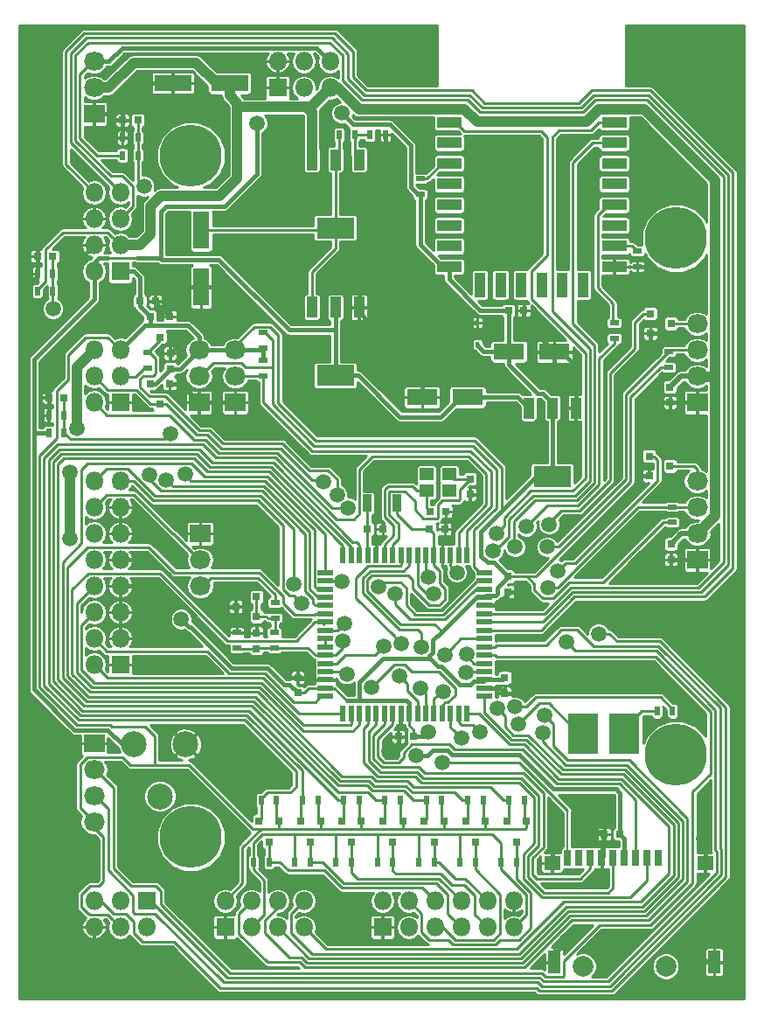
<source format=gbr>
G04 #@! TF.FileFunction,Copper,L1,Top,Signal*
%FSLAX46Y46*%
G04 Gerber Fmt 4.6, Leading zero omitted, Abs format (unit mm)*
G04 Created by KiCad (PCBNEW 4.0.1-stable) date 18.06.2016 02:57:01*
%MOMM*%
G01*
G04 APERTURE LIST*
%ADD10C,0.100000*%
%ADD11R,0.900000X0.500000*%
%ADD12R,0.500000X0.900000*%
%ADD13R,0.800000X0.750000*%
%ADD14R,0.750000X0.800000*%
%ADD15R,1.400000X1.200000*%
%ADD16R,0.800100X0.800100*%
%ADD17R,3.657600X2.032000*%
%ADD18R,1.016000X2.032000*%
%ADD19R,1.800000X1.800000*%
%ADD20O,1.800000X1.800000*%
%ADD21R,2.032000X1.800000*%
%ADD22O,2.032000X1.800000*%
%ADD23R,1.600000X1.400000*%
%ADD24R,0.700000X1.600000*%
%ADD25R,1.200000X2.200000*%
%ADD26C,2.000000*%
%ADD27R,3.000000X4.000000*%
%ADD28R,1.100000X2.400000*%
%ADD29R,2.400000X1.100000*%
%ADD30R,0.900000X1.700000*%
%ADD31R,1.500000X0.550000*%
%ADD32R,0.550000X1.500000*%
%ADD33R,0.450000X0.590000*%
%ADD34R,2.999740X1.600200*%
%ADD35R,1.600200X3.599180*%
%ADD36R,3.599180X1.600200*%
%ADD37C,6.000000*%
%ADD38C,2.499360*%
%ADD39C,1.500000*%
%ADD40C,1.000000*%
%ADD41C,0.500000*%
%ADD42C,0.510000*%
%ADD43C,0.250000*%
%ADD44C,0.400000*%
%ADD45C,0.200000*%
%ADD46C,0.254000*%
G04 APERTURE END LIST*
D10*
D11*
X166200000Y-68750000D03*
X166200000Y-67250000D03*
X187250000Y-74250000D03*
X187250000Y-75750000D03*
X185000000Y-81200000D03*
X185000000Y-82700000D03*
D12*
X158350000Y-63000000D03*
X159850000Y-63000000D03*
X161350000Y-63000000D03*
X162850000Y-63000000D03*
X130229776Y-91844556D03*
X131729776Y-91844556D03*
X131729776Y-90144556D03*
X130229776Y-90144556D03*
X129129776Y-78144556D03*
X130629776Y-78144556D03*
X130629776Y-76444556D03*
X129129776Y-76444556D03*
X189150000Y-118800000D03*
X190650000Y-118800000D03*
X137364888Y-64972278D03*
X138864888Y-64972278D03*
X138864888Y-63272278D03*
X137364888Y-63272278D03*
D11*
X190600000Y-100510000D03*
X190600000Y-99010000D03*
X190300000Y-85510000D03*
X190300000Y-84010000D03*
D12*
X168304519Y-127442121D03*
X166804519Y-127442121D03*
X164304519Y-127442121D03*
X162804519Y-127442121D03*
X160304519Y-127442121D03*
X158804519Y-127442121D03*
X156304519Y-127442121D03*
X154804519Y-127442121D03*
X152304519Y-127442121D03*
X150804519Y-127442121D03*
X172304519Y-127442121D03*
X170804519Y-127442121D03*
X176304519Y-127442121D03*
X174804519Y-127442121D03*
X166054519Y-133442121D03*
X167554519Y-133442121D03*
X162054519Y-133442121D03*
X163554519Y-133442121D03*
X158054519Y-133442121D03*
X159554519Y-133442121D03*
X154054519Y-133442121D03*
X155554519Y-133442121D03*
X150054519Y-133442121D03*
X151554519Y-133442121D03*
X170054519Y-133442121D03*
X171554519Y-133442121D03*
X174054519Y-133442121D03*
X175554519Y-133442121D03*
D11*
X152150824Y-108274652D03*
X152150824Y-109774652D03*
X152073102Y-111174652D03*
X152073102Y-112674652D03*
X148450824Y-112674652D03*
X148450824Y-111174652D03*
X139800000Y-84050000D03*
X139800000Y-85550000D03*
X151000000Y-83650000D03*
X151000000Y-82150000D03*
X151000000Y-84850000D03*
X151000000Y-86350000D03*
D13*
X176250000Y-80000000D03*
X174750000Y-80000000D03*
D14*
X154343887Y-117016741D03*
X154343887Y-115516741D03*
D13*
X131729776Y-88444556D03*
X130229776Y-88444556D03*
X167093887Y-101166741D03*
X168593887Y-101166741D03*
D14*
X174700000Y-105750000D03*
X174700000Y-107250000D03*
X174400000Y-115550000D03*
X174400000Y-117050000D03*
X171043887Y-96316741D03*
X171043887Y-97816741D03*
D13*
X130629776Y-74744556D03*
X129129776Y-74744556D03*
X165593887Y-121266741D03*
X164093887Y-121266741D03*
X167193887Y-99466741D03*
X168693887Y-99466741D03*
X161093887Y-101166741D03*
X162593887Y-101166741D03*
X138864888Y-61572278D03*
X137364888Y-61572278D03*
D14*
X190500000Y-104110000D03*
X190500000Y-102610000D03*
X190400000Y-88910000D03*
X190400000Y-87410000D03*
X142000000Y-84150000D03*
X142000000Y-85650000D03*
X150350824Y-112724652D03*
X150350824Y-111224652D03*
D13*
X140550000Y-79100000D03*
X139050000Y-79100000D03*
D15*
X166843887Y-97466741D03*
X169043887Y-97466741D03*
X166843887Y-95866741D03*
X169043887Y-95866741D03*
D16*
X150350824Y-109624652D03*
X150350824Y-107724652D03*
X148351844Y-108674652D03*
D17*
X179000000Y-96052000D03*
D18*
X179000000Y-89448000D03*
X176714000Y-89448000D03*
X181286000Y-89448000D03*
D17*
X158000000Y-86302000D03*
D18*
X158000000Y-79698000D03*
X155714000Y-79698000D03*
X160286000Y-79698000D03*
D17*
X158000000Y-72000000D03*
D18*
X158000000Y-65396000D03*
X155714000Y-65396000D03*
X160286000Y-65396000D03*
D16*
X176504519Y-129441361D03*
X174604519Y-129441361D03*
X175554519Y-131440341D03*
X172504519Y-129441361D03*
X170604519Y-129441361D03*
X171554519Y-131440341D03*
X152504519Y-129441361D03*
X150604519Y-129441361D03*
X151554519Y-131440341D03*
X156554519Y-129442121D03*
X154654519Y-129442121D03*
X155604519Y-131441101D03*
X160504519Y-129441361D03*
X158604519Y-129441361D03*
X159554519Y-131440341D03*
X164504519Y-129441361D03*
X162604519Y-129441361D03*
X163554519Y-131440341D03*
X168504519Y-129441361D03*
X166604519Y-129441361D03*
X167554519Y-131440341D03*
X188499240Y-80310000D03*
X188499240Y-82210000D03*
X190498220Y-81260000D03*
X188399240Y-94110000D03*
X188399240Y-96010000D03*
X190398220Y-95060000D03*
D19*
X137160000Y-88900000D03*
D20*
X134620000Y-88900000D03*
X137160000Y-86360000D03*
X134620000Y-86360000D03*
X137160000Y-83820000D03*
X134620000Y-83820000D03*
D21*
X148294888Y-88900000D03*
D22*
X148294888Y-86360000D03*
X148294888Y-83820000D03*
D21*
X144780000Y-88900000D03*
D22*
X144780000Y-86360000D03*
X144780000Y-83820000D03*
D21*
X144916000Y-101600000D03*
D22*
X144916000Y-104140000D03*
X144916000Y-106680000D03*
D19*
X162560000Y-139700000D03*
D20*
X162560000Y-137160000D03*
X165100000Y-139700000D03*
X165100000Y-137160000D03*
X167640000Y-139700000D03*
X167640000Y-137160000D03*
X170180000Y-139700000D03*
X170180000Y-137160000D03*
X172720000Y-139700000D03*
X172720000Y-137160000D03*
X175260000Y-139700000D03*
X175260000Y-137160000D03*
D19*
X137160000Y-114300000D03*
D20*
X134620000Y-114300000D03*
X137160000Y-111760000D03*
X134620000Y-111760000D03*
X137160000Y-109220000D03*
X134620000Y-109220000D03*
X137160000Y-106680000D03*
X134620000Y-106680000D03*
X137160000Y-104140000D03*
X134620000Y-104140000D03*
X137160000Y-101600000D03*
X134620000Y-101600000D03*
X137160000Y-99060000D03*
X134620000Y-99060000D03*
X137160000Y-96520000D03*
X134620000Y-96520000D03*
D19*
X147320000Y-139700000D03*
D20*
X147320000Y-137160000D03*
X149860000Y-139700000D03*
X149860000Y-137160000D03*
X152400000Y-139700000D03*
X152400000Y-137160000D03*
X154940000Y-139700000D03*
X154940000Y-137160000D03*
D23*
X179000000Y-133500000D03*
D24*
X189300000Y-133000000D03*
X187100000Y-133000000D03*
X186000000Y-133000000D03*
X184900000Y-133000000D03*
X183800000Y-133000000D03*
X182700000Y-133000000D03*
X181600000Y-133000000D03*
D23*
X193800000Y-133500000D03*
D24*
X188200000Y-133000000D03*
X180500000Y-133000000D03*
D25*
X194700000Y-143100000D03*
X179200000Y-143100000D03*
D26*
X182000000Y-143500000D03*
X190000000Y-143500000D03*
D21*
X193040000Y-88900000D03*
D22*
X193040000Y-86360000D03*
X193040000Y-83820000D03*
X193040000Y-81280000D03*
D21*
X193040000Y-104140000D03*
D22*
X193040000Y-101600000D03*
X193040000Y-99060000D03*
X193040000Y-96520000D03*
D19*
X137160000Y-76200000D03*
D20*
X134620000Y-76200000D03*
X137160000Y-73660000D03*
X134620000Y-73660000D03*
X137160000Y-71120000D03*
X134620000Y-71120000D03*
X137160000Y-68580000D03*
X134620000Y-68580000D03*
D27*
X182000000Y-121000000D03*
X186000000Y-121000000D03*
D21*
X134620000Y-121920000D03*
D22*
X134620000Y-124460000D03*
X134620000Y-127000000D03*
X134620000Y-129540000D03*
D19*
X139700000Y-137160000D03*
D20*
X139700000Y-139700000D03*
X137160000Y-137160000D03*
X137160000Y-139700000D03*
X134620000Y-137160000D03*
X134620000Y-139700000D03*
D28*
X171990000Y-77512278D03*
X173990000Y-77512278D03*
X175990000Y-77512278D03*
X177990000Y-77512278D03*
X179990000Y-77512278D03*
X181990000Y-77512278D03*
D29*
X169000000Y-61762278D03*
X169000000Y-63762278D03*
X169000000Y-65762278D03*
X169000000Y-67762278D03*
X169000000Y-69762278D03*
X169000000Y-71762278D03*
X169000000Y-73762278D03*
X169000000Y-75762278D03*
X185000000Y-75762278D03*
X185000000Y-73762278D03*
X185000000Y-71762278D03*
X185000000Y-69762278D03*
X185000000Y-67762278D03*
X185000000Y-65762278D03*
X185000000Y-63762278D03*
X185000000Y-61762278D03*
D19*
X152400000Y-58420000D03*
D20*
X152400000Y-55880000D03*
X154940000Y-58420000D03*
X154940000Y-55880000D03*
X157480000Y-58420000D03*
X157480000Y-55880000D03*
D30*
X163993887Y-98666741D03*
X161093887Y-98666741D03*
D31*
X157043887Y-105366741D03*
X157043887Y-106166741D03*
X157043887Y-106966741D03*
X157043887Y-107766741D03*
X157043887Y-108566741D03*
X157043887Y-109366741D03*
X157043887Y-110166741D03*
X157043887Y-110966741D03*
X157043887Y-111766741D03*
X157043887Y-112566741D03*
X157043887Y-113366741D03*
X157043887Y-114166741D03*
X157043887Y-114966741D03*
X157043887Y-115766741D03*
X157043887Y-116566741D03*
X157043887Y-117366741D03*
D32*
X158743887Y-119066741D03*
X159543887Y-119066741D03*
X160343887Y-119066741D03*
X161143887Y-119066741D03*
X161943887Y-119066741D03*
X162743887Y-119066741D03*
X163543887Y-119066741D03*
X164343887Y-119066741D03*
X165143887Y-119066741D03*
X165943887Y-119066741D03*
X166743887Y-119066741D03*
X167543887Y-119066741D03*
X168343887Y-119066741D03*
X169143887Y-119066741D03*
X169943887Y-119066741D03*
X170743887Y-119066741D03*
D31*
X172443887Y-117366741D03*
X172443887Y-116566741D03*
X172443887Y-115766741D03*
X172443887Y-114966741D03*
X172443887Y-114166741D03*
X172443887Y-113366741D03*
X172443887Y-112566741D03*
X172443887Y-111766741D03*
X172443887Y-110966741D03*
X172443887Y-110166741D03*
X172443887Y-109366741D03*
X172443887Y-108566741D03*
X172443887Y-107766741D03*
X172443887Y-106966741D03*
X172443887Y-106166741D03*
X172443887Y-105366741D03*
D32*
X170743887Y-103666741D03*
X169943887Y-103666741D03*
X169143887Y-103666741D03*
X168343887Y-103666741D03*
X167543887Y-103666741D03*
X166743887Y-103666741D03*
X165943887Y-103666741D03*
X165143887Y-103666741D03*
X164343887Y-103666741D03*
X163543887Y-103666741D03*
X162743887Y-103666741D03*
X161943887Y-103666741D03*
X161143887Y-103666741D03*
X160343887Y-103666741D03*
X159543887Y-103666741D03*
X158743887Y-103666741D03*
D16*
X141950000Y-80600000D03*
X140050000Y-80600000D03*
X141000000Y-82598980D03*
X141944888Y-87071518D03*
X140044888Y-87071518D03*
X140994888Y-89070498D03*
D33*
X171750000Y-83305000D03*
X171750000Y-81195000D03*
D34*
X174800360Y-84000000D03*
X179199640Y-84000000D03*
X170799640Y-88400000D03*
X166400360Y-88400000D03*
D35*
X145000000Y-72249180D03*
X145000000Y-77750820D03*
D36*
X147750820Y-58000000D03*
X142249180Y-58000000D03*
D13*
X184050000Y-130700000D03*
X185550000Y-130700000D03*
D37*
X144000000Y-131000000D03*
X144000000Y-65000000D03*
X191000000Y-73000000D03*
X191000000Y-123000000D03*
D38*
X141000640Y-127039360D03*
X138501280Y-122000000D03*
X143500000Y-122000000D03*
D21*
X134620000Y-60960000D03*
D22*
X134620000Y-58420000D03*
X134620000Y-55880000D03*
D39*
X132300000Y-95700000D03*
X132929804Y-91400000D03*
X132319979Y-102090687D03*
X176100000Y-107300000D03*
X170054529Y-99858376D03*
X129987639Y-87461557D03*
X164900000Y-83800000D03*
X186700000Y-85700000D03*
X162100000Y-96200000D03*
X175900000Y-116700000D03*
X193700000Y-131100000D03*
X193000000Y-142100000D03*
X180500000Y-141000000D03*
X182200000Y-130500000D03*
X179400000Y-130400000D03*
X163200000Y-122700000D03*
X179300000Y-86900000D03*
X147100000Y-77800000D03*
X142800000Y-82700000D03*
X129300000Y-72400000D03*
X158600000Y-60900000D03*
X165819166Y-123101141D03*
X167000006Y-120800000D03*
X143058266Y-109888085D03*
X142000000Y-91900000D03*
X143438741Y-95859953D03*
X130646967Y-79826660D03*
X141635524Y-96388009D03*
X150400000Y-61900000D03*
X139459973Y-67981846D03*
X140006071Y-95903309D03*
X158743905Y-112000000D03*
X159243866Y-99150996D03*
X158897315Y-110275020D03*
X158153283Y-97846899D03*
X162700000Y-112500000D03*
X178250020Y-119180100D03*
X159100000Y-115200000D03*
X173680228Y-118505376D03*
X164200015Y-115399972D03*
X179522245Y-105238793D03*
X166200000Y-116550000D03*
X178700000Y-100700000D03*
X168400000Y-116900000D03*
X168390888Y-123750020D03*
X161513187Y-116486813D03*
X176500000Y-100900000D03*
X170200000Y-121400000D03*
X175375940Y-118384548D03*
X172000000Y-120800000D03*
X175749980Y-120042901D03*
X178566131Y-106796653D03*
X170634500Y-115010914D03*
X170743854Y-113314427D03*
X178525031Y-102900000D03*
X168588257Y-113315928D03*
X178050020Y-120872178D03*
X163796677Y-107398708D03*
X154742120Y-108369698D03*
X162198868Y-106751172D03*
X153993844Y-106513256D03*
X173579620Y-101570892D03*
X169764188Y-105366753D03*
X173285531Y-103254696D03*
X167018900Y-105844026D03*
X175400000Y-102900000D03*
X167524980Y-107466962D03*
X180400000Y-112100000D03*
X166306519Y-112559669D03*
X183500000Y-111300000D03*
X164411946Y-112248795D03*
X156799996Y-96600000D03*
X158624996Y-106231545D03*
D40*
X137160000Y-73660000D02*
X139040000Y-73660000D01*
X139040000Y-73660000D02*
X140100000Y-72600000D01*
X140100000Y-72600000D02*
X140100000Y-69900000D01*
X140100000Y-69900000D02*
X141100000Y-68900000D01*
X141100000Y-68900000D02*
X146800000Y-68900000D01*
X146800000Y-68900000D02*
X148500000Y-67200000D01*
X148500000Y-67200000D02*
X148500000Y-60500000D01*
X134620000Y-83820000D02*
X132929804Y-85510196D01*
X132929804Y-90339340D02*
X132929804Y-91400000D01*
X132929804Y-85510196D02*
X132929804Y-90339340D01*
X157480000Y-58420000D02*
X158220000Y-58420000D01*
X158220000Y-58420000D02*
X160300000Y-60500000D01*
X194774967Y-67374967D02*
X194774967Y-86425033D01*
X160300000Y-60500000D02*
X170500000Y-60500000D01*
X183500000Y-60500000D02*
X187900000Y-60500000D01*
X170500000Y-60500000D02*
X171700000Y-61700000D01*
X171700000Y-61700000D02*
X182300000Y-61700000D01*
X182300000Y-61700000D02*
X183500000Y-60500000D01*
X187900000Y-60500000D02*
X194774967Y-67374967D01*
X148500000Y-60500000D02*
X148700000Y-60300000D01*
X148700000Y-60300000D02*
X155200000Y-60300000D01*
X155200000Y-60300000D02*
X155400000Y-60500000D01*
X155400000Y-60500000D02*
X155700000Y-60800000D01*
X155700000Y-60800000D02*
X155700000Y-65382000D01*
X155700000Y-65382000D02*
X155714000Y-65396000D01*
X148500000Y-60500000D02*
X148500000Y-59949280D01*
X155400000Y-60500000D02*
X157480000Y-58420000D01*
X148500000Y-59949280D02*
X147750820Y-59200100D01*
D41*
X193040000Y-86360000D02*
X191450000Y-86360000D01*
X191450000Y-86360000D02*
X190400000Y-87410000D01*
D42*
X193040000Y-101600000D02*
X191510000Y-101600000D01*
X191510000Y-101600000D02*
X190500000Y-102610000D01*
D40*
X194774967Y-86425033D02*
X194774967Y-99865033D01*
X194774967Y-99865033D02*
X193040000Y-101600000D01*
X193105033Y-86425033D02*
X193040000Y-86360000D01*
X194774967Y-86425033D02*
X193105033Y-86425033D01*
X134620000Y-58420000D02*
X136036000Y-58420000D01*
X136036000Y-58420000D02*
X138456000Y-56000000D01*
X138456000Y-56000000D02*
X144500000Y-56000000D01*
X144500000Y-56000000D02*
X146500000Y-58000000D01*
X146500000Y-58000000D02*
X147750820Y-58000000D01*
X132300000Y-95700000D02*
X132319979Y-95719979D01*
X132319979Y-95719979D02*
X132319979Y-102090687D01*
D43*
X129129776Y-78144556D02*
X129129776Y-77944556D01*
X129129776Y-77944556D02*
X129904775Y-77169557D01*
X129904775Y-77169557D02*
X129904775Y-74109555D01*
X129904775Y-74109555D02*
X131579331Y-72434999D01*
X131579331Y-72434999D02*
X135934999Y-72434999D01*
X135934999Y-72434999D02*
X136260001Y-72760001D01*
X136260001Y-72760001D02*
X137160000Y-73660000D01*
D40*
X147750820Y-58000000D02*
X147750820Y-59200100D01*
D44*
X136500000Y-61424000D02*
X136500000Y-61507390D01*
X136500000Y-61507390D02*
X136564888Y-61572278D01*
X136564888Y-61572278D02*
X137364888Y-61572278D01*
X134620000Y-60960000D02*
X136036000Y-60960000D01*
X136036000Y-60960000D02*
X136500000Y-61424000D01*
X176250000Y-80000000D02*
X176250000Y-81050360D01*
X176250000Y-81050360D02*
X179199640Y-84000000D01*
X174700000Y-107250000D02*
X176050000Y-107250000D01*
X176050000Y-107250000D02*
X176100000Y-107300000D01*
X170043887Y-99847734D02*
X170054529Y-99858376D01*
X170043887Y-99466741D02*
X170043887Y-99847734D01*
X130229776Y-87229774D02*
X130100002Y-87100000D01*
X130229776Y-88444556D02*
X130229776Y-87229774D01*
X141476555Y-106680000D02*
X138432792Y-106680000D01*
X154343887Y-115516741D02*
X153568887Y-115516741D01*
X148274975Y-114019845D02*
X144365068Y-110109938D01*
X144365068Y-109568512D02*
X141476555Y-106680000D01*
X144365068Y-110109938D02*
X144365068Y-109568512D01*
X153568887Y-115516741D02*
X152071991Y-114019845D01*
X152071991Y-114019845D02*
X148274975Y-114019845D01*
X138432792Y-106680000D02*
X137160000Y-106680000D01*
X148351844Y-108674652D02*
X144956161Y-108674652D01*
X144956161Y-108674652D02*
X140421509Y-104140000D01*
X140421509Y-104140000D02*
X137160000Y-104140000D01*
X164900000Y-85699540D02*
X164900000Y-83800000D01*
X166400360Y-87199900D02*
X164900000Y-85699540D01*
X167000000Y-81195000D02*
X166400000Y-81195000D01*
X171750000Y-81195000D02*
X167000000Y-81195000D01*
X166400000Y-81195000D02*
X161275000Y-81195000D01*
X166400360Y-88400000D02*
X166400360Y-87199900D01*
X166400360Y-87199900D02*
X166400000Y-87199540D01*
X166400000Y-87199540D02*
X166400000Y-81195000D01*
X186700000Y-85700000D02*
X188499240Y-83900760D01*
X188499240Y-83900760D02*
X188499240Y-82210000D01*
X189650000Y-77300000D02*
X189650000Y-81859290D01*
X189650000Y-81859290D02*
X189299290Y-82210000D01*
X189299290Y-82210000D02*
X188499240Y-82210000D01*
X187250000Y-75750000D02*
X188100000Y-75750000D01*
X188100000Y-75750000D02*
X189650000Y-77300000D01*
X162100000Y-100036744D02*
X162100000Y-96200000D01*
X162593887Y-101166741D02*
X162593887Y-100530631D01*
X162593887Y-100530631D02*
X162100000Y-100036744D01*
X174400000Y-117050000D02*
X175550000Y-117050000D01*
X175550000Y-117050000D02*
X175900000Y-116700000D01*
X193800000Y-133500000D02*
X193800000Y-131200000D01*
X193800000Y-131200000D02*
X193700000Y-131100000D01*
X194700000Y-143100000D02*
X194000000Y-143100000D01*
X194000000Y-143100000D02*
X193000000Y-142100000D01*
X179200000Y-143100000D02*
X179200000Y-142300000D01*
X179200000Y-142300000D02*
X180500000Y-141000000D01*
X182200000Y-130500000D02*
X183850000Y-130500000D01*
X183850000Y-130500000D02*
X184050000Y-130700000D01*
X179000000Y-133500000D02*
X179000000Y-130800000D01*
X179000000Y-130800000D02*
X179400000Y-130400000D01*
X183760000Y-133000000D02*
X183900000Y-132860000D01*
X183900000Y-132860000D02*
X183900000Y-130850000D01*
X183900000Y-130850000D02*
X184050000Y-130700000D01*
X164093887Y-121806113D02*
X163200000Y-122700000D01*
X164093887Y-121266741D02*
X164093887Y-121806113D01*
X179199640Y-84000000D02*
X179199640Y-86799640D01*
X179199640Y-86799640D02*
X179300000Y-86900000D01*
X190400000Y-88910000D02*
X189625000Y-88910000D01*
X189625000Y-88910000D02*
X187599189Y-90935811D01*
X187599189Y-90935811D02*
X187599190Y-96010000D01*
X187599190Y-96010000D02*
X188399240Y-96010000D01*
X161275000Y-81195000D02*
X160286000Y-80206000D01*
X160286000Y-80206000D02*
X160286000Y-79698000D01*
X160286000Y-79698000D02*
X160286000Y-78282000D01*
X160286000Y-78282000D02*
X162850000Y-75718000D01*
X162850000Y-75718000D02*
X162850000Y-63850000D01*
X162850000Y-63850000D02*
X162850000Y-63000000D01*
X128200000Y-81000000D02*
X128200000Y-77574332D01*
X128200000Y-77574332D02*
X129129776Y-76644556D01*
X129129776Y-76644556D02*
X129129776Y-76444556D01*
X129000000Y-81800000D02*
X128200000Y-81000000D01*
X130300000Y-81800000D02*
X129000000Y-81800000D01*
X132100000Y-80000000D02*
X130300000Y-81800000D01*
X132100000Y-76180000D02*
X132100000Y-80000000D01*
X134620000Y-73660000D02*
X132100000Y-76180000D01*
X146249280Y-77800000D02*
X147100000Y-77800000D01*
X145000000Y-77750820D02*
X146200100Y-77750820D01*
X146200100Y-77750820D02*
X146249280Y-77800000D01*
X142800000Y-83325000D02*
X142800000Y-82700000D01*
X142000000Y-84150000D02*
X142000000Y-84125000D01*
X142000000Y-84125000D02*
X142800000Y-83325000D01*
X144780000Y-88900000D02*
X148294888Y-88900000D01*
X141944888Y-87071518D02*
X142951518Y-87071518D01*
X142951518Y-87071518D02*
X144780000Y-88900000D01*
X141950000Y-80600000D02*
X141950000Y-79600720D01*
X143799900Y-77750820D02*
X145000000Y-77750820D01*
X141950000Y-79600720D02*
X143799900Y-77750820D01*
X129129776Y-72570224D02*
X129300000Y-72400000D01*
X129129776Y-74744556D02*
X129129776Y-72570224D01*
X137364888Y-61572278D02*
X137364888Y-60335112D01*
X140000000Y-58000000D02*
X142249180Y-58000000D01*
X137364888Y-60335112D02*
X139700000Y-58000000D01*
X139700000Y-58000000D02*
X140000000Y-58000000D01*
X137364888Y-61572278D02*
X137364888Y-63272278D01*
X129129776Y-76444556D02*
X129129776Y-74744556D01*
X130229776Y-88444556D02*
X130229776Y-90144556D01*
X140550000Y-79100000D02*
X140550000Y-79200000D01*
X140550000Y-79200000D02*
X141950000Y-80600000D01*
X181286000Y-89448000D02*
X181286000Y-85386590D01*
X181286000Y-85386590D02*
X179899410Y-84000000D01*
X179899410Y-84000000D02*
X179199640Y-84000000D01*
X172443887Y-116566741D02*
X173916741Y-116566741D01*
X173916741Y-116566741D02*
X174400000Y-117050000D01*
X174700000Y-107460628D02*
X174700000Y-107250000D01*
X173593887Y-108566741D02*
X174700000Y-107460628D01*
X172443887Y-108566741D02*
X173593887Y-108566741D01*
X190400000Y-88910000D02*
X193030000Y-88910000D01*
X193030000Y-88910000D02*
X193040000Y-88900000D01*
X190500000Y-104110000D02*
X193010000Y-104110000D01*
X193010000Y-104110000D02*
X193040000Y-104140000D01*
D43*
X141650000Y-86776630D02*
X141944888Y-87071518D01*
X185000000Y-75762278D02*
X187237722Y-75762278D01*
X187237722Y-75762278D02*
X187250000Y-75750000D01*
X169343887Y-99466741D02*
X168693887Y-99466741D01*
X170043887Y-99466741D02*
X169343887Y-99466741D01*
X171043887Y-97816741D02*
X171043887Y-98466741D01*
X171043887Y-98466741D02*
X170043887Y-99466741D01*
X168693887Y-99466741D02*
X168693887Y-101066741D01*
X168693887Y-101066741D02*
X168593887Y-101166741D01*
X168593887Y-101166741D02*
X168593887Y-101791741D01*
X168593887Y-101791741D02*
X168343887Y-102041741D01*
X168343887Y-102041741D02*
X168343887Y-102666741D01*
X168343887Y-102666741D02*
X168343887Y-103666741D01*
X162593887Y-101166741D02*
X162593887Y-101791741D01*
X162593887Y-101791741D02*
X161943887Y-102441741D01*
X161943887Y-102441741D02*
X161943887Y-102666741D01*
X161943887Y-102666741D02*
X161943887Y-103666741D01*
X164343887Y-119066741D02*
X164200000Y-119210628D01*
X164200000Y-119210628D02*
X164200000Y-120300000D01*
X164200000Y-120300000D02*
X164100000Y-120400000D01*
X164100000Y-120400000D02*
X164100000Y-121260628D01*
X164100000Y-121260628D02*
X164093887Y-121266741D01*
X157043887Y-115766741D02*
X154593887Y-115766741D01*
X154593887Y-115766741D02*
X154343887Y-115516741D01*
X148450824Y-111174652D02*
X148450824Y-108773632D01*
X148450824Y-108773632D02*
X148351844Y-108674652D01*
X150350824Y-111224652D02*
X148500824Y-111224652D01*
X148500824Y-111224652D02*
X148450824Y-111174652D01*
X157043887Y-116566741D02*
X157866741Y-116566741D01*
X157866741Y-116566741D02*
X159100000Y-117800000D01*
D44*
X160349984Y-117800000D02*
X164900000Y-117800000D01*
X164900000Y-117800000D02*
X165143887Y-118043887D01*
X165143887Y-118043887D02*
X165143887Y-119066741D01*
X160349984Y-117800000D02*
X159100000Y-117800000D01*
D43*
X157043887Y-116566741D02*
X157010628Y-116600000D01*
X157010628Y-116600000D02*
X155400000Y-116600000D01*
X155400000Y-116600000D02*
X154983259Y-117016741D01*
X154983259Y-117016741D02*
X154343887Y-117016741D01*
D44*
X167114001Y-113616005D02*
X167020335Y-113709671D01*
X167020335Y-113709671D02*
X162588325Y-113709671D01*
X162588325Y-113709671D02*
X160349984Y-115948012D01*
X160349984Y-115948012D02*
X160349984Y-117800000D01*
X158600000Y-60900000D02*
X159701518Y-62001518D01*
X166000000Y-68750000D02*
X166200000Y-68750000D01*
X159701518Y-62001518D02*
X163271520Y-62001518D01*
X163271520Y-62001518D02*
X165300000Y-64029998D01*
X165300000Y-64029998D02*
X165300000Y-68050000D01*
X165300000Y-68050000D02*
X166000000Y-68750000D01*
D43*
X140500000Y-121200000D02*
X140500000Y-123900000D01*
X136173467Y-120094988D02*
X136378589Y-120300110D01*
X136378589Y-120300110D02*
X139600110Y-120300110D01*
X132937464Y-120094988D02*
X136173467Y-120094988D01*
X139600110Y-120300110D02*
X140500000Y-121200000D01*
X129325011Y-116482535D02*
X132937464Y-120094988D01*
X129325011Y-94074989D02*
X129325011Y-116482535D01*
X131004775Y-92395225D02*
X129325011Y-94074989D01*
X132104793Y-86709537D02*
X131004775Y-87809555D01*
X132104793Y-84295207D02*
X132104793Y-86709537D01*
X133805001Y-82594999D02*
X132104793Y-84295207D01*
X135934999Y-82594999D02*
X133805001Y-82594999D01*
X137160000Y-83820000D02*
X135934999Y-82594999D01*
X131004775Y-87809555D02*
X131004775Y-92395225D01*
D44*
X185550000Y-130700000D02*
X185550000Y-126700000D01*
X185550000Y-126700000D02*
X185200000Y-126350000D01*
X185200000Y-126350000D02*
X179149110Y-126350000D01*
X179149110Y-126350000D02*
X175792057Y-122992947D01*
X170940534Y-122992947D02*
X170933468Y-123000013D01*
X175792057Y-122992947D02*
X170940534Y-122992947D01*
X168904705Y-122600013D02*
X167380954Y-122600013D01*
X170933468Y-123000013D02*
X169304705Y-123000013D01*
X169304705Y-123000013D02*
X168904705Y-122600013D01*
X167380954Y-122600013D02*
X166879826Y-123101141D01*
X166879826Y-123101141D02*
X165819166Y-123101141D01*
X172443887Y-115766741D02*
X172318888Y-115891740D01*
X172318888Y-115891740D02*
X171373886Y-115891740D01*
X171373886Y-115891740D02*
X171065626Y-116200000D01*
X171065626Y-116200000D02*
X170050000Y-116200000D01*
X170050000Y-116200000D02*
X168300002Y-114450002D01*
X167947998Y-114450002D02*
X167114001Y-113616005D01*
X168300002Y-114450002D02*
X167947998Y-114450002D01*
D43*
X134620000Y-130120000D02*
X135500000Y-131000000D01*
X135500000Y-131000000D02*
X135500000Y-135300000D01*
X134620000Y-129540000D02*
X134620000Y-130120000D01*
X133278990Y-123952585D02*
X133278990Y-128198990D01*
X133278990Y-128198990D02*
X134620000Y-129540000D01*
X134266998Y-135700000D02*
X133394999Y-136571999D01*
X135500000Y-135300000D02*
X135100000Y-135700000D01*
X135100000Y-135700000D02*
X134266998Y-135700000D01*
X133394999Y-137748001D02*
X134031999Y-138385001D01*
X133394999Y-136571999D02*
X133394999Y-137748001D01*
X134121997Y-138474999D02*
X135934999Y-138474999D01*
X135934999Y-138474999D02*
X136260001Y-138800001D01*
X134031999Y-138385001D02*
X134211995Y-138385001D01*
X134211995Y-138385001D02*
X134121997Y-138474999D01*
X136260001Y-138800001D02*
X137160000Y-139700000D01*
D44*
X174750000Y-80000000D02*
X174750000Y-83949640D01*
X174750000Y-83949640D02*
X174800360Y-84000000D01*
X172007720Y-80000000D02*
X174750000Y-80000000D01*
D43*
X148294888Y-83820000D02*
X148294888Y-83405112D01*
X171500000Y-92600000D02*
X174100000Y-95200000D01*
X148294888Y-83405112D02*
X150125001Y-81574999D01*
X150125001Y-81574999D02*
X151710001Y-81574999D01*
X151710001Y-81574999D02*
X152474989Y-82339987D01*
X152474989Y-82339987D02*
X152474989Y-88974989D01*
X152474989Y-88974989D02*
X156100000Y-92600000D01*
X156100000Y-92600000D02*
X171500000Y-92600000D01*
X174100000Y-99400000D02*
X173200000Y-100300000D01*
X174100000Y-95200000D02*
X174100000Y-99400000D01*
D44*
X177448000Y-96052000D02*
X173200000Y-100300000D01*
X173200000Y-100300000D02*
X172100000Y-101400000D01*
X179000000Y-96052000D02*
X177448000Y-96052000D01*
X174700000Y-105725000D02*
X174700000Y-105750000D01*
X173379926Y-104404926D02*
X174700000Y-105725000D01*
X172100000Y-101400000D02*
X172100000Y-103776009D01*
X172100000Y-103776009D02*
X172728917Y-104404926D01*
X172728917Y-104404926D02*
X173379926Y-104404926D01*
D43*
X190300000Y-85510000D02*
X189490000Y-85510000D01*
X189490000Y-85510000D02*
X186600000Y-88400000D01*
X186600000Y-88400000D02*
X186600000Y-96591002D01*
X186600000Y-96591002D02*
X177441002Y-105750000D01*
X177441002Y-105750000D02*
X175325000Y-105750000D01*
X175325000Y-105750000D02*
X174700000Y-105750000D01*
X167615299Y-110400000D02*
X168315299Y-111100000D01*
X161100000Y-107172612D02*
X164327388Y-110400000D01*
X161100000Y-106100000D02*
X161100000Y-107172612D01*
X161523829Y-105676171D02*
X161100000Y-106100000D01*
X165076171Y-105676171D02*
X161523829Y-105676171D01*
X165500000Y-106963124D02*
X165500000Y-106100000D01*
X168599981Y-107982963D02*
X168040981Y-108541963D01*
X167543887Y-104666741D02*
X168100000Y-105222854D01*
X167543887Y-103666741D02*
X167543887Y-104666741D01*
X168100000Y-105222854D02*
X168100000Y-106400000D01*
X165500000Y-106100000D02*
X165076171Y-105676171D01*
X167078839Y-108541963D02*
X165500000Y-106963124D01*
X168100000Y-106400000D02*
X168599981Y-106899981D01*
X168040981Y-108541963D02*
X167078839Y-108541963D01*
X164327388Y-110400000D02*
X167615299Y-110400000D01*
X168599981Y-106899981D02*
X168599981Y-107982963D01*
D44*
X167456521Y-113111671D02*
X167114001Y-113454191D01*
X167456521Y-111958778D02*
X167456521Y-113111671D01*
X168315299Y-111100000D02*
X167456521Y-111958778D01*
X167114001Y-113454191D02*
X167114001Y-113616005D01*
X139050000Y-79100000D02*
X139050000Y-76790000D01*
X139050000Y-76790000D02*
X138460000Y-76200000D01*
X138460000Y-76200000D02*
X137160000Y-76200000D01*
X139050000Y-79100000D02*
X139050000Y-79600000D01*
X139050000Y-79600000D02*
X140050000Y-80600000D01*
X139530002Y-81449998D02*
X140100000Y-81449998D01*
X140099948Y-81449998D02*
X140100000Y-81449998D01*
X140100000Y-81449998D02*
X143709998Y-81449998D01*
X140050000Y-80600000D02*
X140050000Y-81400050D01*
X140050000Y-81400050D02*
X140099948Y-81449998D01*
D43*
X152150824Y-108274652D02*
X152150824Y-107550824D01*
X152150824Y-107550824D02*
X150500000Y-105900000D01*
X150500000Y-105900000D02*
X145900000Y-105900000D01*
X145900000Y-105900000D02*
X145120000Y-106680000D01*
X145120000Y-106680000D02*
X144916000Y-106680000D01*
D44*
X143808265Y-110638084D02*
X143058266Y-109888085D01*
X151426442Y-114619856D02*
X147927483Y-114619856D01*
X147927483Y-114619856D02*
X143945711Y-110638084D01*
X143945711Y-110638084D02*
X143808265Y-110638084D01*
X154343887Y-117016741D02*
X154343887Y-116991741D01*
X153568887Y-116216741D02*
X153023327Y-116216741D01*
X153023327Y-116216741D02*
X151426442Y-114619856D01*
X154343887Y-116991741D02*
X153568887Y-116216741D01*
X165593887Y-121266741D02*
X166533265Y-121266741D01*
X166533265Y-121266741D02*
X167000006Y-120800000D01*
X144780000Y-83820000D02*
X144800000Y-83800000D01*
X144800000Y-83800000D02*
X148274888Y-83800000D01*
X148274888Y-83800000D02*
X148294888Y-83820000D01*
X142000000Y-85650000D02*
X142950000Y-85650000D01*
X142950000Y-85650000D02*
X144780000Y-83820000D01*
X137160000Y-83820000D02*
X139530002Y-81449998D01*
X143709998Y-81449998D02*
X144780000Y-82520000D01*
X144780000Y-82520000D02*
X144780000Y-83820000D01*
X185960000Y-133000000D02*
X186000000Y-132960000D01*
X186000000Y-132960000D02*
X186000000Y-131150000D01*
X186000000Y-131150000D02*
X185550000Y-130700000D01*
D43*
X177275002Y-106483998D02*
X176566004Y-105775000D01*
X183960000Y-106300000D02*
X180653786Y-106300000D01*
X190600000Y-100510000D02*
X189750000Y-100510000D01*
X178062658Y-107871654D02*
X177275002Y-107083998D01*
X189750000Y-100510000D02*
X183960000Y-106300000D01*
X180653786Y-106300000D02*
X179082132Y-107871654D01*
X179082132Y-107871654D02*
X178062658Y-107871654D01*
X177275002Y-107083998D02*
X177275002Y-106483998D01*
X176566004Y-105775000D02*
X174700000Y-105775000D01*
X140500000Y-123900000D02*
X140500000Y-124000000D01*
X143778056Y-124000000D02*
X140600000Y-124000000D01*
X140600000Y-124000000D02*
X140500000Y-123900000D01*
X137405741Y-123234990D02*
X133996585Y-123234990D01*
X140500000Y-124000000D02*
X138170751Y-124000000D01*
X138170751Y-124000000D02*
X137405741Y-123234990D01*
X133996585Y-123234990D02*
X133278990Y-123952585D01*
X150806175Y-130167172D02*
X149945228Y-130167172D01*
X149945228Y-130167172D02*
X143778056Y-124000000D01*
D44*
X140044888Y-87071518D02*
X140578482Y-87071518D01*
X140578482Y-87071518D02*
X142000000Y-85650000D01*
X179000000Y-90864000D02*
X179000000Y-91800000D01*
X179000000Y-91800000D02*
X179000000Y-96052000D01*
X169000000Y-75762278D02*
X168350000Y-75762278D01*
X168350000Y-75762278D02*
X166200000Y-73612278D01*
X166200000Y-73612278D02*
X166200000Y-69400000D01*
X166200000Y-69400000D02*
X166200000Y-68750000D01*
D43*
X163993887Y-98666741D02*
X163993887Y-99766741D01*
X163993887Y-99766741D02*
X165393887Y-101166741D01*
X166443887Y-101166741D02*
X167093887Y-101166741D01*
X165393887Y-101166741D02*
X166443887Y-101166741D01*
D44*
X174700000Y-105775000D02*
X174700000Y-105750000D01*
X137630000Y-84290000D02*
X137160000Y-83820000D01*
X151000000Y-84850000D02*
X151000000Y-83650000D01*
X148294888Y-83820000D02*
X150830000Y-83820000D01*
X150830000Y-83820000D02*
X151000000Y-83650000D01*
D43*
X150806175Y-130167172D02*
X149000000Y-131973347D01*
X149000000Y-131973347D02*
X149000000Y-135480000D01*
X149000000Y-135480000D02*
X147320000Y-137160000D01*
X152554519Y-130167172D02*
X150806175Y-130167172D01*
D44*
X169000000Y-75762278D02*
X169000000Y-76992280D01*
X169000000Y-76992280D02*
X172007720Y-80000000D01*
X174800360Y-84000000D02*
X172375000Y-84000000D01*
X172375000Y-84000000D02*
X171750000Y-83375000D01*
X171750000Y-83375000D02*
X171750000Y-83305000D01*
X174800360Y-84000000D02*
X174800360Y-85248360D01*
X174800360Y-85248360D02*
X177584000Y-88032000D01*
X177584000Y-88032000D02*
X178092000Y-88032000D01*
X178092000Y-88032000D02*
X179000000Y-88940000D01*
X179000000Y-88940000D02*
X179000000Y-89448000D01*
X179000000Y-89448000D02*
X179000000Y-90864000D01*
X172443887Y-115766741D02*
X174183259Y-115766741D01*
X174183259Y-115766741D02*
X174400000Y-115550000D01*
X172443887Y-107766741D02*
X172568886Y-107641742D01*
X173700000Y-107455630D02*
X173700000Y-106800000D01*
X174700000Y-105800000D02*
X174700000Y-105750000D01*
X172568886Y-107641742D02*
X173513888Y-107641742D01*
X173513888Y-107641742D02*
X173700000Y-107455630D01*
X173700000Y-106800000D02*
X174700000Y-105800000D01*
X171648558Y-107766741D02*
X168315299Y-111100000D01*
X172443887Y-107766741D02*
X171648558Y-107766741D01*
D43*
X140150000Y-86966406D02*
X140044888Y-87071518D01*
X148724888Y-84250000D02*
X148294888Y-83820000D01*
X144350000Y-84250000D02*
X144780000Y-83820000D01*
X167093887Y-101166741D02*
X167118887Y-101166741D01*
X167118887Y-101166741D02*
X167543887Y-101591741D01*
X167543887Y-101591741D02*
X167543887Y-102666741D01*
X167543887Y-102666741D02*
X167543887Y-103666741D01*
X163993887Y-98666741D02*
X163993887Y-99066741D01*
X165143887Y-119066741D02*
X165143887Y-120143887D01*
X165600000Y-120600000D02*
X165600000Y-121260628D01*
X165143887Y-120143887D02*
X165600000Y-120600000D01*
X165600000Y-121260628D02*
X165593887Y-121266741D01*
X176429518Y-130166412D02*
X172504519Y-130166412D01*
X172504519Y-130166412D02*
X168429518Y-130166412D01*
X172504519Y-129441361D02*
X172504519Y-130166412D01*
X176504519Y-129441361D02*
X176504519Y-130091411D01*
X176504519Y-130091411D02*
X176429518Y-130166412D01*
X168304519Y-127442121D02*
X168304519Y-129241361D01*
X168304519Y-129241361D02*
X168504519Y-129441361D01*
X164304519Y-127442121D02*
X164304519Y-129241361D01*
X164304519Y-129241361D02*
X164504519Y-129441361D01*
X160304519Y-127442121D02*
X160304519Y-129241361D01*
X160304519Y-129241361D02*
X160504519Y-129441361D01*
X176504519Y-129441361D02*
X176304519Y-129241361D01*
X176304519Y-129241361D02*
X176304519Y-127442121D01*
X172504519Y-129441361D02*
X172304519Y-129241361D01*
X172304519Y-129241361D02*
X172304519Y-127442121D01*
X152504519Y-129441361D02*
X152304519Y-129241361D01*
X152304519Y-129241361D02*
X152304519Y-127442121D01*
X156554519Y-129442121D02*
X156304519Y-129192121D01*
X156304519Y-129192121D02*
X156304519Y-127442121D01*
X156554519Y-130167172D02*
X152554519Y-130167172D01*
X152504519Y-129441361D02*
X152504519Y-130091411D01*
X152504519Y-130091411D02*
X152554519Y-130141411D01*
X152554519Y-130141411D02*
X152554519Y-130167172D01*
X160554519Y-130167172D02*
X156554519Y-130167172D01*
X156554519Y-129442121D02*
X156554519Y-130167172D01*
X165878860Y-130167172D02*
X160554519Y-130167172D01*
X160504519Y-129441361D02*
X160504519Y-130117172D01*
X160504519Y-130117172D02*
X160554519Y-130167172D01*
X165879620Y-130166412D02*
X164504519Y-130166412D01*
X164504519Y-130166412D02*
X164504519Y-129441361D01*
X165879620Y-130166412D02*
X165878860Y-130167172D01*
X168504519Y-129441361D02*
X168504519Y-130091411D01*
X168504519Y-130091411D02*
X168429518Y-130166412D01*
X168429518Y-130166412D02*
X165879620Y-130166412D01*
X141424999Y-92475001D02*
X132360221Y-92475001D01*
X142000000Y-91900000D02*
X141424999Y-92475001D01*
X132360221Y-92475001D02*
X131729776Y-91844556D01*
X157043887Y-106966741D02*
X156233885Y-106966741D01*
X156233885Y-106966741D02*
X155968886Y-106701742D01*
X155968886Y-106701742D02*
X155968886Y-101259653D01*
X155968886Y-101259653D02*
X151209321Y-96500088D01*
X151209321Y-96500088D02*
X144000088Y-96500088D01*
X144000088Y-96500088D02*
X143438741Y-95938741D01*
X143438741Y-95938741D02*
X143438741Y-95859953D01*
X131729776Y-90144556D02*
X131729776Y-91844556D01*
X131729776Y-88444556D02*
X131729776Y-90144556D01*
X164100000Y-100657856D02*
X164100000Y-102110628D01*
X167918888Y-100101742D02*
X167853888Y-100166742D01*
X170068888Y-97316740D02*
X170068888Y-98326742D01*
X163218886Y-97556740D02*
X163218886Y-99776742D01*
X171043887Y-96341741D02*
X170068888Y-97316740D01*
X168358886Y-98391742D02*
X167918888Y-98831740D01*
X163218886Y-99776742D02*
X164100000Y-100657856D01*
X167853888Y-100166742D02*
X166533886Y-100166742D01*
X164703888Y-97491740D02*
X163283886Y-97491740D01*
X165700000Y-98487852D02*
X164703888Y-97491740D01*
X163543887Y-102666741D02*
X163543887Y-103666741D01*
X165700000Y-99332856D02*
X165700000Y-98487852D01*
X167918888Y-98831740D02*
X167918888Y-100101742D01*
X170003888Y-98391742D02*
X168358886Y-98391742D01*
X164100000Y-102110628D02*
X163543887Y-102666741D01*
X171043887Y-96316741D02*
X171043887Y-96341741D01*
X170068888Y-98326742D02*
X170003888Y-98391742D01*
X163283886Y-97491740D02*
X163218886Y-97556740D01*
X166533886Y-100166742D02*
X165700000Y-99332856D01*
X171043887Y-96316741D02*
X169493887Y-96316741D01*
X169493887Y-96316741D02*
X169043887Y-95866741D01*
X157043887Y-107766741D02*
X156311295Y-107766741D01*
X156311295Y-107766741D02*
X155518875Y-106974321D01*
X155518875Y-106974321D02*
X155518875Y-101446053D01*
X155518875Y-101446053D02*
X151072822Y-97000000D01*
X142247515Y-97000000D02*
X141635524Y-96388009D01*
X151072822Y-97000000D02*
X142247515Y-97000000D01*
X130629776Y-78144556D02*
X130629776Y-79809469D01*
X130629776Y-79809469D02*
X130646967Y-79826660D01*
X130629776Y-76444556D02*
X130629776Y-74744556D01*
X130629776Y-78144556D02*
X130629776Y-76444556D01*
D44*
X141000000Y-74900000D02*
X141200000Y-75100000D01*
X141200000Y-75100000D02*
X146700000Y-75100000D01*
X146700000Y-75100000D02*
X153500000Y-81900000D01*
X153500000Y-81900000D02*
X158000000Y-81900000D01*
X150400000Y-61900000D02*
X150400000Y-66772807D01*
X150400000Y-66772807D02*
X147272807Y-69900000D01*
X147272807Y-69900000D02*
X141600000Y-69900000D01*
X141600000Y-69900000D02*
X141100000Y-70400000D01*
X141100000Y-70400000D02*
X141100000Y-74800000D01*
X141100000Y-74800000D02*
X141000000Y-74900000D01*
X138800000Y-74900000D02*
X141000000Y-74900000D01*
X128800000Y-92200000D02*
X128800000Y-91800000D01*
X128800000Y-91800000D02*
X128800000Y-84748542D01*
X130229776Y-91844556D02*
X128844556Y-91844556D01*
X128844556Y-91844556D02*
X128800000Y-91800000D01*
D43*
X174054519Y-133442121D02*
X174054519Y-134142121D01*
X174054519Y-134142121D02*
X176485001Y-136572603D01*
X176485001Y-136572603D02*
X176485001Y-138474999D01*
X176485001Y-138474999D02*
X175260000Y-139700000D01*
D44*
X128800000Y-116700000D02*
X128800000Y-92200000D01*
X138501280Y-122000000D02*
X137336002Y-122000000D01*
X137336002Y-122000000D02*
X135956001Y-120619999D01*
X135956001Y-120619999D02*
X132719999Y-120619999D01*
X132719999Y-120619999D02*
X128800000Y-116700000D01*
X128800000Y-84748542D02*
X134620000Y-78928542D01*
X134620000Y-78928542D02*
X134620000Y-76200000D01*
D43*
X135900000Y-74900000D02*
X138800000Y-74900000D01*
D44*
X135900000Y-74900000D02*
X135100000Y-74900000D01*
X135100000Y-74900000D02*
X134620000Y-75380000D01*
X134620000Y-75380000D02*
X134620000Y-76200000D01*
X158000000Y-86302000D02*
X160228800Y-86302000D01*
X160228800Y-86302000D02*
X164226800Y-90300000D01*
X164226800Y-90300000D02*
X168199870Y-90300000D01*
X168199870Y-90300000D02*
X170099870Y-88400000D01*
X170099870Y-88400000D02*
X170799640Y-88400000D01*
X134620000Y-76200000D02*
X134200000Y-76200000D01*
X158000000Y-80206000D02*
X158000000Y-81900000D01*
X158000000Y-81900000D02*
X158000000Y-86302000D01*
D43*
X150054519Y-134142121D02*
X151085001Y-135172603D01*
X151085001Y-138474999D02*
X150759999Y-138800001D01*
X150054519Y-133442121D02*
X150054519Y-134142121D01*
X151085001Y-135172603D02*
X151085001Y-138474999D01*
X150759999Y-138800001D02*
X149860000Y-139700000D01*
X150054519Y-131555238D02*
X150917636Y-130692121D01*
X150917636Y-130692121D02*
X154054519Y-130692121D01*
X150054519Y-133442121D02*
X150054519Y-131555238D01*
D44*
X170799640Y-88400000D02*
X175666000Y-88400000D01*
X175666000Y-88400000D02*
X176714000Y-89448000D01*
X158000000Y-79698000D02*
X158000000Y-80206000D01*
D43*
X174054519Y-133442121D02*
X174054519Y-131592121D01*
X174054519Y-131592121D02*
X173154519Y-130692121D01*
X173154519Y-130692121D02*
X170054519Y-130692121D01*
X165054519Y-130692121D02*
X166054519Y-130692121D01*
X166054519Y-130692121D02*
X166054519Y-133442121D01*
X170054519Y-130692121D02*
X165054519Y-130692121D01*
X170054519Y-130692121D02*
X170054519Y-133442121D01*
X162054519Y-130692121D02*
X165054519Y-130692121D01*
X154054519Y-133442121D02*
X154054519Y-130692121D01*
X158054519Y-130692121D02*
X154054519Y-130692121D01*
X162054519Y-130692121D02*
X158054519Y-130692121D01*
X162054519Y-133442121D02*
X162054519Y-130692121D01*
X158054519Y-133442121D02*
X158054519Y-130692121D01*
X163610628Y-101800000D02*
X163610628Y-100804895D01*
X162768875Y-97370340D02*
X163097486Y-97041729D01*
X162743887Y-103666741D02*
X162743887Y-102666741D01*
X165893887Y-97466741D02*
X166843887Y-97466741D01*
X165468875Y-97041729D02*
X165893887Y-97466741D01*
X162768875Y-99963142D02*
X162768875Y-97370340D01*
X162743887Y-102666741D02*
X163610628Y-101800000D01*
X163097486Y-97041729D02*
X165468875Y-97041729D01*
X163610628Y-100804895D02*
X162768875Y-99963142D01*
X166843887Y-97466741D02*
X166843887Y-99116741D01*
X166843887Y-99116741D02*
X167193887Y-99466741D01*
X161093887Y-98666741D02*
X161093887Y-101166741D01*
X161093887Y-101166741D02*
X161093887Y-103616741D01*
X161093887Y-103616741D02*
X161143887Y-103666741D01*
X138864888Y-64972278D02*
X138864888Y-67386761D01*
X138864888Y-67386761D02*
X139459973Y-67981846D01*
X157043887Y-108566741D02*
X156043887Y-108566741D01*
X156043887Y-108566741D02*
X155817122Y-108339976D01*
X155817122Y-108339976D02*
X155817122Y-107908978D01*
X155817122Y-107908978D02*
X155068864Y-107160720D01*
X155068864Y-107160720D02*
X155068864Y-101632453D01*
X155068864Y-101632453D02*
X150899424Y-97463013D01*
X150899424Y-97463013D02*
X141130965Y-97463013D01*
X140006071Y-96338119D02*
X140006071Y-95903309D01*
X141130965Y-97463013D02*
X140006071Y-96338119D01*
X138864888Y-63272278D02*
X138864888Y-64972278D01*
X138864888Y-63272278D02*
X138864888Y-61572278D01*
X134620000Y-88900000D02*
X135845001Y-90125001D01*
X135845001Y-90125001D02*
X141925001Y-90125001D01*
X158183206Y-99150996D02*
X159243866Y-99150996D01*
X141925001Y-90125001D02*
X144300022Y-92500022D01*
X144300022Y-92500022D02*
X145400022Y-92500022D01*
X157710644Y-99150996D02*
X158183206Y-99150996D01*
X145400022Y-92500022D02*
X146700022Y-93800022D01*
X146700022Y-93800022D02*
X152359670Y-93800022D01*
X152359670Y-93800022D02*
X157710644Y-99150996D01*
X158743905Y-112666723D02*
X158743905Y-112000000D01*
X157043887Y-113366741D02*
X158043887Y-113366741D01*
X158043887Y-113366741D02*
X158743905Y-112666723D01*
X152073102Y-112674652D02*
X155351798Y-112674652D01*
X155351798Y-112674652D02*
X156043887Y-113366741D01*
X156043887Y-113366741D02*
X157043887Y-113366741D01*
X152073102Y-112674652D02*
X150400824Y-112674652D01*
X150400824Y-112674652D02*
X150350824Y-112724652D01*
X157035976Y-113374652D02*
X157043887Y-113366741D01*
X150350824Y-112724652D02*
X148500824Y-112724652D01*
X148500824Y-112724652D02*
X148450824Y-112674652D01*
X139800000Y-84050000D02*
X140000000Y-84050000D01*
X140000000Y-84050000D02*
X140575001Y-84625001D01*
X139972822Y-88300000D02*
X141500000Y-88300000D01*
X140575001Y-84625001D02*
X140575001Y-86060001D01*
X152900000Y-92900000D02*
X155500000Y-95500000D01*
X139100000Y-87427178D02*
X139972822Y-88300000D01*
X147100000Y-92900000D02*
X152900000Y-92900000D01*
X140575001Y-86060001D02*
X140288535Y-86346467D01*
X140288535Y-86346467D02*
X139384837Y-86346467D01*
X139100000Y-86631304D02*
X139100000Y-87427178D01*
X139384837Y-86346467D02*
X139100000Y-86631304D01*
X158153283Y-96353283D02*
X158153283Y-96786239D01*
X141500000Y-88300000D02*
X144800000Y-91600000D01*
X144800000Y-91600000D02*
X145800001Y-91600000D01*
X157300000Y-95500000D02*
X158153283Y-96353283D01*
X145800001Y-91600000D02*
X147100000Y-92900000D01*
X155500000Y-95500000D02*
X157300000Y-95500000D01*
X158153283Y-96786239D02*
X158153283Y-97846899D01*
X158205594Y-110966741D02*
X158897315Y-110275020D01*
X157043887Y-110966741D02*
X158205594Y-110966741D01*
X141000000Y-82598980D02*
X141000000Y-82850000D01*
X141000000Y-82850000D02*
X139800000Y-84050000D01*
X166804519Y-127442121D02*
X165589521Y-127442121D01*
X157043887Y-104841741D02*
X157043887Y-105366741D01*
X133394999Y-95405001D02*
X134015048Y-94784952D01*
X161565595Y-126475065D02*
X161090531Y-126000000D01*
X165589521Y-127442121D02*
X164622468Y-126475068D01*
X164622468Y-126475068D02*
X161565595Y-126475065D01*
X131575066Y-104367938D02*
X133394999Y-102548005D01*
X161090531Y-126000000D02*
X158245644Y-126000000D01*
X145350077Y-96050077D02*
X151395721Y-96050077D01*
X158245644Y-126000000D02*
X150090577Y-117844933D01*
X150090577Y-117844933D02*
X133869459Y-117844933D01*
X133869459Y-117844933D02*
X131575066Y-115550540D01*
X134015048Y-94784952D02*
X144084952Y-94784952D01*
X131575066Y-115550540D02*
X131575066Y-104367938D01*
X133394999Y-102548005D02*
X133394999Y-95405001D01*
X151395721Y-96050077D02*
X157043887Y-101698243D01*
X144084952Y-94784952D02*
X145350077Y-96050077D01*
X157043887Y-101698243D02*
X157043887Y-104841741D01*
X166804519Y-127442121D02*
X166804519Y-129241361D01*
X166804519Y-129241361D02*
X166604519Y-129441361D01*
X156043887Y-109366741D02*
X157043887Y-109366741D01*
X152925825Y-107672650D02*
X152925825Y-108325825D01*
X161276931Y-125549989D02*
X158432044Y-125549989D01*
X169529518Y-126667120D02*
X165450930Y-126667120D01*
X170304519Y-127442121D02*
X169529518Y-126667120D01*
X170804519Y-127442121D02*
X170304519Y-127442121D01*
X152925825Y-108325825D02*
X154044718Y-109444718D01*
X154044718Y-109444718D02*
X155965910Y-109444718D01*
X134055858Y-117394922D02*
X132044966Y-115384030D01*
X165450930Y-126667120D02*
X164808868Y-126025057D01*
X164808868Y-126025057D02*
X161751996Y-126025055D01*
X150276977Y-117394922D02*
X134055858Y-117394922D01*
X161751996Y-126025055D02*
X161276931Y-125549989D01*
X139938975Y-102914990D02*
X142388995Y-105365010D01*
X132044966Y-104882447D02*
X134012423Y-102914990D01*
X158432044Y-125549989D02*
X150276977Y-117394922D01*
X132044966Y-115384030D02*
X132044966Y-104882447D01*
X134012423Y-102914990D02*
X139938975Y-102914990D01*
X142388995Y-105365010D02*
X150618185Y-105365010D01*
X150618185Y-105365010D02*
X152925825Y-107672650D01*
X155965910Y-109444718D02*
X156043887Y-109366741D01*
X170604519Y-129441361D02*
X170804519Y-129241361D01*
X170804519Y-129241361D02*
X170804519Y-127442121D01*
X174804519Y-127442121D02*
X174304519Y-127442121D01*
X174304519Y-127442121D02*
X173037453Y-126175055D01*
X173037453Y-126175055D02*
X165595277Y-126175055D01*
X132494977Y-106992021D02*
X134031999Y-105454999D01*
X165595277Y-126175055D02*
X164995268Y-125575046D01*
X164995268Y-125575046D02*
X161938397Y-125575045D01*
X158618444Y-125099978D02*
X150463377Y-116944911D01*
X161938397Y-125575045D02*
X161463331Y-125099978D01*
X161463331Y-125099978D02*
X158618444Y-125099978D01*
X147538683Y-111999651D02*
X154200349Y-111999651D01*
X150463377Y-116944911D02*
X134242257Y-116944911D01*
X134242257Y-116944911D02*
X132494977Y-115197631D01*
X134031999Y-105454999D02*
X140994031Y-105454999D01*
X140994031Y-105454999D02*
X147538683Y-111999651D01*
X132494977Y-115197631D02*
X132494977Y-106992021D01*
X154200349Y-111999651D02*
X156033259Y-110166741D01*
X156033259Y-110166741D02*
X157043887Y-110166741D01*
X156843888Y-110366740D02*
X157043887Y-110166741D01*
X174804519Y-127442121D02*
X174804519Y-127242121D01*
X174604519Y-129441361D02*
X174804519Y-129241361D01*
X174804519Y-129241361D02*
X174804519Y-127442121D01*
X157043887Y-111766741D02*
X157043887Y-112566741D01*
X162700000Y-112500000D02*
X161822520Y-113377480D01*
X161822520Y-113377480D02*
X158922520Y-113377480D01*
X158922520Y-113377480D02*
X158133259Y-114166741D01*
X158133259Y-114166741D02*
X157043887Y-114166741D01*
X186432000Y-123549945D02*
X180474475Y-123549945D01*
X179000019Y-119930099D02*
X178250020Y-119180100D01*
X188304375Y-139049989D02*
X192100000Y-135254364D01*
X154527135Y-143099956D02*
X155052242Y-143625064D01*
X149860000Y-137160000D02*
X148634999Y-138385001D01*
X151399956Y-143099956D02*
X154527135Y-143099956D01*
X176329993Y-143625064D02*
X180905068Y-139049989D01*
X148634999Y-138385001D02*
X148634999Y-140334999D01*
X192100000Y-135254364D02*
X192100000Y-129217945D01*
X179125021Y-120055101D02*
X179000019Y-119930099D01*
X180474475Y-123549945D02*
X179125021Y-122200491D01*
X179125021Y-122200491D02*
X179125021Y-120055101D01*
X192100000Y-129217945D02*
X186432000Y-123549945D01*
X180905068Y-139049989D02*
X188304375Y-139049989D01*
X148634999Y-140334999D02*
X151399956Y-143099956D01*
X155052242Y-143625064D02*
X176329993Y-143625064D01*
X159100000Y-115200000D02*
X158866741Y-114966741D01*
X158866741Y-114966741D02*
X157043887Y-114966741D01*
X175957193Y-142725042D02*
X180532268Y-138149967D01*
X186059200Y-124449967D02*
X180021548Y-124449967D01*
X174430227Y-119255375D02*
X173680228Y-118505376D01*
X180021548Y-124449967D02*
X176689484Y-121117903D01*
X155425042Y-142725042D02*
X175957193Y-142725042D01*
X174430227Y-120304976D02*
X174430227Y-119255375D01*
X175243154Y-121117903D02*
X174430227Y-120304976D01*
X176689484Y-121117903D02*
X175243154Y-121117903D01*
X191199978Y-129590745D02*
X186059200Y-124449967D01*
X152400000Y-139700000D02*
X155425042Y-142725042D01*
X191199978Y-134881564D02*
X191199978Y-129590745D01*
X180532268Y-138149967D02*
X187931575Y-138149967D01*
X187931575Y-138149967D02*
X191199978Y-134881564D01*
X151208976Y-115144867D02*
X153955849Y-117891741D01*
X134620000Y-111760000D02*
X135860000Y-113000000D01*
X153955849Y-117891741D02*
X156043887Y-117891741D01*
X156568887Y-117366741D02*
X157043887Y-117366741D01*
X147710017Y-115144867D02*
X151208976Y-115144867D01*
X135860000Y-113000000D02*
X145565150Y-113000000D01*
X156043887Y-117891741D02*
X156568887Y-117366741D01*
X145565150Y-113000000D02*
X147710017Y-115144867D01*
X134620000Y-114300000D02*
X135914878Y-115594878D01*
X135914878Y-115594878D02*
X151022576Y-115594878D01*
X151022576Y-115594878D02*
X154494439Y-119066741D01*
X154494439Y-119066741D02*
X158218887Y-119066741D01*
X158218887Y-119066741D02*
X158743887Y-119066741D01*
X159468886Y-120141742D02*
X159543887Y-120066741D01*
X154933030Y-120141742D02*
X159468886Y-120141742D01*
X150836177Y-116044889D02*
X154933030Y-120141742D01*
X134615055Y-116044889D02*
X150836177Y-116044889D01*
X133394999Y-114824833D02*
X134615055Y-116044889D01*
X159543887Y-120066741D02*
X159543887Y-119066741D01*
X134620000Y-109220000D02*
X133394999Y-110445001D01*
X133394999Y-110445001D02*
X133394999Y-114824833D01*
X159710628Y-120700000D02*
X154854877Y-120700000D01*
X134428656Y-116494900D02*
X132944988Y-115011232D01*
X133720001Y-107579999D02*
X134620000Y-106680000D01*
X150649777Y-116494900D02*
X134428656Y-116494900D01*
X132944988Y-115011232D02*
X132944988Y-108355012D01*
X160343887Y-119066741D02*
X160343887Y-120066741D01*
X154854877Y-120700000D02*
X150649777Y-116494900D01*
X160343887Y-120066741D02*
X159710628Y-120700000D01*
X132944988Y-108355012D02*
X133720001Y-107579999D01*
X161143887Y-119066741D02*
X161143887Y-120066741D01*
X161143887Y-120066741D02*
X160774965Y-120435663D01*
X177985757Y-136799934D02*
X186600066Y-136799934D01*
X160774965Y-120435663D02*
X160774965Y-123775202D01*
X175779167Y-125725044D02*
X177229570Y-127175447D01*
X160774965Y-123775202D02*
X162124798Y-125125035D01*
X188200000Y-135200000D02*
X188200000Y-133000000D01*
X162124798Y-125125035D02*
X165709736Y-125125035D01*
X165709736Y-125125035D02*
X166309745Y-125725044D01*
X166309745Y-125725044D02*
X175779167Y-125725044D01*
X177229570Y-127175447D02*
X177229570Y-131597608D01*
X177229570Y-131597608D02*
X176199978Y-132627200D01*
X176199978Y-132627200D02*
X176199978Y-135014155D01*
X176199978Y-135014155D02*
X177985757Y-136799934D01*
X186600066Y-136799934D02*
X188200000Y-135200000D01*
X161943887Y-119066741D02*
X161943887Y-120066741D01*
X184900000Y-135900000D02*
X184900000Y-133000000D01*
X161943887Y-120066741D02*
X161224976Y-120785652D01*
X166496145Y-125275033D02*
X175965567Y-125275033D01*
X161224976Y-120785652D02*
X161224976Y-123588802D01*
X176649989Y-132813600D02*
X176649989Y-134827754D01*
X161224976Y-123588802D02*
X162311198Y-124675024D01*
X177679581Y-131784009D02*
X176649989Y-132813600D01*
X162311198Y-124675024D02*
X165896136Y-124675024D01*
X165896136Y-124675024D02*
X166496145Y-125275033D01*
X176649989Y-134827754D02*
X178172157Y-136349923D01*
X175965567Y-125275033D02*
X177679581Y-126989047D01*
X177679581Y-126989047D02*
X177679581Y-131784009D01*
X178172157Y-136349923D02*
X184450077Y-136349923D01*
X184450077Y-136349923D02*
X184900000Y-135900000D01*
X162497598Y-124225013D02*
X161674987Y-123402402D01*
X166682545Y-124825022D02*
X166082536Y-124225013D01*
X176245244Y-124825022D02*
X166682545Y-124825022D01*
X162743887Y-120066741D02*
X162743887Y-119066741D01*
X178150022Y-126729800D02*
X176245244Y-124825022D01*
X177458644Y-135000000D02*
X177100000Y-134641355D01*
X178150022Y-131949978D02*
X178150022Y-126729800D01*
X181750000Y-135000000D02*
X177458644Y-135000000D01*
X182700000Y-134050000D02*
X181750000Y-135000000D01*
X182700000Y-133000000D02*
X182700000Y-134050000D01*
X177100000Y-133000000D02*
X178150022Y-131949978D01*
X161674987Y-123402402D02*
X161674987Y-121135641D01*
X161674987Y-121135641D02*
X162743887Y-120066741D01*
X177100000Y-134641355D02*
X177100000Y-133000000D01*
X166082536Y-124225013D02*
X162497598Y-124225013D01*
X170716002Y-122475002D02*
X169522171Y-122475002D01*
X176130285Y-122467936D02*
X170723068Y-122467936D01*
X179462348Y-125800000D02*
X176130285Y-122467936D01*
X162124998Y-121485630D02*
X163543887Y-120066741D01*
X162124998Y-123216002D02*
X162124998Y-121485630D01*
X165425011Y-121974989D02*
X164600000Y-122800000D01*
X163543887Y-120066741D02*
X163543887Y-119066741D01*
X164116002Y-123775002D02*
X162683998Y-123775002D01*
X185500000Y-125800000D02*
X179462348Y-125800000D01*
X187100000Y-127400000D02*
X185500000Y-125800000D01*
X187100000Y-133000000D02*
X187100000Y-127400000D01*
X164600000Y-123291004D02*
X164116002Y-123775002D01*
X162683998Y-123775002D02*
X162124998Y-123216002D01*
X170723068Y-122467936D02*
X170716002Y-122475002D01*
X169022158Y-121974989D02*
X165425011Y-121974989D01*
X164600000Y-122800000D02*
X164600000Y-123291004D01*
X169522171Y-122475002D02*
X169022158Y-121974989D01*
X164950014Y-116149971D02*
X164200015Y-115399972D01*
X165943887Y-117843573D02*
X164950014Y-116849700D01*
X165943887Y-119066741D02*
X165943887Y-117843573D01*
X164950014Y-116849700D02*
X164950014Y-116149971D01*
X188399240Y-94110000D02*
X188810000Y-94110000D01*
X188810000Y-94110000D02*
X189200000Y-94500000D01*
X189200000Y-94500000D02*
X189200000Y-96480969D01*
X189200000Y-96480969D02*
X181192175Y-104488794D01*
X181192175Y-104488794D02*
X180272244Y-104488794D01*
X180272244Y-104488794D02*
X179522245Y-105238793D01*
X166200000Y-116550000D02*
X166743887Y-117093887D01*
X166743887Y-117093887D02*
X166743887Y-119066741D01*
X178700000Y-100700000D02*
X178700000Y-100600000D01*
X178700000Y-100600000D02*
X179900000Y-99400000D01*
X181627446Y-99400000D02*
X184600000Y-96427446D01*
X179900000Y-99400000D02*
X181627446Y-99400000D01*
X184600000Y-96427446D02*
X184600000Y-86099190D01*
X184600000Y-86099190D02*
X187000000Y-83699190D01*
X187000000Y-83699190D02*
X187000000Y-81159190D01*
X187000000Y-81159190D02*
X187849190Y-80310000D01*
X187849190Y-80310000D02*
X188499240Y-80310000D01*
X168400000Y-116900000D02*
X168275889Y-116900000D01*
X168275889Y-116900000D02*
X167543887Y-117632002D01*
X167543887Y-117632002D02*
X167543887Y-119066741D01*
X175806654Y-123750020D02*
X180500000Y-128443366D01*
D45*
X180500000Y-133000000D02*
X180500000Y-132000000D01*
X180500000Y-132000000D02*
X180500000Y-128443366D01*
D43*
X168390888Y-123750020D02*
X175806654Y-123750020D01*
X163700000Y-114300000D02*
X162263186Y-115736814D01*
X162263186Y-115736814D02*
X161513187Y-116486813D01*
X165375013Y-114975013D02*
X164700000Y-114300000D01*
X168650000Y-117950000D02*
X168900000Y-117950000D01*
X168343887Y-119066741D02*
X168343887Y-118256113D01*
X168025013Y-114975013D02*
X165375013Y-114975013D01*
X169600000Y-116550000D02*
X168025013Y-114975013D01*
X169600000Y-117250000D02*
X169600000Y-116550000D01*
X168343887Y-118256113D02*
X168650000Y-117950000D01*
X168900000Y-117950000D02*
X169600000Y-117250000D01*
X164700000Y-114300000D02*
X163700000Y-114300000D01*
X185000000Y-82700000D02*
X185000000Y-83200000D01*
X185000000Y-83200000D02*
X183550033Y-84649967D01*
X183550033Y-84649967D02*
X183550033Y-96841003D01*
X183550033Y-96841003D02*
X181491036Y-98900000D01*
X181491036Y-98900000D02*
X178500000Y-98900000D01*
X177249999Y-100150001D02*
X176500000Y-100900000D01*
X178500000Y-98900000D02*
X177249999Y-100150001D01*
X169450001Y-120650001D02*
X170200000Y-121400000D01*
X169143887Y-120343887D02*
X169450001Y-120650001D01*
X169143887Y-119066741D02*
X169143887Y-120343887D01*
X176436600Y-118384548D02*
X175375940Y-118384548D01*
X176450275Y-118384548D02*
X176436600Y-118384548D01*
X189500001Y-117450001D02*
X177384822Y-117450001D01*
X190650000Y-118600000D02*
X189500001Y-117450001D01*
X190650000Y-118800000D02*
X190650000Y-118600000D01*
X177384822Y-117450001D02*
X176450275Y-118384548D01*
X169943887Y-119066741D02*
X169943887Y-119876743D01*
X171341742Y-120141742D02*
X172000000Y-120800000D01*
X169943887Y-119876743D02*
X170208886Y-120141742D01*
X170208886Y-120141742D02*
X171341742Y-120141742D01*
X176499979Y-119292902D02*
X175749980Y-120042901D01*
X181500000Y-120868863D02*
X178667054Y-118035917D01*
X181500000Y-121500000D02*
X181500000Y-120868863D01*
X177756964Y-118035917D02*
X176499979Y-119292902D01*
X178667054Y-118035917D02*
X177756964Y-118035917D01*
X190299956Y-134508764D02*
X190299956Y-129963545D01*
X176316684Y-122017925D02*
X174861978Y-122017925D01*
X171910794Y-119066741D02*
X171268887Y-119066741D01*
X185686400Y-125349989D02*
X179648748Y-125349989D01*
X180159468Y-137249945D02*
X187558775Y-137249945D01*
X154940000Y-139700000D02*
X157065020Y-141825020D01*
X175584393Y-141825020D02*
X180159468Y-137249945D01*
X187558775Y-137249945D02*
X190299956Y-134508764D01*
X179648748Y-125349989D02*
X176316684Y-122017925D01*
X190299956Y-129963545D02*
X185686400Y-125349989D01*
X174861978Y-122017925D02*
X171910794Y-119066741D01*
X171268887Y-119066741D02*
X170743887Y-119066741D01*
X157065020Y-141825020D02*
X175584393Y-141825020D01*
X190749967Y-129777145D02*
X185872800Y-124899978D01*
X176503084Y-121567914D02*
X175048378Y-121567914D01*
X190749967Y-134695164D02*
X190749967Y-129777145D01*
X180345868Y-137699956D02*
X187745175Y-137699956D01*
X153714999Y-140278588D02*
X155711441Y-142275031D01*
X187745175Y-137699956D02*
X190749967Y-134695164D01*
X153714999Y-138385001D02*
X153714999Y-140278588D01*
X155711441Y-142275031D02*
X175770793Y-142275031D01*
X172443887Y-118963423D02*
X172443887Y-117891741D01*
X172443887Y-117891741D02*
X172443887Y-117366741D01*
X179835148Y-124899978D02*
X176503084Y-121567914D01*
X175048378Y-121567914D02*
X172443887Y-118963423D01*
X185872800Y-124899978D02*
X179835148Y-124899978D01*
X154940000Y-137160000D02*
X153714999Y-138385001D01*
X175770793Y-142275031D02*
X180345868Y-137699956D01*
X179520723Y-106796653D02*
X178566131Y-106796653D01*
X190600000Y-99010000D02*
X187307376Y-99010000D01*
X187307376Y-99010000D02*
X179520723Y-106796653D01*
X172443887Y-114966741D02*
X170678673Y-114966741D01*
X170678673Y-114966741D02*
X170634500Y-115010914D01*
X190600000Y-99010000D02*
X192990000Y-99010000D01*
X192990000Y-99010000D02*
X193040000Y-99060000D01*
X190300000Y-84010000D02*
X190290000Y-84010000D01*
X178500000Y-102900000D02*
X178525031Y-102900000D01*
X190290000Y-84010000D02*
X186149989Y-88150011D01*
X186149989Y-88150011D02*
X186149989Y-96350011D01*
X179600000Y-102900000D02*
X178500000Y-102900000D01*
X186149989Y-96350011D02*
X179600000Y-102900000D01*
X171443887Y-114166741D02*
X170743854Y-113466708D01*
X172443887Y-114166741D02*
X171443887Y-114166741D01*
X170743854Y-113466708D02*
X170743854Y-113314427D01*
X193040000Y-83820000D02*
X190490000Y-83820000D01*
X190490000Y-83820000D02*
X190300000Y-84010000D01*
X136500000Y-126224000D02*
X136500000Y-134000000D01*
X134620000Y-124460000D02*
X134736000Y-124460000D01*
X134736000Y-124460000D02*
X136500000Y-126224000D01*
X136500000Y-134000000D02*
X138200000Y-135700000D01*
X178339999Y-144525001D02*
X180060001Y-144525001D01*
X138200000Y-135700000D02*
X140600000Y-135700000D01*
X194325001Y-118825001D02*
X189000000Y-113500000D01*
X177964987Y-144149989D02*
X178339999Y-144525001D01*
X140600000Y-135700000D02*
X141100000Y-136200000D01*
X192550011Y-135440764D02*
X192550011Y-135440759D01*
X141100000Y-136200000D02*
X141100000Y-137500000D01*
X141100000Y-137500000D02*
X147749989Y-144149989D01*
X147749989Y-144149989D02*
X177964987Y-144149989D01*
X180125001Y-144460001D02*
X180125001Y-142966003D01*
X180060001Y-144525001D02*
X180125001Y-144460001D01*
X180125001Y-142966003D02*
X183591004Y-139500000D01*
X183591004Y-139500000D02*
X188490775Y-139500000D01*
X173577146Y-113500000D02*
X173443887Y-113366741D01*
X188490775Y-139500000D02*
X192550011Y-135440764D01*
X192550011Y-135440759D02*
X192600000Y-135390770D01*
X192600000Y-135390770D02*
X192600000Y-126590768D01*
X192600000Y-126590768D02*
X194325001Y-124865767D01*
X194325001Y-124865767D02*
X194325001Y-118825001D01*
X189000000Y-113500000D02*
X173577146Y-113500000D01*
X173443887Y-113366741D02*
X172443887Y-113366741D01*
X134620000Y-127000000D02*
X134736000Y-127000000D01*
X147150010Y-145050010D02*
X177592188Y-145050010D01*
X195375012Y-132211423D02*
X195249989Y-132086400D01*
X134736000Y-127000000D02*
X136000000Y-128264000D01*
X136000000Y-128264000D02*
X136000000Y-134200000D01*
X136000000Y-134200000D02*
X138400000Y-136600000D01*
X138400000Y-138245002D02*
X138554998Y-138400000D01*
X138400000Y-136600000D02*
X138400000Y-138245002D01*
X138554998Y-138400000D02*
X140500000Y-138400000D01*
X140500000Y-138400000D02*
X147150010Y-145050010D01*
X177967199Y-145425022D02*
X184596391Y-145425022D01*
X178400000Y-112400000D02*
X173610628Y-112400000D01*
X177592188Y-145050010D02*
X177967199Y-145425022D01*
X184596391Y-145425022D02*
X195375012Y-134646401D01*
X173443887Y-112566741D02*
X172443887Y-112566741D01*
X195375012Y-134646401D02*
X195375012Y-132211423D01*
X183000000Y-112500000D02*
X181400000Y-110900000D01*
X195249989Y-132086400D02*
X195249989Y-118477167D01*
X195249989Y-118477167D02*
X189272822Y-112500000D01*
X189272822Y-112500000D02*
X183000000Y-112500000D01*
X181400000Y-110900000D02*
X179900000Y-110900000D01*
X179900000Y-110900000D02*
X178400000Y-112400000D01*
X173610628Y-112400000D02*
X173443887Y-112566741D01*
X169338256Y-112565929D02*
X168588257Y-113315928D01*
X170137444Y-111766741D02*
X169338256Y-112565929D01*
X172443887Y-111766741D02*
X170137444Y-111766741D01*
X152400000Y-137160000D02*
X152400000Y-137796410D01*
X188117975Y-138599978D02*
X191649989Y-135067964D01*
X178050020Y-121761901D02*
X178050020Y-120872178D01*
X180718668Y-138599978D02*
X188117975Y-138599978D01*
X153519987Y-142632989D02*
X154696579Y-142632989D01*
X151174999Y-140288001D02*
X153519987Y-142632989D01*
X154696579Y-142632989D02*
X155238642Y-143175053D01*
X151174999Y-139021411D02*
X151174999Y-140288001D01*
X191649989Y-135067964D02*
X191649989Y-129404345D01*
X176143593Y-143175053D02*
X180718668Y-138599978D01*
X186245600Y-123999956D02*
X180288075Y-123999956D01*
X152400000Y-137796410D02*
X151174999Y-139021411D01*
X155238642Y-143175053D02*
X176143593Y-143175053D01*
X191649989Y-129404345D02*
X186245600Y-123999956D01*
X180288075Y-123999956D02*
X178050020Y-121761901D01*
X171200001Y-58700000D02*
X172400000Y-59900000D01*
X196500000Y-105000000D02*
X193774967Y-107725033D01*
X131900000Y-54927178D02*
X133672212Y-53154966D01*
X181137986Y-107725033D02*
X177896278Y-110966741D01*
X131900000Y-65860000D02*
X131900000Y-54927178D01*
X161000000Y-58700000D02*
X171200001Y-58700000D01*
X193774967Y-107725033D02*
X181137986Y-107725033D01*
X133672212Y-53154966D02*
X157954966Y-53154966D01*
X134620000Y-68580000D02*
X131900000Y-65860000D01*
X157954966Y-53154966D02*
X159700000Y-54900000D01*
X159700000Y-54900000D02*
X159700000Y-57400000D01*
X159700000Y-57400000D02*
X161000000Y-58700000D01*
X172400000Y-59900000D02*
X181600000Y-59900000D01*
X181600000Y-59900000D02*
X182800000Y-58700000D01*
X182800000Y-58700000D02*
X188539562Y-58700000D01*
X188539562Y-58700000D02*
X196500000Y-66660438D01*
X196500000Y-66660438D02*
X196500000Y-105000000D01*
X177896278Y-110966741D02*
X173443887Y-110966741D01*
X173443887Y-110966741D02*
X172443887Y-110966741D01*
X137160000Y-68580000D02*
X132350011Y-63770011D01*
X172213600Y-60350011D02*
X181786400Y-60350011D01*
X159249989Y-57586400D02*
X160813600Y-59150011D01*
X159249989Y-55200576D02*
X159249989Y-57586400D01*
X188353162Y-59150011D02*
X196049989Y-66846838D01*
X157654390Y-53604977D02*
X159249989Y-55200576D01*
X133858612Y-53604977D02*
X157654390Y-53604977D01*
X196049989Y-104650011D02*
X193424978Y-107275022D01*
X132350011Y-63770011D02*
X132350011Y-55113578D01*
X193424978Y-107275022D02*
X180951586Y-107275022D01*
X132350011Y-55113578D02*
X133858612Y-53604977D01*
X196049989Y-66846838D02*
X196049989Y-104650011D01*
X182986399Y-59150011D02*
X188353162Y-59150011D01*
X160813600Y-59150011D02*
X171013601Y-59150011D01*
X171013601Y-59150011D02*
X172213600Y-60350011D01*
X173443887Y-110166741D02*
X172443887Y-110166741D01*
X181786400Y-60350011D02*
X182986399Y-59150011D01*
X178059867Y-110166741D02*
X173443887Y-110166741D01*
X180951586Y-107275022D02*
X178059867Y-110166741D01*
X178223456Y-109366741D02*
X173443887Y-109366741D01*
X180765186Y-106825011D02*
X178223456Y-109366741D01*
X193174989Y-106825011D02*
X180765186Y-106825011D01*
X158705001Y-55291999D02*
X158705001Y-57705001D01*
X138385001Y-67991999D02*
X137393002Y-67000000D01*
X170827201Y-59600022D02*
X172027200Y-60800022D01*
X188166762Y-59600022D02*
X195599978Y-67033238D01*
X158705001Y-57705001D02*
X160600022Y-59600022D01*
X157467990Y-54054988D02*
X158705001Y-55291999D01*
X134045012Y-54054988D02*
X157467990Y-54054988D01*
X138385001Y-69894999D02*
X138385001Y-67991999D01*
X132800022Y-55299978D02*
X134045012Y-54054988D01*
X136263590Y-67000000D02*
X132800022Y-63536432D01*
X132800022Y-63536432D02*
X132800022Y-55299978D01*
X181972800Y-60800022D02*
X183172799Y-59600022D01*
X137393002Y-67000000D02*
X136263590Y-67000000D01*
X195599978Y-67033238D02*
X195599978Y-104400022D01*
X183172799Y-59600022D02*
X188166762Y-59600022D01*
X195599978Y-104400022D02*
X193174989Y-106825011D01*
X160600022Y-59600022D02*
X170827201Y-59600022D01*
X172027200Y-60800022D02*
X181972800Y-60800022D01*
X173443887Y-109366741D02*
X172443887Y-109366741D01*
X137160000Y-71120000D02*
X138385001Y-69894999D01*
X168636389Y-109900022D02*
X165237331Y-109900022D01*
X171569669Y-106966741D02*
X168636389Y-109900022D01*
X165237331Y-109900022D02*
X163796677Y-108459368D01*
X163796677Y-108459368D02*
X163796677Y-107398708D01*
X172443887Y-106966741D02*
X171569669Y-106966741D01*
X138458998Y-96520000D02*
X140338998Y-98400000D01*
X150500000Y-98400000D02*
X152918842Y-100818842D01*
X153992121Y-107619699D02*
X154742120Y-108369698D01*
X153509285Y-107619699D02*
X153992121Y-107619699D01*
X152918842Y-100818842D02*
X152918843Y-107029257D01*
X137160000Y-96520000D02*
X138458998Y-96520000D01*
X152918843Y-107029257D02*
X153509285Y-107619699D01*
X140338998Y-98400000D02*
X150500000Y-98400000D01*
X165750011Y-109450011D02*
X164871679Y-108571679D01*
X171733259Y-106166741D02*
X168449989Y-109450011D01*
X172443887Y-106166741D02*
X171733259Y-106166741D01*
X164871679Y-106871679D02*
X164323706Y-106323706D01*
X162626334Y-106323706D02*
X162198868Y-106751172D01*
X164323706Y-106323706D02*
X162626334Y-106323706D01*
X168449989Y-109450011D02*
X165750011Y-109450011D01*
X164871679Y-108571679D02*
X164871679Y-106871679D01*
X134620000Y-96520000D02*
X135845001Y-95294999D01*
X135845001Y-95294999D02*
X137877469Y-95294999D01*
X137877469Y-95294999D02*
X140532459Y-97949989D01*
X140532459Y-97949989D02*
X150749989Y-97949989D01*
X150749989Y-97949989D02*
X153993844Y-101193844D01*
X153993844Y-101193844D02*
X153993844Y-105452596D01*
X153993844Y-105452596D02*
X153993844Y-106513256D01*
X151900000Y-85500000D02*
X151900000Y-89100000D01*
X155900000Y-93100000D02*
X171300000Y-93100000D01*
X151900000Y-89100000D02*
X155900000Y-93100000D01*
X171300000Y-93100000D02*
X173600000Y-95400000D01*
X173600000Y-95400000D02*
X173600000Y-99106034D01*
X173600000Y-99106034D02*
X171443887Y-101262147D01*
X171443887Y-101262147D02*
X171443887Y-104841741D01*
X171968887Y-105366741D02*
X172443887Y-105366741D01*
X171443887Y-104841741D02*
X171968887Y-105366741D01*
X151900000Y-85500000D02*
X149291298Y-85500000D01*
X144896000Y-86360000D02*
X144780000Y-86360000D01*
X149291298Y-85500000D02*
X148891298Y-85100000D01*
X148891298Y-85100000D02*
X146156000Y-85100000D01*
X146156000Y-85100000D02*
X144896000Y-86360000D01*
X151900000Y-82850000D02*
X151900000Y-85500000D01*
X151000000Y-82150000D02*
X151200000Y-82150000D01*
X151200000Y-82150000D02*
X151900000Y-82850000D01*
X144170000Y-85750000D02*
X144780000Y-86360000D01*
X170743887Y-103666741D02*
X170743887Y-101325735D01*
X170743887Y-101325735D02*
X173100000Y-98969622D01*
X173100000Y-98969622D02*
X173100000Y-95600000D01*
X173100000Y-95600000D02*
X171100000Y-93600000D01*
X171100000Y-93600000D02*
X155700000Y-93600000D01*
X155700000Y-93600000D02*
X151000000Y-88900000D01*
X151000000Y-88900000D02*
X151000000Y-86850000D01*
X151000000Y-86850000D02*
X151000000Y-86350000D01*
X151000000Y-86350000D02*
X148304888Y-86350000D01*
X148304888Y-86350000D02*
X148294888Y-86360000D01*
X148904888Y-85750000D02*
X148294888Y-86360000D01*
X150804519Y-127442121D02*
X150804519Y-127242121D01*
X131105859Y-92984908D02*
X145184908Y-92984908D01*
X150804519Y-127242121D02*
X151379520Y-126667120D01*
X158135249Y-100226016D02*
X159761672Y-100226016D01*
X170900000Y-94100000D02*
X172600000Y-95800000D01*
X129775022Y-116296139D02*
X129775022Y-94315745D01*
X151379520Y-126667120D02*
X153632880Y-126667120D01*
X160318886Y-99668802D02*
X160318886Y-95381114D01*
X160318886Y-95381114D02*
X161600000Y-94100000D01*
X146450033Y-94250033D02*
X152159266Y-94250033D01*
X153632880Y-126667120D02*
X154200000Y-126100000D01*
X145184908Y-92984908D02*
X146450033Y-94250033D01*
X152159266Y-94250033D02*
X158135249Y-100226016D01*
X154200000Y-126100000D02*
X154200000Y-124600000D01*
X154200000Y-124600000D02*
X149244977Y-119644977D01*
X149244977Y-119644977D02*
X133123860Y-119644977D01*
X133123860Y-119644977D02*
X129775022Y-116296139D01*
X129775022Y-94315745D02*
X131105859Y-92984908D01*
X169943887Y-102666741D02*
X169943887Y-103666741D01*
X159761672Y-100226016D02*
X160318886Y-99668802D01*
X169943887Y-101489325D02*
X169943887Y-102666741D01*
X161600000Y-94100000D02*
X170900000Y-94100000D01*
X172600000Y-95800000D02*
X172600000Y-98833212D01*
X172600000Y-98833212D02*
X169943887Y-101489325D01*
X150604519Y-129441361D02*
X150804519Y-129241361D01*
X150804519Y-129241361D02*
X150804519Y-127442121D01*
X169000000Y-61762278D02*
X169650000Y-61762278D01*
X169650000Y-61762278D02*
X170500000Y-62612278D01*
X170500000Y-62612278D02*
X177912278Y-62612278D01*
X177912278Y-62612278D02*
X178500000Y-63200000D01*
X178500000Y-63200000D02*
X178500000Y-74700000D01*
X177000000Y-78915388D02*
X182200000Y-84115388D01*
X178500000Y-74700000D02*
X177000000Y-76200000D01*
X174329619Y-100070381D02*
X174329619Y-100820893D01*
X177000000Y-76200000D02*
X177000000Y-78915388D01*
X182200000Y-84115388D02*
X182200000Y-96281806D01*
X181006873Y-97474933D02*
X176925067Y-97474933D01*
X176925067Y-97474933D02*
X174329619Y-100070381D01*
X182200000Y-96281806D02*
X181006873Y-97474933D01*
X174329619Y-100820893D02*
X173579620Y-101570892D01*
X169143887Y-104746452D02*
X169764188Y-105366753D01*
X169143887Y-103666741D02*
X169143887Y-104746452D01*
X173445304Y-103254696D02*
X173285531Y-103254696D01*
X182650011Y-96468205D02*
X181193272Y-97924944D01*
X179000000Y-80100000D02*
X182650011Y-83750011D01*
X179650011Y-62549989D02*
X179000000Y-63200000D01*
X174800000Y-101900000D02*
X173445304Y-103254696D01*
X183550000Y-61762278D02*
X182762289Y-62549989D01*
X179000000Y-63200000D02*
X179000000Y-80100000D01*
X182650011Y-83750011D02*
X182650011Y-96468205D01*
X174800000Y-100272585D02*
X174800000Y-101900000D01*
X185000000Y-61762278D02*
X183550000Y-61762278D01*
X182762289Y-62549989D02*
X179650011Y-62549989D01*
X181193272Y-97924944D02*
X177147641Y-97924944D01*
X177147641Y-97924944D02*
X174800000Y-100272585D01*
X166743887Y-105569013D02*
X167018900Y-105844026D01*
X166743887Y-103666741D02*
X166743887Y-105569013D01*
X175400000Y-102900000D02*
X175300000Y-102800000D01*
X181000000Y-65700000D02*
X182937722Y-63762278D01*
X175300000Y-102800000D02*
X175300000Y-100408996D01*
X177334041Y-98374955D02*
X181379671Y-98374955D01*
X175300000Y-100408996D02*
X177334041Y-98374955D01*
X181379671Y-98374955D02*
X183100022Y-96654604D01*
X181000000Y-81300000D02*
X181000000Y-65700000D01*
X183100022Y-96654604D02*
X183100022Y-83400022D01*
X183100022Y-83400022D02*
X181000000Y-81300000D01*
X182937722Y-63762278D02*
X185000000Y-63762278D01*
X166864320Y-107466962D02*
X167524980Y-107466962D01*
X165950011Y-106013600D02*
X165950011Y-106552653D01*
X165943887Y-106007476D02*
X165950011Y-106013600D01*
X165943887Y-103666741D02*
X165943887Y-106007476D01*
X165950011Y-106552653D02*
X166864320Y-107466962D01*
X180400000Y-112100000D02*
X181250011Y-112950011D01*
X194799978Y-118663567D02*
X194799978Y-132272800D01*
X181250011Y-112950011D02*
X189086422Y-112950011D01*
X189086422Y-112950011D02*
X194799978Y-118663567D01*
X147500000Y-144600000D02*
X140060000Y-137160000D01*
X194799978Y-132272800D02*
X194925001Y-132397823D01*
X177778589Y-144600000D02*
X147500000Y-144600000D01*
X194925001Y-132397823D02*
X194925001Y-134460001D01*
X194925001Y-134460001D02*
X184409991Y-144975011D01*
X184409991Y-144975011D02*
X178153599Y-144975011D01*
X178153599Y-144975011D02*
X177778589Y-144600000D01*
X140060000Y-137160000D02*
X139700000Y-137160000D01*
X164190977Y-110900000D02*
X166000000Y-110900000D01*
X160649989Y-107359012D02*
X164190977Y-110900000D01*
X165143887Y-104666741D02*
X164618875Y-105191753D01*
X166000000Y-110900000D02*
X166306519Y-111206519D01*
X160649989Y-105913600D02*
X160649989Y-107359012D01*
X161371836Y-105191753D02*
X160649989Y-105913600D01*
X164618875Y-105191753D02*
X161371836Y-105191753D01*
X166306519Y-111206519D02*
X166306519Y-112559669D01*
X165143887Y-103666741D02*
X165143887Y-104666741D01*
X183500000Y-111300000D02*
X184560660Y-111300000D01*
X184782791Y-145875033D02*
X177775033Y-145875033D01*
X184560660Y-111300000D02*
X185260660Y-112000000D01*
X185260660Y-112000000D02*
X189409233Y-112000000D01*
X139300000Y-141113002D02*
X138474999Y-140288001D01*
X189409233Y-112000000D02*
X195825023Y-118415790D01*
X136481411Y-138385001D02*
X135256410Y-137160000D01*
X195825023Y-118415790D02*
X195825023Y-134832801D01*
X177775033Y-145875033D02*
X177500000Y-145600000D01*
X195825023Y-134832801D02*
X184782791Y-145875033D01*
X177500000Y-145600000D02*
X146824967Y-145600000D01*
X146824967Y-145600000D02*
X142337969Y-141113002D01*
X142337969Y-141113002D02*
X139300000Y-141113002D01*
X138474999Y-139174999D02*
X137685001Y-138385001D01*
X138474999Y-140288001D02*
X138474999Y-139174999D01*
X137685001Y-138385001D02*
X136481411Y-138385001D01*
X135256410Y-137160000D02*
X134620000Y-137160000D01*
X159999978Y-105927200D02*
X159999978Y-107836827D01*
X163661947Y-111498796D02*
X164411946Y-112248795D01*
X164343887Y-104666741D02*
X164268886Y-104741742D01*
X159999978Y-107836827D02*
X163661947Y-111498796D01*
X161185436Y-104741742D02*
X159999978Y-105927200D01*
X164343887Y-103666741D02*
X164343887Y-104666741D01*
X164268886Y-104741742D02*
X161185436Y-104741742D01*
X154804519Y-127442121D02*
X154804519Y-124568108D01*
X133310260Y-119194966D02*
X130225033Y-116109739D01*
X154804519Y-124568108D02*
X149431377Y-119194966D01*
X130225033Y-116109739D02*
X130225033Y-94502145D01*
X160077146Y-102400000D02*
X160343887Y-102666741D01*
X149431377Y-119194966D02*
X133310260Y-119194966D01*
X130225033Y-94502145D02*
X131292259Y-93434919D01*
X146100044Y-94700044D02*
X151972866Y-94700044D01*
X159672822Y-102400000D02*
X160077146Y-102400000D01*
X131292259Y-93434919D02*
X144834919Y-93434919D01*
X144834919Y-93434919D02*
X146100044Y-94700044D01*
X151972866Y-94700044D02*
X159672822Y-102400000D01*
X160343887Y-102666741D02*
X160343887Y-103666741D01*
X154654519Y-129442121D02*
X154654519Y-127592121D01*
X154654519Y-127592121D02*
X154804519Y-127442121D01*
X158804519Y-127442121D02*
X158304519Y-127442121D01*
X155254530Y-124381708D02*
X149617777Y-118744955D01*
X130675044Y-115923339D02*
X130675044Y-94688545D01*
X158304519Y-127442121D02*
X155254530Y-124392132D01*
X155254530Y-124392132D02*
X155254530Y-124381708D01*
X144584930Y-93884930D02*
X145850055Y-95150055D01*
X145850055Y-95150055D02*
X151786466Y-95150055D01*
X149617777Y-118744955D02*
X133496660Y-118744955D01*
X133496660Y-118744955D02*
X130675044Y-115923339D01*
X131478659Y-93884930D02*
X144584930Y-93884930D01*
X159543887Y-102907476D02*
X159543887Y-103666741D01*
X130675044Y-94688545D02*
X131478659Y-93884930D01*
X151786466Y-95150055D02*
X159543887Y-102907476D01*
X158804519Y-127442121D02*
X158804519Y-127242121D01*
X158804519Y-127442121D02*
X158804519Y-129241361D01*
X158804519Y-129241361D02*
X158604519Y-129441361D01*
X162804519Y-127442121D02*
X161896240Y-127442121D01*
X144334941Y-94334941D02*
X145600066Y-95600066D01*
X161896240Y-127442121D02*
X161121239Y-126667120D01*
X131665059Y-94334941D02*
X144334941Y-94334941D01*
X161121239Y-126667120D02*
X158276353Y-126667120D01*
X158276353Y-126667120D02*
X149904177Y-118294944D01*
X158743887Y-103191741D02*
X158743887Y-103666741D01*
X149904177Y-118294944D02*
X133683060Y-118294944D01*
X133683060Y-118294944D02*
X131125055Y-115736939D01*
X151600066Y-95600066D02*
X158743887Y-102743887D01*
X131125055Y-115736939D02*
X131125055Y-94874945D01*
X131125055Y-94874945D02*
X131665059Y-94334941D01*
X145600066Y-95600066D02*
X151600066Y-95600066D01*
X158743887Y-102743887D02*
X158743887Y-103191741D01*
X162804519Y-127442121D02*
X162804519Y-129241361D01*
X162804519Y-129241361D02*
X162604519Y-129441361D01*
D44*
X157480000Y-55880000D02*
X156179999Y-54579999D01*
X156179999Y-54579999D02*
X137336001Y-54579999D01*
X137336001Y-54579999D02*
X136036000Y-55880000D01*
X136036000Y-55880000D02*
X134620000Y-55880000D01*
D43*
X133250033Y-57133967D02*
X134504000Y-55880000D01*
X133250033Y-63350032D02*
X133250033Y-57133967D01*
X134872279Y-64972278D02*
X133250033Y-63350032D01*
X137364888Y-64972278D02*
X134872279Y-64972278D01*
X134504000Y-55880000D02*
X134620000Y-55880000D01*
X185500000Y-121500000D02*
X185500000Y-121000000D01*
X185500000Y-121000000D02*
X187700000Y-118800000D01*
X187700000Y-118800000D02*
X188650000Y-118800000D01*
X188650000Y-118800000D02*
X189150000Y-118800000D01*
X190498220Y-81260000D02*
X193020000Y-81260000D01*
X193020000Y-81260000D02*
X193040000Y-81280000D01*
X142234000Y-101600000D02*
X142260000Y-101600000D01*
X142260000Y-101600000D02*
X144800000Y-104140000D01*
X144800000Y-104140000D02*
X144916000Y-104140000D01*
X135519999Y-98160001D02*
X134620000Y-99060000D01*
X142234000Y-101600000D02*
X138468999Y-97834999D01*
X138468999Y-97834999D02*
X135845001Y-97834999D01*
X135845001Y-97834999D02*
X135519999Y-98160001D01*
X166325001Y-140198003D02*
X167051999Y-140925001D01*
X176935012Y-139782934D02*
X176935012Y-136385599D01*
X173494401Y-141375012D02*
X173944412Y-140925001D01*
X175792945Y-140925001D02*
X176935012Y-139782934D01*
X176935012Y-136385599D02*
X175554519Y-135005106D01*
X169405600Y-141375012D02*
X173494401Y-141375012D01*
X165100000Y-137160000D02*
X166325001Y-138385001D01*
X166325001Y-138385001D02*
X166325001Y-140198003D01*
X175554519Y-135005106D02*
X175554519Y-134142121D01*
X167051999Y-140925001D02*
X168955589Y-140925001D01*
X175554519Y-134142121D02*
X175554519Y-133442121D01*
X168955589Y-140925001D02*
X169405600Y-141375012D01*
X173944412Y-140925001D02*
X175792945Y-140925001D01*
X175554519Y-133442121D02*
X175554519Y-131440341D01*
X173945001Y-140288001D02*
X173945001Y-136532603D01*
X171554519Y-134142121D02*
X171554519Y-133442121D01*
X168366998Y-139700000D02*
X169591999Y-140925001D01*
X169591999Y-140925001D02*
X173308001Y-140925001D01*
X173945001Y-136532603D02*
X171554519Y-134142121D01*
X173308001Y-140925001D02*
X173945001Y-140288001D01*
X167640000Y-139700000D02*
X168366998Y-139700000D01*
X171554519Y-133442121D02*
X171554519Y-131440341D01*
X167640000Y-137160000D02*
X166380000Y-135900000D01*
X166380000Y-135900000D02*
X158600000Y-135900000D01*
X158600000Y-135900000D02*
X156917122Y-134217122D01*
X156917122Y-134217122D02*
X153417122Y-134217122D01*
X153417122Y-134217122D02*
X152642121Y-133442121D01*
X152642121Y-133442121D02*
X151554519Y-133442121D01*
X151604519Y-133342121D02*
X151554519Y-133392121D01*
X151554519Y-133642121D02*
X151554519Y-133442121D01*
X151554519Y-133442121D02*
X151554519Y-131440341D01*
X169280001Y-138800001D02*
X170180000Y-139700000D01*
X168865001Y-138385001D02*
X169280001Y-138800001D01*
X158786399Y-135449989D02*
X167742991Y-135449989D01*
X167742991Y-135449989D02*
X168865001Y-136571999D01*
X155554519Y-133442121D02*
X156778531Y-133442121D01*
X156778531Y-133442121D02*
X158786399Y-135449989D01*
X168865001Y-136571999D02*
X168865001Y-138385001D01*
X155554519Y-133442121D02*
X155554519Y-131491101D01*
X155554519Y-131491101D02*
X155604519Y-131441101D01*
X170180000Y-137160000D02*
X168019978Y-134999978D01*
X168019978Y-134999978D02*
X160099978Y-134999978D01*
X160099978Y-134999978D02*
X159554519Y-134454519D01*
X159554519Y-134454519D02*
X159554519Y-133442121D01*
X159554519Y-133642121D02*
X159554519Y-133442121D01*
X159554519Y-133442121D02*
X159554519Y-131440341D01*
X172720000Y-139700000D02*
X171494999Y-138474999D01*
X171494999Y-138474999D02*
X171494999Y-136661997D01*
X171494999Y-136661997D02*
X170433002Y-135600000D01*
X163849967Y-134549967D02*
X163554519Y-134254519D01*
X170433002Y-135600000D02*
X169256411Y-135600000D01*
X168206378Y-134549967D02*
X163849967Y-134549967D01*
X169256411Y-135600000D02*
X168206378Y-134549967D01*
X163554519Y-134254519D02*
X163554519Y-133442121D01*
X163604519Y-133442121D02*
X163554519Y-133492121D01*
X163554519Y-133442121D02*
X163554519Y-131440341D01*
X172720000Y-137160000D02*
X170560000Y-135000000D01*
X170560000Y-135000000D02*
X169612398Y-135000000D01*
X169612398Y-135000000D02*
X168054519Y-133442121D01*
X168054519Y-133442121D02*
X167554519Y-133442121D01*
X167554519Y-133642121D02*
X167554519Y-133442121D01*
X167554519Y-133442121D02*
X167554519Y-131440341D01*
X161350000Y-63000000D02*
X159850000Y-63000000D01*
X159850000Y-63000000D02*
X159850000Y-64960000D01*
X159850000Y-64960000D02*
X160286000Y-65396000D01*
X151450824Y-109774652D02*
X152150824Y-109774652D01*
X151300824Y-109624652D02*
X151450824Y-109774652D01*
X150350824Y-109624652D02*
X151300824Y-109624652D01*
X150350824Y-109624652D02*
X150350824Y-107724652D01*
X152150824Y-109774652D02*
X152150824Y-111096930D01*
X152150824Y-111096930D02*
X152073102Y-111174652D01*
X140994888Y-89070498D02*
X141570498Y-89070498D01*
X145613601Y-92050011D02*
X146913600Y-93350011D01*
X141570498Y-89070498D02*
X144550011Y-92050011D01*
X144550011Y-92050011D02*
X145613601Y-92050011D01*
X146913600Y-93350011D02*
X152713600Y-93350011D01*
X152713600Y-93350011D02*
X155763589Y-96400000D01*
X155763589Y-96400000D02*
X156599996Y-96400000D01*
X156599996Y-96400000D02*
X156799996Y-96600000D01*
X134620000Y-86360000D02*
X135934999Y-87674999D01*
X135934999Y-87674999D02*
X138711409Y-87674999D01*
X138711409Y-87674999D02*
X140106908Y-89070498D01*
X140106908Y-89070498D02*
X140994888Y-89070498D01*
X158560192Y-106166741D02*
X158624996Y-106231545D01*
X157043887Y-106166741D02*
X158560192Y-106166741D01*
X141105386Y-88960000D02*
X140994888Y-89070498D01*
X145000000Y-72249180D02*
X145049180Y-72200000D01*
X145049180Y-72200000D02*
X157800000Y-72200000D01*
X157800000Y-72200000D02*
X158000000Y-72000000D01*
X158000000Y-74000000D02*
X155714000Y-76286000D01*
X155714000Y-76286000D02*
X155714000Y-79698000D01*
X158000000Y-72000000D02*
X158000000Y-74000000D01*
X158000000Y-65396000D02*
X158000000Y-66662000D01*
X158000000Y-66662000D02*
X158000000Y-72000000D01*
X158350000Y-63000000D02*
X158350000Y-65046000D01*
X158350000Y-65046000D02*
X158000000Y-65396000D01*
X166200000Y-67250000D02*
X166850000Y-67250000D01*
X166850000Y-67250000D02*
X168337722Y-65762278D01*
X168337722Y-65762278D02*
X169000000Y-65762278D01*
X185000000Y-73762278D02*
X186762278Y-73762278D01*
X186762278Y-73762278D02*
X187250000Y-74250000D01*
X184900000Y-81200000D02*
X184900000Y-79300000D01*
X184900000Y-79300000D02*
X183400000Y-77800000D01*
X183400000Y-77800000D02*
X183400000Y-70800000D01*
X183400000Y-70800000D02*
X184437722Y-69762278D01*
X184437722Y-69762278D02*
X185000000Y-69762278D01*
X190398220Y-95060000D02*
X192730000Y-95060000D01*
X192730000Y-95060000D02*
X193040000Y-95370000D01*
X193040000Y-95370000D02*
X193040000Y-96520000D01*
X139800000Y-85550000D02*
X139450000Y-85550000D01*
X139450000Y-85550000D02*
X138600000Y-86400000D01*
X138600000Y-86400000D02*
X137200000Y-86400000D01*
X137200000Y-86400000D02*
X137160000Y-86360000D01*
D46*
G36*
X167873000Y-58248000D02*
X161187225Y-58248000D01*
X160152000Y-57212776D01*
X160152000Y-54900000D01*
X160117594Y-54727027D01*
X160019612Y-54580388D01*
X158274578Y-52835354D01*
X158127939Y-52737372D01*
X157954966Y-52702966D01*
X133672212Y-52702966D01*
X133499239Y-52737372D01*
X133352600Y-52835354D01*
X131580388Y-54607566D01*
X131482406Y-54754205D01*
X131448000Y-54927178D01*
X131448000Y-65860000D01*
X131482406Y-66032973D01*
X131580388Y-66179612D01*
X133486714Y-68085938D01*
X133486400Y-68086409D01*
X133393000Y-68555962D01*
X133393000Y-68604038D01*
X133486400Y-69073591D01*
X133752380Y-69471658D01*
X134150447Y-69737638D01*
X134620000Y-69831038D01*
X135089553Y-69737638D01*
X135487620Y-69471658D01*
X135753600Y-69073591D01*
X135847000Y-68604038D01*
X135847000Y-68555962D01*
X135753600Y-68086409D01*
X135487620Y-67688342D01*
X135089553Y-67422362D01*
X134620000Y-67328962D01*
X134150447Y-67422362D01*
X134121157Y-67441933D01*
X132352000Y-65672776D01*
X132352000Y-64411224D01*
X136026714Y-68085938D01*
X136026400Y-68086409D01*
X135933000Y-68555962D01*
X135933000Y-68604038D01*
X136026400Y-69073591D01*
X136292380Y-69471658D01*
X136690447Y-69737638D01*
X137160000Y-69831038D01*
X137629553Y-69737638D01*
X137933001Y-69534880D01*
X137933001Y-69707775D01*
X137658843Y-69981933D01*
X137629553Y-69962362D01*
X137160000Y-69868962D01*
X136690447Y-69962362D01*
X136292380Y-70228342D01*
X136026400Y-70626409D01*
X135933000Y-71095962D01*
X135933000Y-71144038D01*
X136026400Y-71613591D01*
X136292380Y-72011658D01*
X136690447Y-72277638D01*
X137160000Y-72371038D01*
X137629553Y-72277638D01*
X138027620Y-72011658D01*
X138293600Y-71613591D01*
X138387000Y-71144038D01*
X138387000Y-71095962D01*
X138293600Y-70626409D01*
X138293286Y-70625938D01*
X138704613Y-70214611D01*
X138802595Y-70067972D01*
X138837001Y-69894999D01*
X138837001Y-68882225D01*
X138849105Y-68894350D01*
X139244805Y-69058659D01*
X139673262Y-69059033D01*
X139840524Y-68989922D01*
X139515223Y-69315223D01*
X139335952Y-69583521D01*
X139273000Y-69900000D01*
X139273000Y-72257445D01*
X138697446Y-72833000D01*
X138070823Y-72833000D01*
X138027620Y-72768342D01*
X137629553Y-72502362D01*
X137160000Y-72408962D01*
X136690447Y-72502362D01*
X136661157Y-72521933D01*
X136254611Y-72115387D01*
X136107972Y-72017405D01*
X135934999Y-71982999D01*
X135459738Y-71982999D01*
X135653990Y-71780605D01*
X135828085Y-71334629D01*
X135765037Y-71143000D01*
X134643000Y-71143000D01*
X134643000Y-71163000D01*
X134597000Y-71163000D01*
X134597000Y-71143000D01*
X133474963Y-71143000D01*
X133411915Y-71334629D01*
X133586010Y-71780605D01*
X133780262Y-71982999D01*
X131579331Y-71982999D01*
X131406358Y-72017405D01*
X131259719Y-72115387D01*
X129585163Y-73789943D01*
X129487181Y-73936582D01*
X129466102Y-74042556D01*
X129234526Y-74042556D01*
X129152776Y-74124306D01*
X129152776Y-74721556D01*
X129172776Y-74721556D01*
X129172776Y-74767556D01*
X129152776Y-74767556D01*
X129152776Y-75364806D01*
X129234526Y-75446556D01*
X129452775Y-75446556D01*
X129452775Y-75670851D01*
X129444820Y-75667556D01*
X129234526Y-75667556D01*
X129152776Y-75749306D01*
X129152776Y-76421556D01*
X129172776Y-76421556D01*
X129172776Y-76467556D01*
X129152776Y-76467556D01*
X129152776Y-77139806D01*
X129224039Y-77211069D01*
X129073958Y-77361150D01*
X128879776Y-77361150D01*
X128758597Y-77383951D01*
X128647302Y-77455568D01*
X128572638Y-77564842D01*
X128546370Y-77694556D01*
X128546370Y-78594556D01*
X128569171Y-78715735D01*
X128640788Y-78827030D01*
X128750062Y-78901694D01*
X128879776Y-78927962D01*
X129379776Y-78927962D01*
X129500955Y-78905161D01*
X129612250Y-78833544D01*
X129686914Y-78724270D01*
X129713182Y-78594556D01*
X129713182Y-78000374D01*
X130053320Y-77660236D01*
X130046370Y-77694556D01*
X130046370Y-78594556D01*
X130069171Y-78715735D01*
X130140788Y-78827030D01*
X130177776Y-78852303D01*
X130177776Y-78855209D01*
X130037692Y-78913091D01*
X129734463Y-79215792D01*
X129570154Y-79611492D01*
X129569780Y-80039949D01*
X129733398Y-80435935D01*
X130036099Y-80739164D01*
X130431799Y-80903473D01*
X130860256Y-80903847D01*
X131256242Y-80740229D01*
X131559471Y-80437528D01*
X131723780Y-80041828D01*
X131724154Y-79613371D01*
X131560536Y-79217385D01*
X131257835Y-78914156D01*
X131093208Y-78845797D01*
X131112250Y-78833544D01*
X131186914Y-78724270D01*
X131213182Y-78594556D01*
X131213182Y-77694556D01*
X131190381Y-77573377D01*
X131118764Y-77462082D01*
X131081776Y-77436809D01*
X131081776Y-77153154D01*
X131112250Y-77133544D01*
X131186914Y-77024270D01*
X131213182Y-76894556D01*
X131213182Y-75994556D01*
X131190381Y-75873377D01*
X131118764Y-75762082D01*
X131081776Y-75736809D01*
X131081776Y-75443178D01*
X131150955Y-75430161D01*
X131262250Y-75358544D01*
X131336914Y-75249270D01*
X131363182Y-75119556D01*
X131363182Y-74369556D01*
X131340381Y-74248377D01*
X131268764Y-74137082D01*
X131159490Y-74062418D01*
X131029776Y-74036150D01*
X130617404Y-74036150D01*
X131766555Y-72886999D01*
X133693885Y-72886999D01*
X133586010Y-72999395D01*
X133411915Y-73445371D01*
X133474963Y-73637000D01*
X134597000Y-73637000D01*
X134597000Y-73617000D01*
X134643000Y-73617000D01*
X134643000Y-73637000D01*
X135765037Y-73637000D01*
X135828085Y-73445371D01*
X135653990Y-72999395D01*
X135546115Y-72886999D01*
X135747775Y-72886999D01*
X136026714Y-73165938D01*
X136026400Y-73166409D01*
X135933000Y-73635962D01*
X135933000Y-73684038D01*
X136026400Y-74153591D01*
X136223118Y-74448000D01*
X136153883Y-74448000D01*
X136101674Y-74413115D01*
X135900000Y-74373000D01*
X135603703Y-74373000D01*
X135653990Y-74320605D01*
X135828085Y-73874629D01*
X135765037Y-73683000D01*
X134643000Y-73683000D01*
X134643000Y-73703000D01*
X134597000Y-73703000D01*
X134597000Y-73683000D01*
X133474963Y-73683000D01*
X133411915Y-73874629D01*
X133586010Y-74320605D01*
X133917520Y-74666010D01*
X134355976Y-74858260D01*
X134389737Y-74864973D01*
X134247355Y-75007355D01*
X134235233Y-75025497D01*
X134150447Y-75042362D01*
X133752380Y-75308342D01*
X133486400Y-75706409D01*
X133393000Y-76175962D01*
X133393000Y-76224038D01*
X133486400Y-76693591D01*
X133752380Y-77091658D01*
X134093000Y-77319253D01*
X134093000Y-78710252D01*
X128427355Y-84375897D01*
X128313115Y-84546867D01*
X128290086Y-84662645D01*
X128273000Y-84748542D01*
X128273000Y-116700000D01*
X128313115Y-116901675D01*
X128427355Y-117072645D01*
X132347354Y-120992644D01*
X132518325Y-121106884D01*
X132719999Y-121146999D01*
X133277000Y-121146999D01*
X133277000Y-121815250D01*
X133358750Y-121897000D01*
X134597000Y-121897000D01*
X134597000Y-121877000D01*
X134643000Y-121877000D01*
X134643000Y-121897000D01*
X135881250Y-121897000D01*
X135963000Y-121815250D01*
X135963000Y-121372288D01*
X136939374Y-122348662D01*
X137118834Y-122782990D01*
X135963000Y-122782990D01*
X135963000Y-122024750D01*
X135881250Y-121943000D01*
X134643000Y-121943000D01*
X134643000Y-121963000D01*
X134597000Y-121963000D01*
X134597000Y-121943000D01*
X133358750Y-121943000D01*
X133277000Y-122024750D01*
X133277000Y-122885044D01*
X133326783Y-123005230D01*
X133418769Y-123097217D01*
X133472767Y-123119584D01*
X132959378Y-123632973D01*
X132861396Y-123779612D01*
X132826990Y-123952585D01*
X132826990Y-128198990D01*
X132861396Y-128371963D01*
X132959378Y-128518602D01*
X133411033Y-128970258D01*
X133344089Y-129070447D01*
X133250689Y-129540000D01*
X133344089Y-130009553D01*
X133610069Y-130407620D01*
X134008136Y-130673600D01*
X134477689Y-130767000D01*
X134627776Y-130767000D01*
X135048000Y-131187224D01*
X135048000Y-135112775D01*
X134912776Y-135248000D01*
X134266998Y-135248000D01*
X134094025Y-135282406D01*
X133947386Y-135380388D01*
X133075387Y-136252387D01*
X132977405Y-136399026D01*
X132942999Y-136571999D01*
X132942999Y-137748001D01*
X132977405Y-137920974D01*
X133075387Y-138067613D01*
X133712387Y-138704613D01*
X133766337Y-138740661D01*
X133802385Y-138794611D01*
X133815956Y-138803679D01*
X133613990Y-138997520D01*
X133421740Y-139435976D01*
X133411918Y-139485372D01*
X133474981Y-139677000D01*
X134597000Y-139677000D01*
X134597000Y-139657000D01*
X134643000Y-139657000D01*
X134643000Y-139677000D01*
X135765019Y-139677000D01*
X135828082Y-139485372D01*
X135818260Y-139435976D01*
X135626010Y-138997520D01*
X135552533Y-138926999D01*
X135747775Y-138926999D01*
X136021933Y-139201157D01*
X136002362Y-139230447D01*
X135908962Y-139700000D01*
X136002362Y-140169553D01*
X136268342Y-140567620D01*
X136666409Y-140833600D01*
X137135962Y-140927000D01*
X137184038Y-140927000D01*
X137653591Y-140833600D01*
X138051658Y-140567620D01*
X138090161Y-140509996D01*
X138155387Y-140607613D01*
X138980388Y-141432615D01*
X139127027Y-141530596D01*
X139300000Y-141565002D01*
X142150745Y-141565002D01*
X146505354Y-145919612D01*
X146651994Y-146017594D01*
X146824967Y-146052000D01*
X177312776Y-146052000D01*
X177455420Y-146194645D01*
X177602060Y-146292627D01*
X177775033Y-146327033D01*
X184782791Y-146327033D01*
X184955764Y-146292627D01*
X185102403Y-146194645D01*
X187534250Y-143762798D01*
X188672771Y-143762798D01*
X188874369Y-144250703D01*
X189247334Y-144624319D01*
X189734885Y-144826769D01*
X190262798Y-144827229D01*
X190750703Y-144625631D01*
X191124319Y-144252666D01*
X191326769Y-143765115D01*
X191327229Y-143237202D01*
X191313821Y-143204750D01*
X193773000Y-143204750D01*
X193773000Y-144265045D01*
X193822783Y-144385231D01*
X193914770Y-144477217D01*
X194034956Y-144527000D01*
X194595250Y-144527000D01*
X194677000Y-144445250D01*
X194677000Y-143123000D01*
X194723000Y-143123000D01*
X194723000Y-144445250D01*
X194804750Y-144527000D01*
X195365044Y-144527000D01*
X195485230Y-144477217D01*
X195577217Y-144385231D01*
X195627000Y-144265045D01*
X195627000Y-143204750D01*
X195545250Y-143123000D01*
X194723000Y-143123000D01*
X194677000Y-143123000D01*
X193854750Y-143123000D01*
X193773000Y-143204750D01*
X191313821Y-143204750D01*
X191125631Y-142749297D01*
X190752666Y-142375681D01*
X190265115Y-142173231D01*
X189737202Y-142172771D01*
X189249297Y-142374369D01*
X188875681Y-142747334D01*
X188673231Y-143234885D01*
X188672771Y-143762798D01*
X187534250Y-143762798D01*
X189362093Y-141934955D01*
X193773000Y-141934955D01*
X193773000Y-142995250D01*
X193854750Y-143077000D01*
X194677000Y-143077000D01*
X194677000Y-141754750D01*
X194723000Y-141754750D01*
X194723000Y-143077000D01*
X195545250Y-143077000D01*
X195627000Y-142995250D01*
X195627000Y-141934955D01*
X195577217Y-141814769D01*
X195485230Y-141722783D01*
X195365044Y-141673000D01*
X194804750Y-141673000D01*
X194723000Y-141754750D01*
X194677000Y-141754750D01*
X194595250Y-141673000D01*
X194034956Y-141673000D01*
X193914770Y-141722783D01*
X193822783Y-141814769D01*
X193773000Y-141934955D01*
X189362093Y-141934955D01*
X196144635Y-135152413D01*
X196242617Y-135005774D01*
X196243765Y-135000001D01*
X196277023Y-134832801D01*
X196277023Y-118415790D01*
X196242617Y-118242817D01*
X196144635Y-118096178D01*
X189728845Y-111680388D01*
X189582206Y-111582406D01*
X189409233Y-111548000D01*
X185447885Y-111548000D01*
X184880272Y-110980388D01*
X184733633Y-110882406D01*
X184560660Y-110848000D01*
X184478554Y-110848000D01*
X184413569Y-110690725D01*
X184110868Y-110387496D01*
X183715168Y-110223187D01*
X183286711Y-110222813D01*
X182890725Y-110386431D01*
X182587496Y-110689132D01*
X182423187Y-111084832D01*
X182423013Y-111283789D01*
X181719612Y-110580388D01*
X181572973Y-110482406D01*
X181400000Y-110448000D01*
X179900000Y-110448000D01*
X179727027Y-110482406D01*
X179580387Y-110580388D01*
X178212776Y-111948000D01*
X173610628Y-111948000D01*
X173527293Y-111964576D01*
X173527293Y-111491741D01*
X173513557Y-111418741D01*
X177896278Y-111418741D01*
X178069251Y-111384335D01*
X178215890Y-111286353D01*
X181325211Y-108177033D01*
X193774967Y-108177033D01*
X193947940Y-108142627D01*
X194094579Y-108044645D01*
X196819613Y-105319612D01*
X196917594Y-105172973D01*
X196952000Y-105000000D01*
X196952000Y-66660438D01*
X196917594Y-66487465D01*
X196878692Y-66429244D01*
X196819612Y-66340825D01*
X188859174Y-58380388D01*
X188712535Y-58282406D01*
X188539562Y-58248000D01*
X186127000Y-58248000D01*
X186127000Y-52402000D01*
X197598000Y-52402000D01*
X197598000Y-146598000D01*
X127402000Y-146598000D01*
X127402000Y-139914628D01*
X133411918Y-139914628D01*
X133421740Y-139964024D01*
X133613990Y-140402480D01*
X133959395Y-140733990D01*
X134405371Y-140908085D01*
X134597000Y-140845037D01*
X134597000Y-139723000D01*
X134643000Y-139723000D01*
X134643000Y-140845037D01*
X134834629Y-140908085D01*
X135280605Y-140733990D01*
X135626010Y-140402480D01*
X135818260Y-139964024D01*
X135828082Y-139914628D01*
X135765019Y-139723000D01*
X134643000Y-139723000D01*
X134597000Y-139723000D01*
X133474981Y-139723000D01*
X133411918Y-139914628D01*
X127402000Y-139914628D01*
X127402000Y-76549306D01*
X128552776Y-76549306D01*
X128552776Y-76959601D01*
X128602559Y-77079787D01*
X128694546Y-77171773D01*
X128814732Y-77221556D01*
X129025026Y-77221556D01*
X129106776Y-77139806D01*
X129106776Y-76467556D01*
X128634526Y-76467556D01*
X128552776Y-76549306D01*
X127402000Y-76549306D01*
X127402000Y-75929511D01*
X128552776Y-75929511D01*
X128552776Y-76339806D01*
X128634526Y-76421556D01*
X129106776Y-76421556D01*
X129106776Y-75749306D01*
X129025026Y-75667556D01*
X128814732Y-75667556D01*
X128694546Y-75717339D01*
X128602559Y-75809325D01*
X128552776Y-75929511D01*
X127402000Y-75929511D01*
X127402000Y-74849306D01*
X128402776Y-74849306D01*
X128402776Y-75184601D01*
X128452559Y-75304787D01*
X128544546Y-75396773D01*
X128664732Y-75446556D01*
X129025026Y-75446556D01*
X129106776Y-75364806D01*
X129106776Y-74767556D01*
X128484526Y-74767556D01*
X128402776Y-74849306D01*
X127402000Y-74849306D01*
X127402000Y-74304511D01*
X128402776Y-74304511D01*
X128402776Y-74639806D01*
X128484526Y-74721556D01*
X129106776Y-74721556D01*
X129106776Y-74124306D01*
X129025026Y-74042556D01*
X128664732Y-74042556D01*
X128544546Y-74092339D01*
X128452559Y-74184325D01*
X128402776Y-74304511D01*
X127402000Y-74304511D01*
X127402000Y-70905371D01*
X133411915Y-70905371D01*
X133474963Y-71097000D01*
X134597000Y-71097000D01*
X134597000Y-69974981D01*
X134643000Y-69974981D01*
X134643000Y-71097000D01*
X135765037Y-71097000D01*
X135828085Y-70905371D01*
X135653990Y-70459395D01*
X135322480Y-70113990D01*
X134884024Y-69921740D01*
X134834628Y-69911918D01*
X134643000Y-69974981D01*
X134597000Y-69974981D01*
X134405372Y-69911918D01*
X134355976Y-69921740D01*
X133917520Y-70113990D01*
X133586010Y-70459395D01*
X133411915Y-70905371D01*
X127402000Y-70905371D01*
X127402000Y-52402000D01*
X167873000Y-52402000D01*
X167873000Y-58248000D01*
X167873000Y-58248000D01*
G37*
X167873000Y-58248000D02*
X161187225Y-58248000D01*
X160152000Y-57212776D01*
X160152000Y-54900000D01*
X160117594Y-54727027D01*
X160019612Y-54580388D01*
X158274578Y-52835354D01*
X158127939Y-52737372D01*
X157954966Y-52702966D01*
X133672212Y-52702966D01*
X133499239Y-52737372D01*
X133352600Y-52835354D01*
X131580388Y-54607566D01*
X131482406Y-54754205D01*
X131448000Y-54927178D01*
X131448000Y-65860000D01*
X131482406Y-66032973D01*
X131580388Y-66179612D01*
X133486714Y-68085938D01*
X133486400Y-68086409D01*
X133393000Y-68555962D01*
X133393000Y-68604038D01*
X133486400Y-69073591D01*
X133752380Y-69471658D01*
X134150447Y-69737638D01*
X134620000Y-69831038D01*
X135089553Y-69737638D01*
X135487620Y-69471658D01*
X135753600Y-69073591D01*
X135847000Y-68604038D01*
X135847000Y-68555962D01*
X135753600Y-68086409D01*
X135487620Y-67688342D01*
X135089553Y-67422362D01*
X134620000Y-67328962D01*
X134150447Y-67422362D01*
X134121157Y-67441933D01*
X132352000Y-65672776D01*
X132352000Y-64411224D01*
X136026714Y-68085938D01*
X136026400Y-68086409D01*
X135933000Y-68555962D01*
X135933000Y-68604038D01*
X136026400Y-69073591D01*
X136292380Y-69471658D01*
X136690447Y-69737638D01*
X137160000Y-69831038D01*
X137629553Y-69737638D01*
X137933001Y-69534880D01*
X137933001Y-69707775D01*
X137658843Y-69981933D01*
X137629553Y-69962362D01*
X137160000Y-69868962D01*
X136690447Y-69962362D01*
X136292380Y-70228342D01*
X136026400Y-70626409D01*
X135933000Y-71095962D01*
X135933000Y-71144038D01*
X136026400Y-71613591D01*
X136292380Y-72011658D01*
X136690447Y-72277638D01*
X137160000Y-72371038D01*
X137629553Y-72277638D01*
X138027620Y-72011658D01*
X138293600Y-71613591D01*
X138387000Y-71144038D01*
X138387000Y-71095962D01*
X138293600Y-70626409D01*
X138293286Y-70625938D01*
X138704613Y-70214611D01*
X138802595Y-70067972D01*
X138837001Y-69894999D01*
X138837001Y-68882225D01*
X138849105Y-68894350D01*
X139244805Y-69058659D01*
X139673262Y-69059033D01*
X139840524Y-68989922D01*
X139515223Y-69315223D01*
X139335952Y-69583521D01*
X139273000Y-69900000D01*
X139273000Y-72257445D01*
X138697446Y-72833000D01*
X138070823Y-72833000D01*
X138027620Y-72768342D01*
X137629553Y-72502362D01*
X137160000Y-72408962D01*
X136690447Y-72502362D01*
X136661157Y-72521933D01*
X136254611Y-72115387D01*
X136107972Y-72017405D01*
X135934999Y-71982999D01*
X135459738Y-71982999D01*
X135653990Y-71780605D01*
X135828085Y-71334629D01*
X135765037Y-71143000D01*
X134643000Y-71143000D01*
X134643000Y-71163000D01*
X134597000Y-71163000D01*
X134597000Y-71143000D01*
X133474963Y-71143000D01*
X133411915Y-71334629D01*
X133586010Y-71780605D01*
X133780262Y-71982999D01*
X131579331Y-71982999D01*
X131406358Y-72017405D01*
X131259719Y-72115387D01*
X129585163Y-73789943D01*
X129487181Y-73936582D01*
X129466102Y-74042556D01*
X129234526Y-74042556D01*
X129152776Y-74124306D01*
X129152776Y-74721556D01*
X129172776Y-74721556D01*
X129172776Y-74767556D01*
X129152776Y-74767556D01*
X129152776Y-75364806D01*
X129234526Y-75446556D01*
X129452775Y-75446556D01*
X129452775Y-75670851D01*
X129444820Y-75667556D01*
X129234526Y-75667556D01*
X129152776Y-75749306D01*
X129152776Y-76421556D01*
X129172776Y-76421556D01*
X129172776Y-76467556D01*
X129152776Y-76467556D01*
X129152776Y-77139806D01*
X129224039Y-77211069D01*
X129073958Y-77361150D01*
X128879776Y-77361150D01*
X128758597Y-77383951D01*
X128647302Y-77455568D01*
X128572638Y-77564842D01*
X128546370Y-77694556D01*
X128546370Y-78594556D01*
X128569171Y-78715735D01*
X128640788Y-78827030D01*
X128750062Y-78901694D01*
X128879776Y-78927962D01*
X129379776Y-78927962D01*
X129500955Y-78905161D01*
X129612250Y-78833544D01*
X129686914Y-78724270D01*
X129713182Y-78594556D01*
X129713182Y-78000374D01*
X130053320Y-77660236D01*
X130046370Y-77694556D01*
X130046370Y-78594556D01*
X130069171Y-78715735D01*
X130140788Y-78827030D01*
X130177776Y-78852303D01*
X130177776Y-78855209D01*
X130037692Y-78913091D01*
X129734463Y-79215792D01*
X129570154Y-79611492D01*
X129569780Y-80039949D01*
X129733398Y-80435935D01*
X130036099Y-80739164D01*
X130431799Y-80903473D01*
X130860256Y-80903847D01*
X131256242Y-80740229D01*
X131559471Y-80437528D01*
X131723780Y-80041828D01*
X131724154Y-79613371D01*
X131560536Y-79217385D01*
X131257835Y-78914156D01*
X131093208Y-78845797D01*
X131112250Y-78833544D01*
X131186914Y-78724270D01*
X131213182Y-78594556D01*
X131213182Y-77694556D01*
X131190381Y-77573377D01*
X131118764Y-77462082D01*
X131081776Y-77436809D01*
X131081776Y-77153154D01*
X131112250Y-77133544D01*
X131186914Y-77024270D01*
X131213182Y-76894556D01*
X131213182Y-75994556D01*
X131190381Y-75873377D01*
X131118764Y-75762082D01*
X131081776Y-75736809D01*
X131081776Y-75443178D01*
X131150955Y-75430161D01*
X131262250Y-75358544D01*
X131336914Y-75249270D01*
X131363182Y-75119556D01*
X131363182Y-74369556D01*
X131340381Y-74248377D01*
X131268764Y-74137082D01*
X131159490Y-74062418D01*
X131029776Y-74036150D01*
X130617404Y-74036150D01*
X131766555Y-72886999D01*
X133693885Y-72886999D01*
X133586010Y-72999395D01*
X133411915Y-73445371D01*
X133474963Y-73637000D01*
X134597000Y-73637000D01*
X134597000Y-73617000D01*
X134643000Y-73617000D01*
X134643000Y-73637000D01*
X135765037Y-73637000D01*
X135828085Y-73445371D01*
X135653990Y-72999395D01*
X135546115Y-72886999D01*
X135747775Y-72886999D01*
X136026714Y-73165938D01*
X136026400Y-73166409D01*
X135933000Y-73635962D01*
X135933000Y-73684038D01*
X136026400Y-74153591D01*
X136223118Y-74448000D01*
X136153883Y-74448000D01*
X136101674Y-74413115D01*
X135900000Y-74373000D01*
X135603703Y-74373000D01*
X135653990Y-74320605D01*
X135828085Y-73874629D01*
X135765037Y-73683000D01*
X134643000Y-73683000D01*
X134643000Y-73703000D01*
X134597000Y-73703000D01*
X134597000Y-73683000D01*
X133474963Y-73683000D01*
X133411915Y-73874629D01*
X133586010Y-74320605D01*
X133917520Y-74666010D01*
X134355976Y-74858260D01*
X134389737Y-74864973D01*
X134247355Y-75007355D01*
X134235233Y-75025497D01*
X134150447Y-75042362D01*
X133752380Y-75308342D01*
X133486400Y-75706409D01*
X133393000Y-76175962D01*
X133393000Y-76224038D01*
X133486400Y-76693591D01*
X133752380Y-77091658D01*
X134093000Y-77319253D01*
X134093000Y-78710252D01*
X128427355Y-84375897D01*
X128313115Y-84546867D01*
X128290086Y-84662645D01*
X128273000Y-84748542D01*
X128273000Y-116700000D01*
X128313115Y-116901675D01*
X128427355Y-117072645D01*
X132347354Y-120992644D01*
X132518325Y-121106884D01*
X132719999Y-121146999D01*
X133277000Y-121146999D01*
X133277000Y-121815250D01*
X133358750Y-121897000D01*
X134597000Y-121897000D01*
X134597000Y-121877000D01*
X134643000Y-121877000D01*
X134643000Y-121897000D01*
X135881250Y-121897000D01*
X135963000Y-121815250D01*
X135963000Y-121372288D01*
X136939374Y-122348662D01*
X137118834Y-122782990D01*
X135963000Y-122782990D01*
X135963000Y-122024750D01*
X135881250Y-121943000D01*
X134643000Y-121943000D01*
X134643000Y-121963000D01*
X134597000Y-121963000D01*
X134597000Y-121943000D01*
X133358750Y-121943000D01*
X133277000Y-122024750D01*
X133277000Y-122885044D01*
X133326783Y-123005230D01*
X133418769Y-123097217D01*
X133472767Y-123119584D01*
X132959378Y-123632973D01*
X132861396Y-123779612D01*
X132826990Y-123952585D01*
X132826990Y-128198990D01*
X132861396Y-128371963D01*
X132959378Y-128518602D01*
X133411033Y-128970258D01*
X133344089Y-129070447D01*
X133250689Y-129540000D01*
X133344089Y-130009553D01*
X133610069Y-130407620D01*
X134008136Y-130673600D01*
X134477689Y-130767000D01*
X134627776Y-130767000D01*
X135048000Y-131187224D01*
X135048000Y-135112775D01*
X134912776Y-135248000D01*
X134266998Y-135248000D01*
X134094025Y-135282406D01*
X133947386Y-135380388D01*
X133075387Y-136252387D01*
X132977405Y-136399026D01*
X132942999Y-136571999D01*
X132942999Y-137748001D01*
X132977405Y-137920974D01*
X133075387Y-138067613D01*
X133712387Y-138704613D01*
X133766337Y-138740661D01*
X133802385Y-138794611D01*
X133815956Y-138803679D01*
X133613990Y-138997520D01*
X133421740Y-139435976D01*
X133411918Y-139485372D01*
X133474981Y-139677000D01*
X134597000Y-139677000D01*
X134597000Y-139657000D01*
X134643000Y-139657000D01*
X134643000Y-139677000D01*
X135765019Y-139677000D01*
X135828082Y-139485372D01*
X135818260Y-139435976D01*
X135626010Y-138997520D01*
X135552533Y-138926999D01*
X135747775Y-138926999D01*
X136021933Y-139201157D01*
X136002362Y-139230447D01*
X135908962Y-139700000D01*
X136002362Y-140169553D01*
X136268342Y-140567620D01*
X136666409Y-140833600D01*
X137135962Y-140927000D01*
X137184038Y-140927000D01*
X137653591Y-140833600D01*
X138051658Y-140567620D01*
X138090161Y-140509996D01*
X138155387Y-140607613D01*
X138980388Y-141432615D01*
X139127027Y-141530596D01*
X139300000Y-141565002D01*
X142150745Y-141565002D01*
X146505354Y-145919612D01*
X146651994Y-146017594D01*
X146824967Y-146052000D01*
X177312776Y-146052000D01*
X177455420Y-146194645D01*
X177602060Y-146292627D01*
X177775033Y-146327033D01*
X184782791Y-146327033D01*
X184955764Y-146292627D01*
X185102403Y-146194645D01*
X187534250Y-143762798D01*
X188672771Y-143762798D01*
X188874369Y-144250703D01*
X189247334Y-144624319D01*
X189734885Y-144826769D01*
X190262798Y-144827229D01*
X190750703Y-144625631D01*
X191124319Y-144252666D01*
X191326769Y-143765115D01*
X191327229Y-143237202D01*
X191313821Y-143204750D01*
X193773000Y-143204750D01*
X193773000Y-144265045D01*
X193822783Y-144385231D01*
X193914770Y-144477217D01*
X194034956Y-144527000D01*
X194595250Y-144527000D01*
X194677000Y-144445250D01*
X194677000Y-143123000D01*
X194723000Y-143123000D01*
X194723000Y-144445250D01*
X194804750Y-144527000D01*
X195365044Y-144527000D01*
X195485230Y-144477217D01*
X195577217Y-144385231D01*
X195627000Y-144265045D01*
X195627000Y-143204750D01*
X195545250Y-143123000D01*
X194723000Y-143123000D01*
X194677000Y-143123000D01*
X193854750Y-143123000D01*
X193773000Y-143204750D01*
X191313821Y-143204750D01*
X191125631Y-142749297D01*
X190752666Y-142375681D01*
X190265115Y-142173231D01*
X189737202Y-142172771D01*
X189249297Y-142374369D01*
X188875681Y-142747334D01*
X188673231Y-143234885D01*
X188672771Y-143762798D01*
X187534250Y-143762798D01*
X189362093Y-141934955D01*
X193773000Y-141934955D01*
X193773000Y-142995250D01*
X193854750Y-143077000D01*
X194677000Y-143077000D01*
X194677000Y-141754750D01*
X194723000Y-141754750D01*
X194723000Y-143077000D01*
X195545250Y-143077000D01*
X195627000Y-142995250D01*
X195627000Y-141934955D01*
X195577217Y-141814769D01*
X195485230Y-141722783D01*
X195365044Y-141673000D01*
X194804750Y-141673000D01*
X194723000Y-141754750D01*
X194677000Y-141754750D01*
X194595250Y-141673000D01*
X194034956Y-141673000D01*
X193914770Y-141722783D01*
X193822783Y-141814769D01*
X193773000Y-141934955D01*
X189362093Y-141934955D01*
X196144635Y-135152413D01*
X196242617Y-135005774D01*
X196243765Y-135000001D01*
X196277023Y-134832801D01*
X196277023Y-118415790D01*
X196242617Y-118242817D01*
X196144635Y-118096178D01*
X189728845Y-111680388D01*
X189582206Y-111582406D01*
X189409233Y-111548000D01*
X185447885Y-111548000D01*
X184880272Y-110980388D01*
X184733633Y-110882406D01*
X184560660Y-110848000D01*
X184478554Y-110848000D01*
X184413569Y-110690725D01*
X184110868Y-110387496D01*
X183715168Y-110223187D01*
X183286711Y-110222813D01*
X182890725Y-110386431D01*
X182587496Y-110689132D01*
X182423187Y-111084832D01*
X182423013Y-111283789D01*
X181719612Y-110580388D01*
X181572973Y-110482406D01*
X181400000Y-110448000D01*
X179900000Y-110448000D01*
X179727027Y-110482406D01*
X179580387Y-110580388D01*
X178212776Y-111948000D01*
X173610628Y-111948000D01*
X173527293Y-111964576D01*
X173527293Y-111491741D01*
X173513557Y-111418741D01*
X177896278Y-111418741D01*
X178069251Y-111384335D01*
X178215890Y-111286353D01*
X181325211Y-108177033D01*
X193774967Y-108177033D01*
X193947940Y-108142627D01*
X194094579Y-108044645D01*
X196819613Y-105319612D01*
X196917594Y-105172973D01*
X196952000Y-105000000D01*
X196952000Y-66660438D01*
X196917594Y-66487465D01*
X196878692Y-66429244D01*
X196819612Y-66340825D01*
X188859174Y-58380388D01*
X188712535Y-58282406D01*
X188539562Y-58248000D01*
X186127000Y-58248000D01*
X186127000Y-52402000D01*
X197598000Y-52402000D01*
X197598000Y-146598000D01*
X127402000Y-146598000D01*
X127402000Y-139914628D01*
X133411918Y-139914628D01*
X133421740Y-139964024D01*
X133613990Y-140402480D01*
X133959395Y-140733990D01*
X134405371Y-140908085D01*
X134597000Y-140845037D01*
X134597000Y-139723000D01*
X134643000Y-139723000D01*
X134643000Y-140845037D01*
X134834629Y-140908085D01*
X135280605Y-140733990D01*
X135626010Y-140402480D01*
X135818260Y-139964024D01*
X135828082Y-139914628D01*
X135765019Y-139723000D01*
X134643000Y-139723000D01*
X134597000Y-139723000D01*
X133474981Y-139723000D01*
X133411918Y-139914628D01*
X127402000Y-139914628D01*
X127402000Y-76549306D01*
X128552776Y-76549306D01*
X128552776Y-76959601D01*
X128602559Y-77079787D01*
X128694546Y-77171773D01*
X128814732Y-77221556D01*
X129025026Y-77221556D01*
X129106776Y-77139806D01*
X129106776Y-76467556D01*
X128634526Y-76467556D01*
X128552776Y-76549306D01*
X127402000Y-76549306D01*
X127402000Y-75929511D01*
X128552776Y-75929511D01*
X128552776Y-76339806D01*
X128634526Y-76421556D01*
X129106776Y-76421556D01*
X129106776Y-75749306D01*
X129025026Y-75667556D01*
X128814732Y-75667556D01*
X128694546Y-75717339D01*
X128602559Y-75809325D01*
X128552776Y-75929511D01*
X127402000Y-75929511D01*
X127402000Y-74849306D01*
X128402776Y-74849306D01*
X128402776Y-75184601D01*
X128452559Y-75304787D01*
X128544546Y-75396773D01*
X128664732Y-75446556D01*
X129025026Y-75446556D01*
X129106776Y-75364806D01*
X129106776Y-74767556D01*
X128484526Y-74767556D01*
X128402776Y-74849306D01*
X127402000Y-74849306D01*
X127402000Y-74304511D01*
X128402776Y-74304511D01*
X128402776Y-74639806D01*
X128484526Y-74721556D01*
X129106776Y-74721556D01*
X129106776Y-74124306D01*
X129025026Y-74042556D01*
X128664732Y-74042556D01*
X128544546Y-74092339D01*
X128452559Y-74184325D01*
X128402776Y-74304511D01*
X127402000Y-74304511D01*
X127402000Y-70905371D01*
X133411915Y-70905371D01*
X133474963Y-71097000D01*
X134597000Y-71097000D01*
X134597000Y-69974981D01*
X134643000Y-69974981D01*
X134643000Y-71097000D01*
X135765037Y-71097000D01*
X135828085Y-70905371D01*
X135653990Y-70459395D01*
X135322480Y-70113990D01*
X134884024Y-69921740D01*
X134834628Y-69911918D01*
X134643000Y-69974981D01*
X134597000Y-69974981D01*
X134405372Y-69911918D01*
X134355976Y-69921740D01*
X133917520Y-70113990D01*
X133586010Y-70459395D01*
X133411915Y-70905371D01*
X127402000Y-70905371D01*
X127402000Y-52402000D01*
X167873000Y-52402000D01*
X167873000Y-58248000D01*
G36*
X194347978Y-132272800D02*
X194382384Y-132445773D01*
X194400577Y-132473000D01*
X193904750Y-132473000D01*
X193823000Y-132554750D01*
X193823000Y-133477000D01*
X193843000Y-133477000D01*
X193843000Y-133523000D01*
X193823000Y-133523000D01*
X193823000Y-134445250D01*
X193904750Y-134527000D01*
X194218778Y-134527000D01*
X184222767Y-144523011D01*
X182853502Y-144523011D01*
X183124319Y-144252666D01*
X183326769Y-143765115D01*
X183327229Y-143237202D01*
X183125631Y-142749297D01*
X182752666Y-142375681D01*
X182265115Y-142173231D01*
X181737202Y-142172771D01*
X181430893Y-142299335D01*
X183778229Y-139952000D01*
X188490775Y-139952000D01*
X188663748Y-139917594D01*
X188810387Y-139819612D01*
X192869624Y-135760376D01*
X192869636Y-135760358D01*
X192919612Y-135710382D01*
X193017594Y-135563743D01*
X193052000Y-135390770D01*
X193052000Y-134527000D01*
X193695250Y-134527000D01*
X193777000Y-134445250D01*
X193777000Y-133523000D01*
X193757000Y-133523000D01*
X193757000Y-133477000D01*
X193777000Y-133477000D01*
X193777000Y-132554750D01*
X193695250Y-132473000D01*
X193052000Y-132473000D01*
X193052000Y-126777992D01*
X194347978Y-125482014D01*
X194347978Y-132272800D01*
X194347978Y-132272800D01*
G37*
X194347978Y-132272800D02*
X194382384Y-132445773D01*
X194400577Y-132473000D01*
X193904750Y-132473000D01*
X193823000Y-132554750D01*
X193823000Y-133477000D01*
X193843000Y-133477000D01*
X193843000Y-133523000D01*
X193823000Y-133523000D01*
X193823000Y-134445250D01*
X193904750Y-134527000D01*
X194218778Y-134527000D01*
X184222767Y-144523011D01*
X182853502Y-144523011D01*
X183124319Y-144252666D01*
X183326769Y-143765115D01*
X183327229Y-143237202D01*
X183125631Y-142749297D01*
X182752666Y-142375681D01*
X182265115Y-142173231D01*
X181737202Y-142172771D01*
X181430893Y-142299335D01*
X183778229Y-139952000D01*
X188490775Y-139952000D01*
X188663748Y-139917594D01*
X188810387Y-139819612D01*
X192869624Y-135760376D01*
X192869636Y-135760358D01*
X192919612Y-135710382D01*
X193017594Y-135563743D01*
X193052000Y-135390770D01*
X193052000Y-134527000D01*
X193695250Y-134527000D01*
X193777000Y-134445250D01*
X193777000Y-133523000D01*
X193757000Y-133523000D01*
X193757000Y-133477000D01*
X193777000Y-133477000D01*
X193777000Y-132554750D01*
X193695250Y-132473000D01*
X193052000Y-132473000D01*
X193052000Y-126777992D01*
X194347978Y-125482014D01*
X194347978Y-132272800D01*
G36*
X180127000Y-142324780D02*
X180127000Y-141934955D01*
X180077217Y-141814769D01*
X179985230Y-141722783D01*
X179865044Y-141673000D01*
X179304750Y-141673000D01*
X179223000Y-141754750D01*
X179223000Y-143077000D01*
X179243000Y-143077000D01*
X179243000Y-143123000D01*
X179223000Y-143123000D01*
X179223000Y-143143000D01*
X179177000Y-143143000D01*
X179177000Y-143123000D01*
X178354750Y-143123000D01*
X178273000Y-143204750D01*
X178273000Y-143822627D01*
X178137960Y-143732395D01*
X177964987Y-143697989D01*
X176896292Y-143697989D01*
X178273000Y-142321281D01*
X178273000Y-142995250D01*
X178354750Y-143077000D01*
X179177000Y-143077000D01*
X179177000Y-141754750D01*
X179095250Y-141673000D01*
X178921281Y-141673000D01*
X181092292Y-139501989D01*
X182949790Y-139501989D01*
X180127000Y-142324780D01*
X180127000Y-142324780D01*
G37*
X180127000Y-142324780D02*
X180127000Y-141934955D01*
X180077217Y-141814769D01*
X179985230Y-141722783D01*
X179865044Y-141673000D01*
X179304750Y-141673000D01*
X179223000Y-141754750D01*
X179223000Y-143077000D01*
X179243000Y-143077000D01*
X179243000Y-143123000D01*
X179223000Y-143123000D01*
X179223000Y-143143000D01*
X179177000Y-143143000D01*
X179177000Y-143123000D01*
X178354750Y-143123000D01*
X178273000Y-143204750D01*
X178273000Y-143822627D01*
X178137960Y-143732395D01*
X177964987Y-143697989D01*
X176896292Y-143697989D01*
X178273000Y-142321281D01*
X178273000Y-142995250D01*
X178354750Y-143077000D01*
X179177000Y-143077000D01*
X179177000Y-141754750D01*
X179095250Y-141673000D01*
X178921281Y-141673000D01*
X181092292Y-139501989D01*
X182949790Y-139501989D01*
X180127000Y-142324780D01*
G36*
X137851139Y-124319613D02*
X137997778Y-124417594D01*
X138170751Y-124452000D01*
X140500000Y-124452000D01*
X140550000Y-124442055D01*
X140600000Y-124452000D01*
X143590832Y-124452000D01*
X149625616Y-130486784D01*
X149758529Y-130575594D01*
X148680388Y-131653735D01*
X148582406Y-131800374D01*
X148548000Y-131973347D01*
X148548000Y-135292776D01*
X147814062Y-136026714D01*
X147813591Y-136026400D01*
X147344038Y-135933000D01*
X147295962Y-135933000D01*
X146826409Y-136026400D01*
X146428342Y-136292380D01*
X146162362Y-136690447D01*
X146068962Y-137160000D01*
X146162362Y-137629553D01*
X146428342Y-138027620D01*
X146826409Y-138293600D01*
X147295962Y-138387000D01*
X147344038Y-138387000D01*
X147813591Y-138293600D01*
X148211658Y-138027620D01*
X148477638Y-137629553D01*
X148571038Y-137160000D01*
X148477638Y-136690447D01*
X148458067Y-136661157D01*
X149319612Y-135799612D01*
X149417594Y-135652973D01*
X149452000Y-135480000D01*
X149452000Y-132160571D01*
X149602519Y-132010052D01*
X149602519Y-132733523D01*
X149572045Y-132753133D01*
X149497381Y-132862407D01*
X149471113Y-132992121D01*
X149471113Y-133892121D01*
X149493914Y-134013300D01*
X149565531Y-134124595D01*
X149604302Y-134151086D01*
X149636925Y-134315094D01*
X149734907Y-134461733D01*
X150633001Y-135359828D01*
X150633001Y-136213096D01*
X150353591Y-136026400D01*
X149884038Y-135933000D01*
X149835962Y-135933000D01*
X149366409Y-136026400D01*
X148968342Y-136292380D01*
X148702362Y-136690447D01*
X148608962Y-137160000D01*
X148702362Y-137629553D01*
X148721933Y-137658843D01*
X148315387Y-138065389D01*
X148217405Y-138212028D01*
X148182999Y-138385001D01*
X148182999Y-138473000D01*
X147424750Y-138473000D01*
X147343000Y-138554750D01*
X147343000Y-139677000D01*
X147363000Y-139677000D01*
X147363000Y-139723000D01*
X147343000Y-139723000D01*
X147343000Y-140845250D01*
X147424750Y-140927000D01*
X148285044Y-140927000D01*
X148405230Y-140877217D01*
X148471612Y-140810836D01*
X151080344Y-143419568D01*
X151226983Y-143517550D01*
X151399956Y-143551956D01*
X154339910Y-143551956D01*
X154485942Y-143697989D01*
X147937214Y-143697989D01*
X144043975Y-139804750D01*
X146093000Y-139804750D01*
X146093000Y-140665045D01*
X146142783Y-140785231D01*
X146234770Y-140877217D01*
X146354956Y-140927000D01*
X147215250Y-140927000D01*
X147297000Y-140845250D01*
X147297000Y-139723000D01*
X146174750Y-139723000D01*
X146093000Y-139804750D01*
X144043975Y-139804750D01*
X142974180Y-138734955D01*
X146093000Y-138734955D01*
X146093000Y-139595250D01*
X146174750Y-139677000D01*
X147297000Y-139677000D01*
X147297000Y-138554750D01*
X147215250Y-138473000D01*
X146354956Y-138473000D01*
X146234770Y-138522783D01*
X146142783Y-138614769D01*
X146093000Y-138734955D01*
X142974180Y-138734955D01*
X141552000Y-137312776D01*
X141552000Y-136200000D01*
X141517594Y-136027027D01*
X141419612Y-135880388D01*
X140919612Y-135380388D01*
X140772973Y-135282406D01*
X140600000Y-135248000D01*
X138387224Y-135248000D01*
X136952000Y-133812776D01*
X136952000Y-131658878D01*
X140672424Y-131658878D01*
X141177862Y-132882132D01*
X142112945Y-133818849D01*
X143335315Y-134326421D01*
X144658878Y-134327576D01*
X145882132Y-133822138D01*
X146818849Y-132887055D01*
X147326421Y-131664685D01*
X147327576Y-130341122D01*
X146822138Y-129117868D01*
X145887055Y-128181151D01*
X144664685Y-127673579D01*
X143341122Y-127672424D01*
X142117868Y-128177862D01*
X141181151Y-129112945D01*
X140673579Y-130335315D01*
X140672424Y-131658878D01*
X136952000Y-131658878D01*
X136952000Y-127351605D01*
X139423687Y-127351605D01*
X139663216Y-127931311D01*
X140106356Y-128375225D01*
X140685643Y-128615766D01*
X141312885Y-128616313D01*
X141892591Y-128376784D01*
X142336505Y-127933644D01*
X142577046Y-127354357D01*
X142577593Y-126727115D01*
X142338064Y-126147409D01*
X141894924Y-125703495D01*
X141315637Y-125462954D01*
X140688395Y-125462407D01*
X140108689Y-125701936D01*
X139664775Y-126145076D01*
X139424234Y-126724363D01*
X139423687Y-127351605D01*
X136952000Y-127351605D01*
X136952000Y-126224000D01*
X136917594Y-126051027D01*
X136819612Y-125904388D01*
X135875430Y-124960206D01*
X135895911Y-124929553D01*
X135989311Y-124460000D01*
X135895911Y-123990447D01*
X135693147Y-123686990D01*
X137218517Y-123686990D01*
X137851139Y-124319613D01*
X137851139Y-124319613D01*
G37*
X137851139Y-124319613D02*
X137997778Y-124417594D01*
X138170751Y-124452000D01*
X140500000Y-124452000D01*
X140550000Y-124442055D01*
X140600000Y-124452000D01*
X143590832Y-124452000D01*
X149625616Y-130486784D01*
X149758529Y-130575594D01*
X148680388Y-131653735D01*
X148582406Y-131800374D01*
X148548000Y-131973347D01*
X148548000Y-135292776D01*
X147814062Y-136026714D01*
X147813591Y-136026400D01*
X147344038Y-135933000D01*
X147295962Y-135933000D01*
X146826409Y-136026400D01*
X146428342Y-136292380D01*
X146162362Y-136690447D01*
X146068962Y-137160000D01*
X146162362Y-137629553D01*
X146428342Y-138027620D01*
X146826409Y-138293600D01*
X147295962Y-138387000D01*
X147344038Y-138387000D01*
X147813591Y-138293600D01*
X148211658Y-138027620D01*
X148477638Y-137629553D01*
X148571038Y-137160000D01*
X148477638Y-136690447D01*
X148458067Y-136661157D01*
X149319612Y-135799612D01*
X149417594Y-135652973D01*
X149452000Y-135480000D01*
X149452000Y-132160571D01*
X149602519Y-132010052D01*
X149602519Y-132733523D01*
X149572045Y-132753133D01*
X149497381Y-132862407D01*
X149471113Y-132992121D01*
X149471113Y-133892121D01*
X149493914Y-134013300D01*
X149565531Y-134124595D01*
X149604302Y-134151086D01*
X149636925Y-134315094D01*
X149734907Y-134461733D01*
X150633001Y-135359828D01*
X150633001Y-136213096D01*
X150353591Y-136026400D01*
X149884038Y-135933000D01*
X149835962Y-135933000D01*
X149366409Y-136026400D01*
X148968342Y-136292380D01*
X148702362Y-136690447D01*
X148608962Y-137160000D01*
X148702362Y-137629553D01*
X148721933Y-137658843D01*
X148315387Y-138065389D01*
X148217405Y-138212028D01*
X148182999Y-138385001D01*
X148182999Y-138473000D01*
X147424750Y-138473000D01*
X147343000Y-138554750D01*
X147343000Y-139677000D01*
X147363000Y-139677000D01*
X147363000Y-139723000D01*
X147343000Y-139723000D01*
X147343000Y-140845250D01*
X147424750Y-140927000D01*
X148285044Y-140927000D01*
X148405230Y-140877217D01*
X148471612Y-140810836D01*
X151080344Y-143419568D01*
X151226983Y-143517550D01*
X151399956Y-143551956D01*
X154339910Y-143551956D01*
X154485942Y-143697989D01*
X147937214Y-143697989D01*
X144043975Y-139804750D01*
X146093000Y-139804750D01*
X146093000Y-140665045D01*
X146142783Y-140785231D01*
X146234770Y-140877217D01*
X146354956Y-140927000D01*
X147215250Y-140927000D01*
X147297000Y-140845250D01*
X147297000Y-139723000D01*
X146174750Y-139723000D01*
X146093000Y-139804750D01*
X144043975Y-139804750D01*
X142974180Y-138734955D01*
X146093000Y-138734955D01*
X146093000Y-139595250D01*
X146174750Y-139677000D01*
X147297000Y-139677000D01*
X147297000Y-138554750D01*
X147215250Y-138473000D01*
X146354956Y-138473000D01*
X146234770Y-138522783D01*
X146142783Y-138614769D01*
X146093000Y-138734955D01*
X142974180Y-138734955D01*
X141552000Y-137312776D01*
X141552000Y-136200000D01*
X141517594Y-136027027D01*
X141419612Y-135880388D01*
X140919612Y-135380388D01*
X140772973Y-135282406D01*
X140600000Y-135248000D01*
X138387224Y-135248000D01*
X136952000Y-133812776D01*
X136952000Y-131658878D01*
X140672424Y-131658878D01*
X141177862Y-132882132D01*
X142112945Y-133818849D01*
X143335315Y-134326421D01*
X144658878Y-134327576D01*
X145882132Y-133822138D01*
X146818849Y-132887055D01*
X147326421Y-131664685D01*
X147327576Y-130341122D01*
X146822138Y-129117868D01*
X145887055Y-128181151D01*
X144664685Y-127673579D01*
X143341122Y-127672424D01*
X142117868Y-128177862D01*
X141181151Y-129112945D01*
X140673579Y-130335315D01*
X140672424Y-131658878D01*
X136952000Y-131658878D01*
X136952000Y-127351605D01*
X139423687Y-127351605D01*
X139663216Y-127931311D01*
X140106356Y-128375225D01*
X140685643Y-128615766D01*
X141312885Y-128616313D01*
X141892591Y-128376784D01*
X142336505Y-127933644D01*
X142577046Y-127354357D01*
X142577593Y-126727115D01*
X142338064Y-126147409D01*
X141894924Y-125703495D01*
X141315637Y-125462954D01*
X140688395Y-125462407D01*
X140108689Y-125701936D01*
X139664775Y-126145076D01*
X139424234Y-126724363D01*
X139423687Y-127351605D01*
X136952000Y-127351605D01*
X136952000Y-126224000D01*
X136917594Y-126051027D01*
X136819612Y-125904388D01*
X135875430Y-124960206D01*
X135895911Y-124929553D01*
X135989311Y-124460000D01*
X135895911Y-123990447D01*
X135693147Y-123686990D01*
X137218517Y-123686990D01*
X137851139Y-124319613D01*
G36*
X150821063Y-131840391D02*
X150843864Y-131961570D01*
X150915481Y-132072865D01*
X151024755Y-132147529D01*
X151102519Y-132163277D01*
X151102519Y-132733523D01*
X151072045Y-132753133D01*
X150997381Y-132862407D01*
X150971113Y-132992121D01*
X150971113Y-133892121D01*
X150993914Y-134013300D01*
X151065531Y-134124595D01*
X151174805Y-134199259D01*
X151304519Y-134225527D01*
X151804519Y-134225527D01*
X151925698Y-134202726D01*
X152036993Y-134131109D01*
X152111657Y-134021835D01*
X152137520Y-133894121D01*
X152454897Y-133894121D01*
X153097510Y-134536734D01*
X153244149Y-134634716D01*
X153417122Y-134669122D01*
X156729898Y-134669122D01*
X158280388Y-136219612D01*
X158427027Y-136317594D01*
X158600000Y-136352000D01*
X161628505Y-136352000D01*
X161402362Y-136690447D01*
X161308962Y-137160000D01*
X161402362Y-137629553D01*
X161668342Y-138027620D01*
X162066409Y-138293600D01*
X162535962Y-138387000D01*
X162584038Y-138387000D01*
X163053591Y-138293600D01*
X163451658Y-138027620D01*
X163717638Y-137629553D01*
X163811038Y-137160000D01*
X163717638Y-136690447D01*
X163491495Y-136352000D01*
X164168505Y-136352000D01*
X163942362Y-136690447D01*
X163848962Y-137160000D01*
X163942362Y-137629553D01*
X164208342Y-138027620D01*
X164606409Y-138293600D01*
X165075962Y-138387000D01*
X165124038Y-138387000D01*
X165593591Y-138293600D01*
X165594062Y-138293286D01*
X165873001Y-138572225D01*
X165873001Y-138753096D01*
X165593591Y-138566400D01*
X165124038Y-138473000D01*
X165075962Y-138473000D01*
X164606409Y-138566400D01*
X164208342Y-138832380D01*
X163942362Y-139230447D01*
X163848962Y-139700000D01*
X163942362Y-140169553D01*
X164208342Y-140567620D01*
X164606409Y-140833600D01*
X165075962Y-140927000D01*
X165124038Y-140927000D01*
X165593591Y-140833600D01*
X165991658Y-140567620D01*
X166017187Y-140529413D01*
X166732386Y-141244613D01*
X166879026Y-141342595D01*
X167031985Y-141373020D01*
X157252244Y-141373020D01*
X156078067Y-140198843D01*
X156097638Y-140169553D01*
X156170201Y-139804750D01*
X161333000Y-139804750D01*
X161333000Y-140665045D01*
X161382783Y-140785231D01*
X161474770Y-140877217D01*
X161594956Y-140927000D01*
X162455250Y-140927000D01*
X162537000Y-140845250D01*
X162537000Y-139723000D01*
X162583000Y-139723000D01*
X162583000Y-140845250D01*
X162664750Y-140927000D01*
X163525044Y-140927000D01*
X163645230Y-140877217D01*
X163737217Y-140785231D01*
X163787000Y-140665045D01*
X163787000Y-139804750D01*
X163705250Y-139723000D01*
X162583000Y-139723000D01*
X162537000Y-139723000D01*
X161414750Y-139723000D01*
X161333000Y-139804750D01*
X156170201Y-139804750D01*
X156191038Y-139700000D01*
X156097638Y-139230447D01*
X155831658Y-138832380D01*
X155685852Y-138734955D01*
X161333000Y-138734955D01*
X161333000Y-139595250D01*
X161414750Y-139677000D01*
X162537000Y-139677000D01*
X162537000Y-138554750D01*
X162583000Y-138554750D01*
X162583000Y-139677000D01*
X163705250Y-139677000D01*
X163787000Y-139595250D01*
X163787000Y-138734955D01*
X163737217Y-138614769D01*
X163645230Y-138522783D01*
X163525044Y-138473000D01*
X162664750Y-138473000D01*
X162583000Y-138554750D01*
X162537000Y-138554750D01*
X162455250Y-138473000D01*
X161594956Y-138473000D01*
X161474770Y-138522783D01*
X161382783Y-138614769D01*
X161333000Y-138734955D01*
X155685852Y-138734955D01*
X155433591Y-138566400D01*
X154964038Y-138473000D01*
X154915962Y-138473000D01*
X154446409Y-138566400D01*
X154166999Y-138753096D01*
X154166999Y-138572225D01*
X154445938Y-138293286D01*
X154446409Y-138293600D01*
X154915962Y-138387000D01*
X154964038Y-138387000D01*
X155433591Y-138293600D01*
X155831658Y-138027620D01*
X156097638Y-137629553D01*
X156191038Y-137160000D01*
X156097638Y-136690447D01*
X155831658Y-136292380D01*
X155433591Y-136026400D01*
X154964038Y-135933000D01*
X154915962Y-135933000D01*
X154446409Y-136026400D01*
X154048342Y-136292380D01*
X153782362Y-136690447D01*
X153688962Y-137160000D01*
X153782362Y-137629553D01*
X153801933Y-137658843D01*
X153395387Y-138065389D01*
X153297405Y-138212028D01*
X153262999Y-138385001D01*
X153262999Y-138813231D01*
X152893591Y-138566400D01*
X152424038Y-138473000D01*
X152375962Y-138473000D01*
X152359325Y-138476309D01*
X152454741Y-138380893D01*
X152893591Y-138293600D01*
X153291658Y-138027620D01*
X153557638Y-137629553D01*
X153651038Y-137160000D01*
X153557638Y-136690447D01*
X153291658Y-136292380D01*
X152893591Y-136026400D01*
X152424038Y-135933000D01*
X152375962Y-135933000D01*
X151906409Y-136026400D01*
X151537001Y-136273231D01*
X151537001Y-135172603D01*
X151502595Y-134999630D01*
X151476761Y-134960967D01*
X151404614Y-134852991D01*
X150596151Y-134044529D01*
X150611657Y-134021835D01*
X150637925Y-133892121D01*
X150637925Y-132992121D01*
X150615124Y-132870942D01*
X150543507Y-132759647D01*
X150506519Y-132734374D01*
X150506519Y-131742462D01*
X150821063Y-131427918D01*
X150821063Y-131840391D01*
X150821063Y-131840391D01*
G37*
X150821063Y-131840391D02*
X150843864Y-131961570D01*
X150915481Y-132072865D01*
X151024755Y-132147529D01*
X151102519Y-132163277D01*
X151102519Y-132733523D01*
X151072045Y-132753133D01*
X150997381Y-132862407D01*
X150971113Y-132992121D01*
X150971113Y-133892121D01*
X150993914Y-134013300D01*
X151065531Y-134124595D01*
X151174805Y-134199259D01*
X151304519Y-134225527D01*
X151804519Y-134225527D01*
X151925698Y-134202726D01*
X152036993Y-134131109D01*
X152111657Y-134021835D01*
X152137520Y-133894121D01*
X152454897Y-133894121D01*
X153097510Y-134536734D01*
X153244149Y-134634716D01*
X153417122Y-134669122D01*
X156729898Y-134669122D01*
X158280388Y-136219612D01*
X158427027Y-136317594D01*
X158600000Y-136352000D01*
X161628505Y-136352000D01*
X161402362Y-136690447D01*
X161308962Y-137160000D01*
X161402362Y-137629553D01*
X161668342Y-138027620D01*
X162066409Y-138293600D01*
X162535962Y-138387000D01*
X162584038Y-138387000D01*
X163053591Y-138293600D01*
X163451658Y-138027620D01*
X163717638Y-137629553D01*
X163811038Y-137160000D01*
X163717638Y-136690447D01*
X163491495Y-136352000D01*
X164168505Y-136352000D01*
X163942362Y-136690447D01*
X163848962Y-137160000D01*
X163942362Y-137629553D01*
X164208342Y-138027620D01*
X164606409Y-138293600D01*
X165075962Y-138387000D01*
X165124038Y-138387000D01*
X165593591Y-138293600D01*
X165594062Y-138293286D01*
X165873001Y-138572225D01*
X165873001Y-138753096D01*
X165593591Y-138566400D01*
X165124038Y-138473000D01*
X165075962Y-138473000D01*
X164606409Y-138566400D01*
X164208342Y-138832380D01*
X163942362Y-139230447D01*
X163848962Y-139700000D01*
X163942362Y-140169553D01*
X164208342Y-140567620D01*
X164606409Y-140833600D01*
X165075962Y-140927000D01*
X165124038Y-140927000D01*
X165593591Y-140833600D01*
X165991658Y-140567620D01*
X166017187Y-140529413D01*
X166732386Y-141244613D01*
X166879026Y-141342595D01*
X167031985Y-141373020D01*
X157252244Y-141373020D01*
X156078067Y-140198843D01*
X156097638Y-140169553D01*
X156170201Y-139804750D01*
X161333000Y-139804750D01*
X161333000Y-140665045D01*
X161382783Y-140785231D01*
X161474770Y-140877217D01*
X161594956Y-140927000D01*
X162455250Y-140927000D01*
X162537000Y-140845250D01*
X162537000Y-139723000D01*
X162583000Y-139723000D01*
X162583000Y-140845250D01*
X162664750Y-140927000D01*
X163525044Y-140927000D01*
X163645230Y-140877217D01*
X163737217Y-140785231D01*
X163787000Y-140665045D01*
X163787000Y-139804750D01*
X163705250Y-139723000D01*
X162583000Y-139723000D01*
X162537000Y-139723000D01*
X161414750Y-139723000D01*
X161333000Y-139804750D01*
X156170201Y-139804750D01*
X156191038Y-139700000D01*
X156097638Y-139230447D01*
X155831658Y-138832380D01*
X155685852Y-138734955D01*
X161333000Y-138734955D01*
X161333000Y-139595250D01*
X161414750Y-139677000D01*
X162537000Y-139677000D01*
X162537000Y-138554750D01*
X162583000Y-138554750D01*
X162583000Y-139677000D01*
X163705250Y-139677000D01*
X163787000Y-139595250D01*
X163787000Y-138734955D01*
X163737217Y-138614769D01*
X163645230Y-138522783D01*
X163525044Y-138473000D01*
X162664750Y-138473000D01*
X162583000Y-138554750D01*
X162537000Y-138554750D01*
X162455250Y-138473000D01*
X161594956Y-138473000D01*
X161474770Y-138522783D01*
X161382783Y-138614769D01*
X161333000Y-138734955D01*
X155685852Y-138734955D01*
X155433591Y-138566400D01*
X154964038Y-138473000D01*
X154915962Y-138473000D01*
X154446409Y-138566400D01*
X154166999Y-138753096D01*
X154166999Y-138572225D01*
X154445938Y-138293286D01*
X154446409Y-138293600D01*
X154915962Y-138387000D01*
X154964038Y-138387000D01*
X155433591Y-138293600D01*
X155831658Y-138027620D01*
X156097638Y-137629553D01*
X156191038Y-137160000D01*
X156097638Y-136690447D01*
X155831658Y-136292380D01*
X155433591Y-136026400D01*
X154964038Y-135933000D01*
X154915962Y-135933000D01*
X154446409Y-136026400D01*
X154048342Y-136292380D01*
X153782362Y-136690447D01*
X153688962Y-137160000D01*
X153782362Y-137629553D01*
X153801933Y-137658843D01*
X153395387Y-138065389D01*
X153297405Y-138212028D01*
X153262999Y-138385001D01*
X153262999Y-138813231D01*
X152893591Y-138566400D01*
X152424038Y-138473000D01*
X152375962Y-138473000D01*
X152359325Y-138476309D01*
X152454741Y-138380893D01*
X152893591Y-138293600D01*
X153291658Y-138027620D01*
X153557638Y-137629553D01*
X153651038Y-137160000D01*
X153557638Y-136690447D01*
X153291658Y-136292380D01*
X152893591Y-136026400D01*
X152424038Y-135933000D01*
X152375962Y-135933000D01*
X151906409Y-136026400D01*
X151537001Y-136273231D01*
X151537001Y-135172603D01*
X151502595Y-134999630D01*
X151476761Y-134960967D01*
X151404614Y-134852991D01*
X150596151Y-134044529D01*
X150611657Y-134021835D01*
X150637925Y-133892121D01*
X150637925Y-132992121D01*
X150615124Y-132870942D01*
X150543507Y-132759647D01*
X150506519Y-132734374D01*
X150506519Y-131742462D01*
X150821063Y-131427918D01*
X150821063Y-131840391D01*
G36*
X175283000Y-137137000D02*
X175303000Y-137137000D01*
X175303000Y-137183000D01*
X175283000Y-137183000D01*
X175283000Y-138305037D01*
X175474629Y-138368085D01*
X175920605Y-138193990D01*
X176033001Y-138086115D01*
X176033001Y-138287775D01*
X175754062Y-138566714D01*
X175753591Y-138566400D01*
X175284038Y-138473000D01*
X175235962Y-138473000D01*
X174766409Y-138566400D01*
X174397001Y-138813231D01*
X174397001Y-137999738D01*
X174599395Y-138193990D01*
X175045371Y-138368085D01*
X175237000Y-138305037D01*
X175237000Y-137183000D01*
X175217000Y-137183000D01*
X175217000Y-137137000D01*
X175237000Y-137137000D01*
X175237000Y-137117000D01*
X175283000Y-137117000D01*
X175283000Y-137137000D01*
X175283000Y-137137000D01*
G37*
X175283000Y-137137000D02*
X175303000Y-137137000D01*
X175303000Y-137183000D01*
X175283000Y-137183000D01*
X175283000Y-138305037D01*
X175474629Y-138368085D01*
X175920605Y-138193990D01*
X176033001Y-138086115D01*
X176033001Y-138287775D01*
X175754062Y-138566714D01*
X175753591Y-138566400D01*
X175284038Y-138473000D01*
X175235962Y-138473000D01*
X174766409Y-138566400D01*
X174397001Y-138813231D01*
X174397001Y-137999738D01*
X174599395Y-138193990D01*
X175045371Y-138368085D01*
X175237000Y-138305037D01*
X175237000Y-137183000D01*
X175217000Y-137183000D01*
X175217000Y-137137000D01*
X175237000Y-137137000D01*
X175237000Y-137117000D01*
X175283000Y-137117000D01*
X175283000Y-137137000D01*
G36*
X185023000Y-126918290D02*
X185023000Y-130018141D01*
X184917526Y-130086012D01*
X184842862Y-130195286D01*
X184816594Y-130325000D01*
X184816594Y-131075000D01*
X184839395Y-131196179D01*
X184911012Y-131307474D01*
X185020286Y-131382138D01*
X185150000Y-131408406D01*
X185473000Y-131408406D01*
X185473000Y-131925315D01*
X185449419Y-131940489D01*
X185379714Y-131892862D01*
X185250000Y-131866594D01*
X184550000Y-131866594D01*
X184428821Y-131889395D01*
X184351559Y-131939112D01*
X184335230Y-131922783D01*
X184215044Y-131873000D01*
X183904750Y-131873000D01*
X183823000Y-131954750D01*
X183823000Y-132977000D01*
X183843000Y-132977000D01*
X183843000Y-133023000D01*
X183823000Y-133023000D01*
X183823000Y-134045250D01*
X183904750Y-134127000D01*
X184215044Y-134127000D01*
X184335230Y-134077217D01*
X184351981Y-134060467D01*
X184420286Y-134107138D01*
X184448000Y-134112750D01*
X184448000Y-135712776D01*
X184262853Y-135897923D01*
X178359381Y-135897923D01*
X177913458Y-135452000D01*
X181750000Y-135452000D01*
X181922973Y-135417594D01*
X182069612Y-135319612D01*
X183019612Y-134369612D01*
X183117594Y-134222973D01*
X183138731Y-134116710D01*
X183171179Y-134110605D01*
X183248441Y-134060888D01*
X183264770Y-134077217D01*
X183384956Y-134127000D01*
X183695250Y-134127000D01*
X183777000Y-134045250D01*
X183777000Y-133023000D01*
X183757000Y-133023000D01*
X183757000Y-132977000D01*
X183777000Y-132977000D01*
X183777000Y-131954750D01*
X183695250Y-131873000D01*
X183384956Y-131873000D01*
X183264770Y-131922783D01*
X183248019Y-131939533D01*
X183179714Y-131892862D01*
X183050000Y-131866594D01*
X182350000Y-131866594D01*
X182228821Y-131889395D01*
X182149419Y-131940489D01*
X182079714Y-131892862D01*
X181950000Y-131866594D01*
X181250000Y-131866594D01*
X181128821Y-131889395D01*
X181049419Y-131940489D01*
X180979714Y-131892862D01*
X180927000Y-131882187D01*
X180927000Y-130804750D01*
X183323000Y-130804750D01*
X183323000Y-131140045D01*
X183372783Y-131260231D01*
X183464770Y-131352217D01*
X183584956Y-131402000D01*
X183945250Y-131402000D01*
X184027000Y-131320250D01*
X184027000Y-130723000D01*
X184073000Y-130723000D01*
X184073000Y-131320250D01*
X184154750Y-131402000D01*
X184515044Y-131402000D01*
X184635230Y-131352217D01*
X184727217Y-131260231D01*
X184777000Y-131140045D01*
X184777000Y-130804750D01*
X184695250Y-130723000D01*
X184073000Y-130723000D01*
X184027000Y-130723000D01*
X183404750Y-130723000D01*
X183323000Y-130804750D01*
X180927000Y-130804750D01*
X180927000Y-130259955D01*
X183323000Y-130259955D01*
X183323000Y-130595250D01*
X183404750Y-130677000D01*
X184027000Y-130677000D01*
X184027000Y-130079750D01*
X184073000Y-130079750D01*
X184073000Y-130677000D01*
X184695250Y-130677000D01*
X184777000Y-130595250D01*
X184777000Y-130259955D01*
X184727217Y-130139769D01*
X184635230Y-130047783D01*
X184515044Y-129998000D01*
X184154750Y-129998000D01*
X184073000Y-130079750D01*
X184027000Y-130079750D01*
X183945250Y-129998000D01*
X183584956Y-129998000D01*
X183464770Y-130047783D01*
X183372783Y-130139769D01*
X183323000Y-130259955D01*
X180927000Y-130259955D01*
X180927000Y-128569051D01*
X180952000Y-128443366D01*
X180917594Y-128270393D01*
X180819613Y-128123754D01*
X179572859Y-126877000D01*
X184981710Y-126877000D01*
X185023000Y-126918290D01*
X185023000Y-126918290D01*
G37*
X185023000Y-126918290D02*
X185023000Y-130018141D01*
X184917526Y-130086012D01*
X184842862Y-130195286D01*
X184816594Y-130325000D01*
X184816594Y-131075000D01*
X184839395Y-131196179D01*
X184911012Y-131307474D01*
X185020286Y-131382138D01*
X185150000Y-131408406D01*
X185473000Y-131408406D01*
X185473000Y-131925315D01*
X185449419Y-131940489D01*
X185379714Y-131892862D01*
X185250000Y-131866594D01*
X184550000Y-131866594D01*
X184428821Y-131889395D01*
X184351559Y-131939112D01*
X184335230Y-131922783D01*
X184215044Y-131873000D01*
X183904750Y-131873000D01*
X183823000Y-131954750D01*
X183823000Y-132977000D01*
X183843000Y-132977000D01*
X183843000Y-133023000D01*
X183823000Y-133023000D01*
X183823000Y-134045250D01*
X183904750Y-134127000D01*
X184215044Y-134127000D01*
X184335230Y-134077217D01*
X184351981Y-134060467D01*
X184420286Y-134107138D01*
X184448000Y-134112750D01*
X184448000Y-135712776D01*
X184262853Y-135897923D01*
X178359381Y-135897923D01*
X177913458Y-135452000D01*
X181750000Y-135452000D01*
X181922973Y-135417594D01*
X182069612Y-135319612D01*
X183019612Y-134369612D01*
X183117594Y-134222973D01*
X183138731Y-134116710D01*
X183171179Y-134110605D01*
X183248441Y-134060888D01*
X183264770Y-134077217D01*
X183384956Y-134127000D01*
X183695250Y-134127000D01*
X183777000Y-134045250D01*
X183777000Y-133023000D01*
X183757000Y-133023000D01*
X183757000Y-132977000D01*
X183777000Y-132977000D01*
X183777000Y-131954750D01*
X183695250Y-131873000D01*
X183384956Y-131873000D01*
X183264770Y-131922783D01*
X183248019Y-131939533D01*
X183179714Y-131892862D01*
X183050000Y-131866594D01*
X182350000Y-131866594D01*
X182228821Y-131889395D01*
X182149419Y-131940489D01*
X182079714Y-131892862D01*
X181950000Y-131866594D01*
X181250000Y-131866594D01*
X181128821Y-131889395D01*
X181049419Y-131940489D01*
X180979714Y-131892862D01*
X180927000Y-131882187D01*
X180927000Y-130804750D01*
X183323000Y-130804750D01*
X183323000Y-131140045D01*
X183372783Y-131260231D01*
X183464770Y-131352217D01*
X183584956Y-131402000D01*
X183945250Y-131402000D01*
X184027000Y-131320250D01*
X184027000Y-130723000D01*
X184073000Y-130723000D01*
X184073000Y-131320250D01*
X184154750Y-131402000D01*
X184515044Y-131402000D01*
X184635230Y-131352217D01*
X184727217Y-131260231D01*
X184777000Y-131140045D01*
X184777000Y-130804750D01*
X184695250Y-130723000D01*
X184073000Y-130723000D01*
X184027000Y-130723000D01*
X183404750Y-130723000D01*
X183323000Y-130804750D01*
X180927000Y-130804750D01*
X180927000Y-130259955D01*
X183323000Y-130259955D01*
X183323000Y-130595250D01*
X183404750Y-130677000D01*
X184027000Y-130677000D01*
X184027000Y-130079750D01*
X184073000Y-130079750D01*
X184073000Y-130677000D01*
X184695250Y-130677000D01*
X184777000Y-130595250D01*
X184777000Y-130259955D01*
X184727217Y-130139769D01*
X184635230Y-130047783D01*
X184515044Y-129998000D01*
X184154750Y-129998000D01*
X184073000Y-130079750D01*
X184027000Y-130079750D01*
X183945250Y-129998000D01*
X183584956Y-129998000D01*
X183464770Y-130047783D01*
X183372783Y-130139769D01*
X183323000Y-130259955D01*
X180927000Y-130259955D01*
X180927000Y-128569051D01*
X180952000Y-128443366D01*
X180917594Y-128270393D01*
X180819613Y-128123754D01*
X179572859Y-126877000D01*
X184981710Y-126877000D01*
X185023000Y-126918290D01*
G36*
X180073000Y-128655591D02*
X180073000Y-131881082D01*
X180028821Y-131889395D01*
X179917526Y-131961012D01*
X179842862Y-132070286D01*
X179816594Y-132200000D01*
X179816594Y-132473000D01*
X179104750Y-132473000D01*
X179023000Y-132554750D01*
X179023000Y-133477000D01*
X179043000Y-133477000D01*
X179043000Y-133523000D01*
X179023000Y-133523000D01*
X179023000Y-134445250D01*
X179104750Y-134527000D01*
X179865044Y-134527000D01*
X179985230Y-134477217D01*
X180077217Y-134385231D01*
X180127000Y-134265045D01*
X180127000Y-134128748D01*
X180150000Y-134133406D01*
X180850000Y-134133406D01*
X180971179Y-134110605D01*
X181050581Y-134059511D01*
X181120286Y-134107138D01*
X181250000Y-134133406D01*
X181950000Y-134133406D01*
X181983714Y-134127062D01*
X181562776Y-134548000D01*
X177645869Y-134548000D01*
X177552000Y-134454130D01*
X177552000Y-133604750D01*
X177873000Y-133604750D01*
X177873000Y-134265045D01*
X177922783Y-134385231D01*
X178014770Y-134477217D01*
X178134956Y-134527000D01*
X178895250Y-134527000D01*
X178977000Y-134445250D01*
X178977000Y-133523000D01*
X177954750Y-133523000D01*
X177873000Y-133604750D01*
X177552000Y-133604750D01*
X177552000Y-133187224D01*
X177873000Y-132866224D01*
X177873000Y-133395250D01*
X177954750Y-133477000D01*
X178977000Y-133477000D01*
X178977000Y-132554750D01*
X178895250Y-132473000D01*
X178266225Y-132473000D01*
X178469634Y-132269591D01*
X178567616Y-132122951D01*
X178571461Y-132103621D01*
X178602022Y-131949978D01*
X178602022Y-127184613D01*
X180073000Y-128655591D01*
X180073000Y-128655591D01*
G37*
X180073000Y-128655591D02*
X180073000Y-131881082D01*
X180028821Y-131889395D01*
X179917526Y-131961012D01*
X179842862Y-132070286D01*
X179816594Y-132200000D01*
X179816594Y-132473000D01*
X179104750Y-132473000D01*
X179023000Y-132554750D01*
X179023000Y-133477000D01*
X179043000Y-133477000D01*
X179043000Y-133523000D01*
X179023000Y-133523000D01*
X179023000Y-134445250D01*
X179104750Y-134527000D01*
X179865044Y-134527000D01*
X179985230Y-134477217D01*
X180077217Y-134385231D01*
X180127000Y-134265045D01*
X180127000Y-134128748D01*
X180150000Y-134133406D01*
X180850000Y-134133406D01*
X180971179Y-134110605D01*
X181050581Y-134059511D01*
X181120286Y-134107138D01*
X181250000Y-134133406D01*
X181950000Y-134133406D01*
X181983714Y-134127062D01*
X181562776Y-134548000D01*
X177645869Y-134548000D01*
X177552000Y-134454130D01*
X177552000Y-133604750D01*
X177873000Y-133604750D01*
X177873000Y-134265045D01*
X177922783Y-134385231D01*
X178014770Y-134477217D01*
X178134956Y-134527000D01*
X178895250Y-134527000D01*
X178977000Y-134445250D01*
X178977000Y-133523000D01*
X177954750Y-133523000D01*
X177873000Y-133604750D01*
X177552000Y-133604750D01*
X177552000Y-133187224D01*
X177873000Y-132866224D01*
X177873000Y-133395250D01*
X177954750Y-133477000D01*
X178977000Y-133477000D01*
X178977000Y-132554750D01*
X178895250Y-132473000D01*
X178266225Y-132473000D01*
X178469634Y-132269591D01*
X178567616Y-132122951D01*
X178571461Y-132103621D01*
X178602022Y-131949978D01*
X178602022Y-127184613D01*
X180073000Y-128655591D01*
G36*
X153748000Y-124787224D02*
X153748000Y-125912776D01*
X153445656Y-126215120D01*
X151379520Y-126215120D01*
X151206547Y-126249526D01*
X151059908Y-126347508D01*
X150748701Y-126658715D01*
X150554519Y-126658715D01*
X150433340Y-126681516D01*
X150322045Y-126753133D01*
X150247381Y-126862407D01*
X150221113Y-126992121D01*
X150221113Y-127892121D01*
X150243914Y-128013300D01*
X150315531Y-128124595D01*
X150352519Y-128149868D01*
X150352519Y-128707905D01*
X150204469Y-128707905D01*
X150083290Y-128730706D01*
X149971995Y-128802323D01*
X149897331Y-128911597D01*
X149871063Y-129041311D01*
X149871063Y-129453783D01*
X144097668Y-123680388D01*
X143951029Y-123582406D01*
X143837146Y-123559754D01*
X144359476Y-123358520D01*
X144426201Y-123313936D01*
X144562531Y-123095058D01*
X143500000Y-122032527D01*
X142437469Y-123095058D01*
X142573799Y-123313936D01*
X143101241Y-123548000D01*
X140952000Y-123548000D01*
X140952000Y-122274170D01*
X141915984Y-122274170D01*
X142141480Y-122859476D01*
X142186064Y-122926201D01*
X142404942Y-123062531D01*
X143467473Y-122000000D01*
X143532527Y-122000000D01*
X144595058Y-123062531D01*
X144813936Y-122926201D01*
X145068361Y-122352877D01*
X145084016Y-121725830D01*
X144858520Y-121140524D01*
X144813936Y-121073799D01*
X144595058Y-120937469D01*
X143532527Y-122000000D01*
X143467473Y-122000000D01*
X142404942Y-120937469D01*
X142186064Y-121073799D01*
X141931639Y-121647123D01*
X141915984Y-122274170D01*
X140952000Y-122274170D01*
X140952000Y-121200000D01*
X140917594Y-121027027D01*
X140909670Y-121015168D01*
X140836020Y-120904942D01*
X142437469Y-120904942D01*
X143500000Y-121967473D01*
X144562531Y-120904942D01*
X144426201Y-120686064D01*
X143852877Y-120431639D01*
X143225830Y-120415984D01*
X142640524Y-120641480D01*
X142573799Y-120686064D01*
X142437469Y-120904942D01*
X140836020Y-120904942D01*
X140819613Y-120880388D01*
X140036201Y-120096977D01*
X149057753Y-120096977D01*
X153748000Y-124787224D01*
X153748000Y-124787224D01*
G37*
X153748000Y-124787224D02*
X153748000Y-125912776D01*
X153445656Y-126215120D01*
X151379520Y-126215120D01*
X151206547Y-126249526D01*
X151059908Y-126347508D01*
X150748701Y-126658715D01*
X150554519Y-126658715D01*
X150433340Y-126681516D01*
X150322045Y-126753133D01*
X150247381Y-126862407D01*
X150221113Y-126992121D01*
X150221113Y-127892121D01*
X150243914Y-128013300D01*
X150315531Y-128124595D01*
X150352519Y-128149868D01*
X150352519Y-128707905D01*
X150204469Y-128707905D01*
X150083290Y-128730706D01*
X149971995Y-128802323D01*
X149897331Y-128911597D01*
X149871063Y-129041311D01*
X149871063Y-129453783D01*
X144097668Y-123680388D01*
X143951029Y-123582406D01*
X143837146Y-123559754D01*
X144359476Y-123358520D01*
X144426201Y-123313936D01*
X144562531Y-123095058D01*
X143500000Y-122032527D01*
X142437469Y-123095058D01*
X142573799Y-123313936D01*
X143101241Y-123548000D01*
X140952000Y-123548000D01*
X140952000Y-122274170D01*
X141915984Y-122274170D01*
X142141480Y-122859476D01*
X142186064Y-122926201D01*
X142404942Y-123062531D01*
X143467473Y-122000000D01*
X143532527Y-122000000D01*
X144595058Y-123062531D01*
X144813936Y-122926201D01*
X145068361Y-122352877D01*
X145084016Y-121725830D01*
X144858520Y-121140524D01*
X144813936Y-121073799D01*
X144595058Y-120937469D01*
X143532527Y-122000000D01*
X143467473Y-122000000D01*
X142404942Y-120937469D01*
X142186064Y-121073799D01*
X141931639Y-121647123D01*
X141915984Y-122274170D01*
X140952000Y-122274170D01*
X140952000Y-121200000D01*
X140917594Y-121027027D01*
X140909670Y-121015168D01*
X140836020Y-120904942D01*
X142437469Y-120904942D01*
X143500000Y-121967473D01*
X144562531Y-120904942D01*
X144426201Y-120686064D01*
X143852877Y-120431639D01*
X143225830Y-120415984D01*
X142640524Y-120641480D01*
X142573799Y-120686064D01*
X142437469Y-120904942D01*
X140836020Y-120904942D01*
X140819613Y-120880388D01*
X140036201Y-120096977D01*
X149057753Y-120096977D01*
X153748000Y-124787224D01*
G36*
X164366887Y-119043741D02*
X164386887Y-119043741D01*
X164386887Y-119089741D01*
X164366887Y-119089741D01*
X164366887Y-120061991D01*
X164448637Y-120143741D01*
X164683932Y-120143741D01*
X164691887Y-120140446D01*
X164691887Y-120143887D01*
X164726293Y-120316860D01*
X164824275Y-120463499D01*
X164993124Y-120632348D01*
X164961413Y-120652753D01*
X164886749Y-120762027D01*
X164860481Y-120891741D01*
X164860481Y-121641741D01*
X164883282Y-121762920D01*
X164928142Y-121832634D01*
X164280388Y-122480388D01*
X164182406Y-122627027D01*
X164148000Y-122800000D01*
X164148000Y-123103779D01*
X163928778Y-123323002D01*
X162871223Y-123323002D01*
X162576998Y-123028778D01*
X162576998Y-121672854D01*
X162878361Y-121371491D01*
X163366887Y-121371491D01*
X163366887Y-121706786D01*
X163416670Y-121826972D01*
X163508657Y-121918958D01*
X163628843Y-121968741D01*
X163989137Y-121968741D01*
X164070887Y-121886991D01*
X164070887Y-121289741D01*
X164116887Y-121289741D01*
X164116887Y-121886991D01*
X164198637Y-121968741D01*
X164558931Y-121968741D01*
X164679117Y-121918958D01*
X164771104Y-121826972D01*
X164820887Y-121706786D01*
X164820887Y-121371491D01*
X164739137Y-121289741D01*
X164116887Y-121289741D01*
X164070887Y-121289741D01*
X163448637Y-121289741D01*
X163366887Y-121371491D01*
X162878361Y-121371491D01*
X163366887Y-120882965D01*
X163366887Y-121161991D01*
X163448637Y-121243741D01*
X164070887Y-121243741D01*
X164070887Y-120646491D01*
X164116887Y-120646491D01*
X164116887Y-121243741D01*
X164739137Y-121243741D01*
X164820887Y-121161991D01*
X164820887Y-120826696D01*
X164771104Y-120706510D01*
X164679117Y-120614524D01*
X164558931Y-120564741D01*
X164198637Y-120564741D01*
X164116887Y-120646491D01*
X164070887Y-120646491D01*
X163989137Y-120564741D01*
X163685111Y-120564741D01*
X163863499Y-120386353D01*
X163961481Y-120239714D01*
X163982342Y-120134835D01*
X164003842Y-120143741D01*
X164239137Y-120143741D01*
X164320887Y-120061991D01*
X164320887Y-119089741D01*
X164300887Y-119089741D01*
X164300887Y-119043741D01*
X164320887Y-119043741D01*
X164320887Y-119023741D01*
X164366887Y-119023741D01*
X164366887Y-119043741D01*
X164366887Y-119043741D01*
G37*
X164366887Y-119043741D02*
X164386887Y-119043741D01*
X164386887Y-119089741D01*
X164366887Y-119089741D01*
X164366887Y-120061991D01*
X164448637Y-120143741D01*
X164683932Y-120143741D01*
X164691887Y-120140446D01*
X164691887Y-120143887D01*
X164726293Y-120316860D01*
X164824275Y-120463499D01*
X164993124Y-120632348D01*
X164961413Y-120652753D01*
X164886749Y-120762027D01*
X164860481Y-120891741D01*
X164860481Y-121641741D01*
X164883282Y-121762920D01*
X164928142Y-121832634D01*
X164280388Y-122480388D01*
X164182406Y-122627027D01*
X164148000Y-122800000D01*
X164148000Y-123103779D01*
X163928778Y-123323002D01*
X162871223Y-123323002D01*
X162576998Y-123028778D01*
X162576998Y-121672854D01*
X162878361Y-121371491D01*
X163366887Y-121371491D01*
X163366887Y-121706786D01*
X163416670Y-121826972D01*
X163508657Y-121918958D01*
X163628843Y-121968741D01*
X163989137Y-121968741D01*
X164070887Y-121886991D01*
X164070887Y-121289741D01*
X164116887Y-121289741D01*
X164116887Y-121886991D01*
X164198637Y-121968741D01*
X164558931Y-121968741D01*
X164679117Y-121918958D01*
X164771104Y-121826972D01*
X164820887Y-121706786D01*
X164820887Y-121371491D01*
X164739137Y-121289741D01*
X164116887Y-121289741D01*
X164070887Y-121289741D01*
X163448637Y-121289741D01*
X163366887Y-121371491D01*
X162878361Y-121371491D01*
X163366887Y-120882965D01*
X163366887Y-121161991D01*
X163448637Y-121243741D01*
X164070887Y-121243741D01*
X164070887Y-120646491D01*
X164116887Y-120646491D01*
X164116887Y-121243741D01*
X164739137Y-121243741D01*
X164820887Y-121161991D01*
X164820887Y-120826696D01*
X164771104Y-120706510D01*
X164679117Y-120614524D01*
X164558931Y-120564741D01*
X164198637Y-120564741D01*
X164116887Y-120646491D01*
X164070887Y-120646491D01*
X163989137Y-120564741D01*
X163685111Y-120564741D01*
X163863499Y-120386353D01*
X163961481Y-120239714D01*
X163982342Y-120134835D01*
X164003842Y-120143741D01*
X164239137Y-120143741D01*
X164320887Y-120061991D01*
X164320887Y-119089741D01*
X164300887Y-119089741D01*
X164300887Y-119043741D01*
X164320887Y-119043741D01*
X164320887Y-119023741D01*
X164366887Y-119023741D01*
X164366887Y-119043741D01*
G36*
X173577146Y-113952000D02*
X188812776Y-113952000D01*
X193873001Y-119012226D01*
X193873001Y-121240966D01*
X193822138Y-121117868D01*
X192887055Y-120181151D01*
X191664685Y-119673579D01*
X190341122Y-119672424D01*
X189117868Y-120177862D01*
X188181151Y-121112945D01*
X187833406Y-121950409D01*
X187833406Y-119305818D01*
X187887224Y-119252000D01*
X188566970Y-119252000D01*
X188589395Y-119371179D01*
X188661012Y-119482474D01*
X188770286Y-119557138D01*
X188900000Y-119583406D01*
X189400000Y-119583406D01*
X189521179Y-119560605D01*
X189632474Y-119488988D01*
X189707138Y-119379714D01*
X189733406Y-119250000D01*
X189733406Y-118350000D01*
X189727062Y-118316286D01*
X190066594Y-118655818D01*
X190066594Y-119250000D01*
X190089395Y-119371179D01*
X190161012Y-119482474D01*
X190270286Y-119557138D01*
X190400000Y-119583406D01*
X190900000Y-119583406D01*
X191021179Y-119560605D01*
X191132474Y-119488988D01*
X191207138Y-119379714D01*
X191233406Y-119250000D01*
X191233406Y-118350000D01*
X191210605Y-118228821D01*
X191138988Y-118117526D01*
X191029714Y-118042862D01*
X190900000Y-118016594D01*
X190705818Y-118016594D01*
X189819613Y-117130389D01*
X189672974Y-117032407D01*
X189500001Y-116998001D01*
X177384822Y-116998001D01*
X177211849Y-117032407D01*
X177065210Y-117130389D01*
X176327758Y-117867841D01*
X176289509Y-117775273D01*
X175986808Y-117472044D01*
X175591108Y-117307735D01*
X175162651Y-117307361D01*
X175102000Y-117332421D01*
X175102000Y-117154750D01*
X175020250Y-117073000D01*
X174423000Y-117073000D01*
X174423000Y-117093000D01*
X174377000Y-117093000D01*
X174377000Y-117073000D01*
X173779750Y-117073000D01*
X173698000Y-117154750D01*
X173698000Y-117428391D01*
X173527293Y-117428242D01*
X173527293Y-117091741D01*
X173504492Y-116970562D01*
X173498395Y-116961087D01*
X173520887Y-116906786D01*
X173520887Y-116671491D01*
X173439137Y-116589741D01*
X172466887Y-116589741D01*
X172466887Y-116609741D01*
X172420887Y-116609741D01*
X172420887Y-116589741D01*
X172400887Y-116589741D01*
X172400887Y-116584956D01*
X173698000Y-116584956D01*
X173698000Y-116945250D01*
X173779750Y-117027000D01*
X174377000Y-117027000D01*
X174377000Y-116404750D01*
X174423000Y-116404750D01*
X174423000Y-117027000D01*
X175020250Y-117027000D01*
X175102000Y-116945250D01*
X175102000Y-116584956D01*
X175052217Y-116464770D01*
X174960231Y-116372783D01*
X174840045Y-116323000D01*
X174504750Y-116323000D01*
X174423000Y-116404750D01*
X174377000Y-116404750D01*
X174295250Y-116323000D01*
X173959955Y-116323000D01*
X173839769Y-116372783D01*
X173747783Y-116464770D01*
X173698000Y-116584956D01*
X172400887Y-116584956D01*
X172400887Y-116543741D01*
X172420887Y-116543741D01*
X172420887Y-116523741D01*
X172466887Y-116523741D01*
X172466887Y-116543741D01*
X173439137Y-116543741D01*
X173520887Y-116461991D01*
X173520887Y-116293741D01*
X174183259Y-116293741D01*
X174235217Y-116283406D01*
X174775000Y-116283406D01*
X174896179Y-116260605D01*
X175007474Y-116188988D01*
X175082138Y-116079714D01*
X175108406Y-115950000D01*
X175108406Y-115150000D01*
X175085605Y-115028821D01*
X175013988Y-114917526D01*
X174904714Y-114842862D01*
X174775000Y-114816594D01*
X174025000Y-114816594D01*
X173903821Y-114839395D01*
X173792526Y-114911012D01*
X173717862Y-115020286D01*
X173691594Y-115150000D01*
X173691594Y-115239741D01*
X173527293Y-115239741D01*
X173527293Y-114691741D01*
X173504492Y-114570562D01*
X173501992Y-114566678D01*
X173527293Y-114441741D01*
X173527293Y-113942084D01*
X173577146Y-113952000D01*
X173577146Y-113952000D01*
G37*
X173577146Y-113952000D02*
X188812776Y-113952000D01*
X193873001Y-119012226D01*
X193873001Y-121240966D01*
X193822138Y-121117868D01*
X192887055Y-120181151D01*
X191664685Y-119673579D01*
X190341122Y-119672424D01*
X189117868Y-120177862D01*
X188181151Y-121112945D01*
X187833406Y-121950409D01*
X187833406Y-119305818D01*
X187887224Y-119252000D01*
X188566970Y-119252000D01*
X188589395Y-119371179D01*
X188661012Y-119482474D01*
X188770286Y-119557138D01*
X188900000Y-119583406D01*
X189400000Y-119583406D01*
X189521179Y-119560605D01*
X189632474Y-119488988D01*
X189707138Y-119379714D01*
X189733406Y-119250000D01*
X189733406Y-118350000D01*
X189727062Y-118316286D01*
X190066594Y-118655818D01*
X190066594Y-119250000D01*
X190089395Y-119371179D01*
X190161012Y-119482474D01*
X190270286Y-119557138D01*
X190400000Y-119583406D01*
X190900000Y-119583406D01*
X191021179Y-119560605D01*
X191132474Y-119488988D01*
X191207138Y-119379714D01*
X191233406Y-119250000D01*
X191233406Y-118350000D01*
X191210605Y-118228821D01*
X191138988Y-118117526D01*
X191029714Y-118042862D01*
X190900000Y-118016594D01*
X190705818Y-118016594D01*
X189819613Y-117130389D01*
X189672974Y-117032407D01*
X189500001Y-116998001D01*
X177384822Y-116998001D01*
X177211849Y-117032407D01*
X177065210Y-117130389D01*
X176327758Y-117867841D01*
X176289509Y-117775273D01*
X175986808Y-117472044D01*
X175591108Y-117307735D01*
X175162651Y-117307361D01*
X175102000Y-117332421D01*
X175102000Y-117154750D01*
X175020250Y-117073000D01*
X174423000Y-117073000D01*
X174423000Y-117093000D01*
X174377000Y-117093000D01*
X174377000Y-117073000D01*
X173779750Y-117073000D01*
X173698000Y-117154750D01*
X173698000Y-117428391D01*
X173527293Y-117428242D01*
X173527293Y-117091741D01*
X173504492Y-116970562D01*
X173498395Y-116961087D01*
X173520887Y-116906786D01*
X173520887Y-116671491D01*
X173439137Y-116589741D01*
X172466887Y-116589741D01*
X172466887Y-116609741D01*
X172420887Y-116609741D01*
X172420887Y-116589741D01*
X172400887Y-116589741D01*
X172400887Y-116584956D01*
X173698000Y-116584956D01*
X173698000Y-116945250D01*
X173779750Y-117027000D01*
X174377000Y-117027000D01*
X174377000Y-116404750D01*
X174423000Y-116404750D01*
X174423000Y-117027000D01*
X175020250Y-117027000D01*
X175102000Y-116945250D01*
X175102000Y-116584956D01*
X175052217Y-116464770D01*
X174960231Y-116372783D01*
X174840045Y-116323000D01*
X174504750Y-116323000D01*
X174423000Y-116404750D01*
X174377000Y-116404750D01*
X174295250Y-116323000D01*
X173959955Y-116323000D01*
X173839769Y-116372783D01*
X173747783Y-116464770D01*
X173698000Y-116584956D01*
X172400887Y-116584956D01*
X172400887Y-116543741D01*
X172420887Y-116543741D01*
X172420887Y-116523741D01*
X172466887Y-116523741D01*
X172466887Y-116543741D01*
X173439137Y-116543741D01*
X173520887Y-116461991D01*
X173520887Y-116293741D01*
X174183259Y-116293741D01*
X174235217Y-116283406D01*
X174775000Y-116283406D01*
X174896179Y-116260605D01*
X175007474Y-116188988D01*
X175082138Y-116079714D01*
X175108406Y-115950000D01*
X175108406Y-115150000D01*
X175085605Y-115028821D01*
X175013988Y-114917526D01*
X174904714Y-114842862D01*
X174775000Y-114816594D01*
X174025000Y-114816594D01*
X173903821Y-114839395D01*
X173792526Y-114911012D01*
X173717862Y-115020286D01*
X173691594Y-115150000D01*
X173691594Y-115239741D01*
X173527293Y-115239741D01*
X173527293Y-114691741D01*
X173504492Y-114570562D01*
X173501992Y-114566678D01*
X173527293Y-114441741D01*
X173527293Y-113942084D01*
X173577146Y-113952000D01*
G36*
X136126010Y-106019395D02*
X135951915Y-106465371D01*
X136014963Y-106657000D01*
X137137000Y-106657000D01*
X137137000Y-106637000D01*
X137183000Y-106637000D01*
X137183000Y-106657000D01*
X138305037Y-106657000D01*
X138368085Y-106465371D01*
X138193990Y-106019395D01*
X138086115Y-105906999D01*
X140806807Y-105906999D01*
X147219071Y-112319264D01*
X147365710Y-112417245D01*
X147538683Y-112451651D01*
X147667418Y-112451651D01*
X147667418Y-112924652D01*
X147690219Y-113045831D01*
X147761836Y-113157126D01*
X147871110Y-113231790D01*
X148000824Y-113258058D01*
X148900824Y-113258058D01*
X149022003Y-113235257D01*
X149113077Y-113176652D01*
X149652202Y-113176652D01*
X149665219Y-113245831D01*
X149736836Y-113357126D01*
X149846110Y-113431790D01*
X149975824Y-113458058D01*
X150725824Y-113458058D01*
X150847003Y-113435257D01*
X150958298Y-113363640D01*
X151032962Y-113254366D01*
X151058825Y-113126652D01*
X151364504Y-113126652D01*
X151384114Y-113157126D01*
X151493388Y-113231790D01*
X151623102Y-113258058D01*
X152523102Y-113258058D01*
X152644281Y-113235257D01*
X152755576Y-113163640D01*
X152780849Y-113126652D01*
X155164574Y-113126652D01*
X155724275Y-113686354D01*
X155870914Y-113784335D01*
X155977921Y-113805620D01*
X155960481Y-113891741D01*
X155960481Y-114441741D01*
X155983282Y-114562920D01*
X155985782Y-114566804D01*
X155960481Y-114691741D01*
X155960481Y-115241741D01*
X155983282Y-115362920D01*
X155989379Y-115372395D01*
X155966887Y-115426696D01*
X155966887Y-115661991D01*
X156048637Y-115743741D01*
X157020887Y-115743741D01*
X157020887Y-115723741D01*
X157066887Y-115723741D01*
X157066887Y-115743741D01*
X158039137Y-115743741D01*
X158120887Y-115661991D01*
X158120887Y-115650646D01*
X158186431Y-115809275D01*
X158489132Y-116112504D01*
X158884832Y-116276813D01*
X159313289Y-116277187D01*
X159709275Y-116113569D01*
X159822984Y-116000058D01*
X159822984Y-117273000D01*
X159212225Y-117273000D01*
X158186353Y-116247129D01*
X158109199Y-116195576D01*
X158104492Y-116170562D01*
X158098395Y-116161087D01*
X158120887Y-116106786D01*
X158120887Y-115871491D01*
X158039137Y-115789741D01*
X157066887Y-115789741D01*
X157066887Y-115809741D01*
X157020887Y-115809741D01*
X157020887Y-115789741D01*
X156048637Y-115789741D01*
X155966887Y-115871491D01*
X155966887Y-116106786D01*
X155983959Y-116148000D01*
X155400000Y-116148000D01*
X155227027Y-116182406D01*
X155080388Y-116280388D01*
X154965171Y-116395605D01*
X154957875Y-116384267D01*
X154848601Y-116309603D01*
X154718887Y-116283335D01*
X154380772Y-116283335D01*
X154290157Y-116192721D01*
X154320887Y-116161991D01*
X154320887Y-115539741D01*
X154366887Y-115539741D01*
X154366887Y-116161991D01*
X154448637Y-116243741D01*
X154783932Y-116243741D01*
X154904118Y-116193958D01*
X154996104Y-116101971D01*
X155045887Y-115981785D01*
X155045887Y-115621491D01*
X154964137Y-115539741D01*
X154366887Y-115539741D01*
X154320887Y-115539741D01*
X153723637Y-115539741D01*
X153641887Y-115621491D01*
X153641887Y-115704261D01*
X153568887Y-115689741D01*
X153241618Y-115689741D01*
X152603574Y-115051697D01*
X153641887Y-115051697D01*
X153641887Y-115411991D01*
X153723637Y-115493741D01*
X154320887Y-115493741D01*
X154320887Y-114871491D01*
X154366887Y-114871491D01*
X154366887Y-115493741D01*
X154964137Y-115493741D01*
X155045887Y-115411991D01*
X155045887Y-115051697D01*
X154996104Y-114931511D01*
X154904118Y-114839524D01*
X154783932Y-114789741D01*
X154448637Y-114789741D01*
X154366887Y-114871491D01*
X154320887Y-114871491D01*
X154239137Y-114789741D01*
X153903842Y-114789741D01*
X153783656Y-114839524D01*
X153691670Y-114931511D01*
X153641887Y-115051697D01*
X152603574Y-115051697D01*
X151799087Y-114247211D01*
X151628117Y-114132971D01*
X151426442Y-114092856D01*
X148145773Y-114092856D01*
X144318356Y-110265439D01*
X144147386Y-110151199D01*
X144117628Y-110145280D01*
X144135079Y-110103253D01*
X144135453Y-109674796D01*
X143971835Y-109278810D01*
X143669134Y-108975581D01*
X143273434Y-108811272D01*
X142844977Y-108810898D01*
X142448991Y-108974516D01*
X142145762Y-109277217D01*
X141981453Y-109672917D01*
X141981079Y-110101374D01*
X142144697Y-110497360D01*
X142447398Y-110800589D01*
X142843098Y-110964898D01*
X143271555Y-110965272D01*
X143355484Y-110930593D01*
X143435620Y-111010729D01*
X143606591Y-111124969D01*
X143707347Y-111145010D01*
X145110337Y-112548000D01*
X138071720Y-112548000D01*
X138193990Y-112420605D01*
X138368085Y-111974629D01*
X138305037Y-111783000D01*
X137183000Y-111783000D01*
X137183000Y-111803000D01*
X137137000Y-111803000D01*
X137137000Y-111783000D01*
X136014963Y-111783000D01*
X135951915Y-111974629D01*
X136126010Y-112420605D01*
X136248280Y-112548000D01*
X136047224Y-112548000D01*
X135753286Y-112254062D01*
X135753600Y-112253591D01*
X135847000Y-111784038D01*
X135847000Y-111735962D01*
X135809090Y-111545371D01*
X135951915Y-111545371D01*
X136014963Y-111737000D01*
X137137000Y-111737000D01*
X137137000Y-110614981D01*
X137183000Y-110614981D01*
X137183000Y-111737000D01*
X138305037Y-111737000D01*
X138368085Y-111545371D01*
X138193990Y-111099395D01*
X137862480Y-110753990D01*
X137424024Y-110561740D01*
X137374628Y-110551918D01*
X137183000Y-110614981D01*
X137137000Y-110614981D01*
X136945372Y-110551918D01*
X136895976Y-110561740D01*
X136457520Y-110753990D01*
X136126010Y-111099395D01*
X135951915Y-111545371D01*
X135809090Y-111545371D01*
X135753600Y-111266409D01*
X135487620Y-110868342D01*
X135089553Y-110602362D01*
X134620000Y-110508962D01*
X134150447Y-110602362D01*
X133846999Y-110805120D01*
X133846999Y-110632225D01*
X134121157Y-110358067D01*
X134150447Y-110377638D01*
X134620000Y-110471038D01*
X135089553Y-110377638D01*
X135487620Y-110111658D01*
X135753600Y-109713591D01*
X135809089Y-109434629D01*
X135951915Y-109434629D01*
X136126010Y-109880605D01*
X136457520Y-110226010D01*
X136895976Y-110418260D01*
X136945372Y-110428082D01*
X137137000Y-110365019D01*
X137137000Y-109243000D01*
X137183000Y-109243000D01*
X137183000Y-110365019D01*
X137374628Y-110428082D01*
X137424024Y-110418260D01*
X137862480Y-110226010D01*
X138193990Y-109880605D01*
X138368085Y-109434629D01*
X138305037Y-109243000D01*
X137183000Y-109243000D01*
X137137000Y-109243000D01*
X136014963Y-109243000D01*
X135951915Y-109434629D01*
X135809089Y-109434629D01*
X135847000Y-109244038D01*
X135847000Y-109195962D01*
X135809090Y-109005371D01*
X135951915Y-109005371D01*
X136014963Y-109197000D01*
X137137000Y-109197000D01*
X137137000Y-108074981D01*
X137183000Y-108074981D01*
X137183000Y-109197000D01*
X138305037Y-109197000D01*
X138368085Y-109005371D01*
X138193990Y-108559395D01*
X137862480Y-108213990D01*
X137424024Y-108021740D01*
X137374628Y-108011918D01*
X137183000Y-108074981D01*
X137137000Y-108074981D01*
X136945372Y-108011918D01*
X136895976Y-108021740D01*
X136457520Y-108213990D01*
X136126010Y-108559395D01*
X135951915Y-109005371D01*
X135809090Y-109005371D01*
X135753600Y-108726409D01*
X135487620Y-108328342D01*
X135089553Y-108062362D01*
X134620000Y-107968962D01*
X134150447Y-108062362D01*
X133752380Y-108328342D01*
X133486400Y-108726409D01*
X133396988Y-109175913D01*
X133396988Y-108542236D01*
X134121157Y-107818067D01*
X134150447Y-107837638D01*
X134620000Y-107931038D01*
X135089553Y-107837638D01*
X135487620Y-107571658D01*
X135753600Y-107173591D01*
X135809089Y-106894629D01*
X135951915Y-106894629D01*
X136126010Y-107340605D01*
X136457520Y-107686010D01*
X136895976Y-107878260D01*
X136945372Y-107888082D01*
X137137000Y-107825019D01*
X137137000Y-106703000D01*
X137183000Y-106703000D01*
X137183000Y-107825019D01*
X137374628Y-107888082D01*
X137424024Y-107878260D01*
X137862480Y-107686010D01*
X138193990Y-107340605D01*
X138368085Y-106894629D01*
X138305037Y-106703000D01*
X137183000Y-106703000D01*
X137137000Y-106703000D01*
X136014963Y-106703000D01*
X135951915Y-106894629D01*
X135809089Y-106894629D01*
X135847000Y-106704038D01*
X135847000Y-106655962D01*
X135753600Y-106186409D01*
X135566904Y-105906999D01*
X136233885Y-105906999D01*
X136126010Y-106019395D01*
X136126010Y-106019395D01*
G37*
X136126010Y-106019395D02*
X135951915Y-106465371D01*
X136014963Y-106657000D01*
X137137000Y-106657000D01*
X137137000Y-106637000D01*
X137183000Y-106637000D01*
X137183000Y-106657000D01*
X138305037Y-106657000D01*
X138368085Y-106465371D01*
X138193990Y-106019395D01*
X138086115Y-105906999D01*
X140806807Y-105906999D01*
X147219071Y-112319264D01*
X147365710Y-112417245D01*
X147538683Y-112451651D01*
X147667418Y-112451651D01*
X147667418Y-112924652D01*
X147690219Y-113045831D01*
X147761836Y-113157126D01*
X147871110Y-113231790D01*
X148000824Y-113258058D01*
X148900824Y-113258058D01*
X149022003Y-113235257D01*
X149113077Y-113176652D01*
X149652202Y-113176652D01*
X149665219Y-113245831D01*
X149736836Y-113357126D01*
X149846110Y-113431790D01*
X149975824Y-113458058D01*
X150725824Y-113458058D01*
X150847003Y-113435257D01*
X150958298Y-113363640D01*
X151032962Y-113254366D01*
X151058825Y-113126652D01*
X151364504Y-113126652D01*
X151384114Y-113157126D01*
X151493388Y-113231790D01*
X151623102Y-113258058D01*
X152523102Y-113258058D01*
X152644281Y-113235257D01*
X152755576Y-113163640D01*
X152780849Y-113126652D01*
X155164574Y-113126652D01*
X155724275Y-113686354D01*
X155870914Y-113784335D01*
X155977921Y-113805620D01*
X155960481Y-113891741D01*
X155960481Y-114441741D01*
X155983282Y-114562920D01*
X155985782Y-114566804D01*
X155960481Y-114691741D01*
X155960481Y-115241741D01*
X155983282Y-115362920D01*
X155989379Y-115372395D01*
X155966887Y-115426696D01*
X155966887Y-115661991D01*
X156048637Y-115743741D01*
X157020887Y-115743741D01*
X157020887Y-115723741D01*
X157066887Y-115723741D01*
X157066887Y-115743741D01*
X158039137Y-115743741D01*
X158120887Y-115661991D01*
X158120887Y-115650646D01*
X158186431Y-115809275D01*
X158489132Y-116112504D01*
X158884832Y-116276813D01*
X159313289Y-116277187D01*
X159709275Y-116113569D01*
X159822984Y-116000058D01*
X159822984Y-117273000D01*
X159212225Y-117273000D01*
X158186353Y-116247129D01*
X158109199Y-116195576D01*
X158104492Y-116170562D01*
X158098395Y-116161087D01*
X158120887Y-116106786D01*
X158120887Y-115871491D01*
X158039137Y-115789741D01*
X157066887Y-115789741D01*
X157066887Y-115809741D01*
X157020887Y-115809741D01*
X157020887Y-115789741D01*
X156048637Y-115789741D01*
X155966887Y-115871491D01*
X155966887Y-116106786D01*
X155983959Y-116148000D01*
X155400000Y-116148000D01*
X155227027Y-116182406D01*
X155080388Y-116280388D01*
X154965171Y-116395605D01*
X154957875Y-116384267D01*
X154848601Y-116309603D01*
X154718887Y-116283335D01*
X154380772Y-116283335D01*
X154290157Y-116192721D01*
X154320887Y-116161991D01*
X154320887Y-115539741D01*
X154366887Y-115539741D01*
X154366887Y-116161991D01*
X154448637Y-116243741D01*
X154783932Y-116243741D01*
X154904118Y-116193958D01*
X154996104Y-116101971D01*
X155045887Y-115981785D01*
X155045887Y-115621491D01*
X154964137Y-115539741D01*
X154366887Y-115539741D01*
X154320887Y-115539741D01*
X153723637Y-115539741D01*
X153641887Y-115621491D01*
X153641887Y-115704261D01*
X153568887Y-115689741D01*
X153241618Y-115689741D01*
X152603574Y-115051697D01*
X153641887Y-115051697D01*
X153641887Y-115411991D01*
X153723637Y-115493741D01*
X154320887Y-115493741D01*
X154320887Y-114871491D01*
X154366887Y-114871491D01*
X154366887Y-115493741D01*
X154964137Y-115493741D01*
X155045887Y-115411991D01*
X155045887Y-115051697D01*
X154996104Y-114931511D01*
X154904118Y-114839524D01*
X154783932Y-114789741D01*
X154448637Y-114789741D01*
X154366887Y-114871491D01*
X154320887Y-114871491D01*
X154239137Y-114789741D01*
X153903842Y-114789741D01*
X153783656Y-114839524D01*
X153691670Y-114931511D01*
X153641887Y-115051697D01*
X152603574Y-115051697D01*
X151799087Y-114247211D01*
X151628117Y-114132971D01*
X151426442Y-114092856D01*
X148145773Y-114092856D01*
X144318356Y-110265439D01*
X144147386Y-110151199D01*
X144117628Y-110145280D01*
X144135079Y-110103253D01*
X144135453Y-109674796D01*
X143971835Y-109278810D01*
X143669134Y-108975581D01*
X143273434Y-108811272D01*
X142844977Y-108810898D01*
X142448991Y-108974516D01*
X142145762Y-109277217D01*
X141981453Y-109672917D01*
X141981079Y-110101374D01*
X142144697Y-110497360D01*
X142447398Y-110800589D01*
X142843098Y-110964898D01*
X143271555Y-110965272D01*
X143355484Y-110930593D01*
X143435620Y-111010729D01*
X143606591Y-111124969D01*
X143707347Y-111145010D01*
X145110337Y-112548000D01*
X138071720Y-112548000D01*
X138193990Y-112420605D01*
X138368085Y-111974629D01*
X138305037Y-111783000D01*
X137183000Y-111783000D01*
X137183000Y-111803000D01*
X137137000Y-111803000D01*
X137137000Y-111783000D01*
X136014963Y-111783000D01*
X135951915Y-111974629D01*
X136126010Y-112420605D01*
X136248280Y-112548000D01*
X136047224Y-112548000D01*
X135753286Y-112254062D01*
X135753600Y-112253591D01*
X135847000Y-111784038D01*
X135847000Y-111735962D01*
X135809090Y-111545371D01*
X135951915Y-111545371D01*
X136014963Y-111737000D01*
X137137000Y-111737000D01*
X137137000Y-110614981D01*
X137183000Y-110614981D01*
X137183000Y-111737000D01*
X138305037Y-111737000D01*
X138368085Y-111545371D01*
X138193990Y-111099395D01*
X137862480Y-110753990D01*
X137424024Y-110561740D01*
X137374628Y-110551918D01*
X137183000Y-110614981D01*
X137137000Y-110614981D01*
X136945372Y-110551918D01*
X136895976Y-110561740D01*
X136457520Y-110753990D01*
X136126010Y-111099395D01*
X135951915Y-111545371D01*
X135809090Y-111545371D01*
X135753600Y-111266409D01*
X135487620Y-110868342D01*
X135089553Y-110602362D01*
X134620000Y-110508962D01*
X134150447Y-110602362D01*
X133846999Y-110805120D01*
X133846999Y-110632225D01*
X134121157Y-110358067D01*
X134150447Y-110377638D01*
X134620000Y-110471038D01*
X135089553Y-110377638D01*
X135487620Y-110111658D01*
X135753600Y-109713591D01*
X135809089Y-109434629D01*
X135951915Y-109434629D01*
X136126010Y-109880605D01*
X136457520Y-110226010D01*
X136895976Y-110418260D01*
X136945372Y-110428082D01*
X137137000Y-110365019D01*
X137137000Y-109243000D01*
X137183000Y-109243000D01*
X137183000Y-110365019D01*
X137374628Y-110428082D01*
X137424024Y-110418260D01*
X137862480Y-110226010D01*
X138193990Y-109880605D01*
X138368085Y-109434629D01*
X138305037Y-109243000D01*
X137183000Y-109243000D01*
X137137000Y-109243000D01*
X136014963Y-109243000D01*
X135951915Y-109434629D01*
X135809089Y-109434629D01*
X135847000Y-109244038D01*
X135847000Y-109195962D01*
X135809090Y-109005371D01*
X135951915Y-109005371D01*
X136014963Y-109197000D01*
X137137000Y-109197000D01*
X137137000Y-108074981D01*
X137183000Y-108074981D01*
X137183000Y-109197000D01*
X138305037Y-109197000D01*
X138368085Y-109005371D01*
X138193990Y-108559395D01*
X137862480Y-108213990D01*
X137424024Y-108021740D01*
X137374628Y-108011918D01*
X137183000Y-108074981D01*
X137137000Y-108074981D01*
X136945372Y-108011918D01*
X136895976Y-108021740D01*
X136457520Y-108213990D01*
X136126010Y-108559395D01*
X135951915Y-109005371D01*
X135809090Y-109005371D01*
X135753600Y-108726409D01*
X135487620Y-108328342D01*
X135089553Y-108062362D01*
X134620000Y-107968962D01*
X134150447Y-108062362D01*
X133752380Y-108328342D01*
X133486400Y-108726409D01*
X133396988Y-109175913D01*
X133396988Y-108542236D01*
X134121157Y-107818067D01*
X134150447Y-107837638D01*
X134620000Y-107931038D01*
X135089553Y-107837638D01*
X135487620Y-107571658D01*
X135753600Y-107173591D01*
X135809089Y-106894629D01*
X135951915Y-106894629D01*
X136126010Y-107340605D01*
X136457520Y-107686010D01*
X136895976Y-107878260D01*
X136945372Y-107888082D01*
X137137000Y-107825019D01*
X137137000Y-106703000D01*
X137183000Y-106703000D01*
X137183000Y-107825019D01*
X137374628Y-107888082D01*
X137424024Y-107878260D01*
X137862480Y-107686010D01*
X138193990Y-107340605D01*
X138368085Y-106894629D01*
X138305037Y-106703000D01*
X137183000Y-106703000D01*
X137137000Y-106703000D01*
X136014963Y-106703000D01*
X135951915Y-106894629D01*
X135809089Y-106894629D01*
X135847000Y-106704038D01*
X135847000Y-106655962D01*
X135753600Y-106186409D01*
X135566904Y-105906999D01*
X136233885Y-105906999D01*
X136126010Y-106019395D01*
G36*
X134150447Y-112917638D02*
X134620000Y-113011038D01*
X135089553Y-112917638D01*
X135118843Y-112898067D01*
X135540388Y-113319612D01*
X135687027Y-113417594D01*
X135860000Y-113452000D01*
X135933000Y-113452000D01*
X135933000Y-114195250D01*
X136014750Y-114277000D01*
X137137000Y-114277000D01*
X137137000Y-114257000D01*
X137183000Y-114257000D01*
X137183000Y-114277000D01*
X138305250Y-114277000D01*
X138387000Y-114195250D01*
X138387000Y-113452000D01*
X145377926Y-113452000D01*
X147068804Y-115142878D01*
X138387000Y-115142878D01*
X138387000Y-114404750D01*
X138305250Y-114323000D01*
X137183000Y-114323000D01*
X137183000Y-114343000D01*
X137137000Y-114343000D01*
X137137000Y-114323000D01*
X136014750Y-114323000D01*
X135933000Y-114404750D01*
X135933000Y-114973776D01*
X135753286Y-114794062D01*
X135753600Y-114793591D01*
X135847000Y-114324038D01*
X135847000Y-114275962D01*
X135753600Y-113806409D01*
X135487620Y-113408342D01*
X135089553Y-113142362D01*
X134620000Y-113048962D01*
X134150447Y-113142362D01*
X133846999Y-113345120D01*
X133846999Y-112714880D01*
X134150447Y-112917638D01*
X134150447Y-112917638D01*
G37*
X134150447Y-112917638D02*
X134620000Y-113011038D01*
X135089553Y-112917638D01*
X135118843Y-112898067D01*
X135540388Y-113319612D01*
X135687027Y-113417594D01*
X135860000Y-113452000D01*
X135933000Y-113452000D01*
X135933000Y-114195250D01*
X136014750Y-114277000D01*
X137137000Y-114277000D01*
X137137000Y-114257000D01*
X137183000Y-114257000D01*
X137183000Y-114277000D01*
X138305250Y-114277000D01*
X138387000Y-114195250D01*
X138387000Y-113452000D01*
X145377926Y-113452000D01*
X147068804Y-115142878D01*
X138387000Y-115142878D01*
X138387000Y-114404750D01*
X138305250Y-114323000D01*
X137183000Y-114323000D01*
X137183000Y-114343000D01*
X137137000Y-114343000D01*
X137137000Y-114323000D01*
X136014750Y-114323000D01*
X135933000Y-114404750D01*
X135933000Y-114973776D01*
X135753286Y-114794062D01*
X135753600Y-114793591D01*
X135847000Y-114324038D01*
X135847000Y-114275962D01*
X135753600Y-113806409D01*
X135487620Y-113408342D01*
X135089553Y-113142362D01*
X134620000Y-113048962D01*
X134150447Y-113142362D01*
X133846999Y-113345120D01*
X133846999Y-112714880D01*
X134150447Y-112917638D01*
G36*
X136126010Y-103479395D02*
X135951915Y-103925371D01*
X136014963Y-104117000D01*
X137137000Y-104117000D01*
X137137000Y-104097000D01*
X137183000Y-104097000D01*
X137183000Y-104117000D01*
X138305037Y-104117000D01*
X138368085Y-103925371D01*
X138193990Y-103479395D01*
X138086107Y-103366990D01*
X139751751Y-103366990D01*
X142069383Y-105684623D01*
X142216022Y-105782604D01*
X142388995Y-105817010D01*
X143902975Y-105817010D01*
X143640089Y-106210447D01*
X143546689Y-106680000D01*
X143640089Y-107149553D01*
X143906069Y-107547620D01*
X144304136Y-107813600D01*
X144773689Y-107907000D01*
X145058311Y-107907000D01*
X145527864Y-107813600D01*
X145925931Y-107547620D01*
X146191911Y-107149553D01*
X146285311Y-106680000D01*
X146220068Y-106352000D01*
X150312776Y-106352000D01*
X151659750Y-107698974D01*
X151579645Y-107714047D01*
X151468350Y-107785664D01*
X151393686Y-107894938D01*
X151367418Y-108024652D01*
X151367418Y-108524652D01*
X151390219Y-108645831D01*
X151461836Y-108757126D01*
X151571110Y-108831790D01*
X151700824Y-108858058D01*
X152600824Y-108858058D01*
X152722003Y-108835257D01*
X152767047Y-108806271D01*
X153725106Y-109764331D01*
X153871745Y-109862312D01*
X154044718Y-109896718D01*
X155664058Y-109896718D01*
X154013125Y-111547651D01*
X152831600Y-111547651D01*
X152856508Y-111424652D01*
X152856508Y-110924652D01*
X152833707Y-110803473D01*
X152762090Y-110692178D01*
X152652816Y-110617514D01*
X152602824Y-110607390D01*
X152602824Y-110357682D01*
X152722003Y-110335257D01*
X152833298Y-110263640D01*
X152907962Y-110154366D01*
X152934230Y-110024652D01*
X152934230Y-109524652D01*
X152911429Y-109403473D01*
X152839812Y-109292178D01*
X152730538Y-109217514D01*
X152600824Y-109191246D01*
X151700824Y-109191246D01*
X151579645Y-109214047D01*
X151531053Y-109245315D01*
X151473797Y-109207058D01*
X151300824Y-109172652D01*
X151074505Y-109172652D01*
X151061479Y-109103423D01*
X150989862Y-108992128D01*
X150880588Y-108917464D01*
X150802824Y-108901716D01*
X150802824Y-108448333D01*
X150872053Y-108435307D01*
X150983348Y-108363690D01*
X151058012Y-108254416D01*
X151084280Y-108124702D01*
X151084280Y-107324602D01*
X151061479Y-107203423D01*
X150989862Y-107092128D01*
X150880588Y-107017464D01*
X150750874Y-106991196D01*
X149950774Y-106991196D01*
X149829595Y-107013997D01*
X149718300Y-107085614D01*
X149643636Y-107194888D01*
X149617368Y-107324602D01*
X149617368Y-108124702D01*
X149640169Y-108245881D01*
X149711786Y-108357176D01*
X149821060Y-108431840D01*
X149898824Y-108447588D01*
X149898824Y-108900971D01*
X149829595Y-108913997D01*
X149718300Y-108985614D01*
X149643636Y-109094888D01*
X149617368Y-109224602D01*
X149617368Y-110024702D01*
X149640169Y-110145881D01*
X149711786Y-110257176D01*
X149821060Y-110331840D01*
X149950774Y-110358108D01*
X150750874Y-110358108D01*
X150872053Y-110335307D01*
X150983348Y-110263690D01*
X151058012Y-110154416D01*
X151073760Y-110076652D01*
X151113600Y-110076652D01*
X151131212Y-110094264D01*
X151277851Y-110192246D01*
X151440964Y-110224691D01*
X151461836Y-110257126D01*
X151571110Y-110331790D01*
X151698824Y-110357653D01*
X151698824Y-110591246D01*
X151623102Y-110591246D01*
X151501923Y-110614047D01*
X151390628Y-110685664D01*
X151315964Y-110794938D01*
X151289696Y-110924652D01*
X151289696Y-111424652D01*
X151312497Y-111545831D01*
X151313668Y-111547651D01*
X151052824Y-111547651D01*
X151052824Y-111329402D01*
X150971074Y-111247652D01*
X150373824Y-111247652D01*
X150373824Y-111267652D01*
X150327824Y-111267652D01*
X150327824Y-111247652D01*
X149730574Y-111247652D01*
X149648824Y-111329402D01*
X149648824Y-111547651D01*
X149203818Y-111547651D01*
X149227824Y-111489696D01*
X149227824Y-111279402D01*
X149146074Y-111197652D01*
X148473824Y-111197652D01*
X148473824Y-111217652D01*
X148427824Y-111217652D01*
X148427824Y-111197652D01*
X147755574Y-111197652D01*
X147673824Y-111279402D01*
X147673824Y-111489696D01*
X147677975Y-111499719D01*
X147037864Y-110859608D01*
X147673824Y-110859608D01*
X147673824Y-111069902D01*
X147755574Y-111151652D01*
X148427824Y-111151652D01*
X148427824Y-110679402D01*
X148473824Y-110679402D01*
X148473824Y-111151652D01*
X149146074Y-111151652D01*
X149227824Y-111069902D01*
X149227824Y-110859608D01*
X149186403Y-110759608D01*
X149648824Y-110759608D01*
X149648824Y-111119902D01*
X149730574Y-111201652D01*
X150327824Y-111201652D01*
X150327824Y-110579402D01*
X150373824Y-110579402D01*
X150373824Y-111201652D01*
X150971074Y-111201652D01*
X151052824Y-111119902D01*
X151052824Y-110759608D01*
X151003041Y-110639422D01*
X150911055Y-110547435D01*
X150790869Y-110497652D01*
X150455574Y-110497652D01*
X150373824Y-110579402D01*
X150327824Y-110579402D01*
X150246074Y-110497652D01*
X149910779Y-110497652D01*
X149790593Y-110547435D01*
X149698607Y-110639422D01*
X149648824Y-110759608D01*
X149186403Y-110759608D01*
X149178041Y-110739422D01*
X149086055Y-110647435D01*
X148965869Y-110597652D01*
X148555574Y-110597652D01*
X148473824Y-110679402D01*
X148427824Y-110679402D01*
X148346074Y-110597652D01*
X147935779Y-110597652D01*
X147815593Y-110647435D01*
X147723607Y-110739422D01*
X147673824Y-110859608D01*
X147037864Y-110859608D01*
X144957658Y-108779402D01*
X147624794Y-108779402D01*
X147624794Y-109139746D01*
X147674577Y-109259932D01*
X147766563Y-109351919D01*
X147886749Y-109401702D01*
X148247094Y-109401702D01*
X148328844Y-109319952D01*
X148328844Y-108697652D01*
X148374844Y-108697652D01*
X148374844Y-109319952D01*
X148456594Y-109401702D01*
X148816939Y-109401702D01*
X148937125Y-109351919D01*
X149029111Y-109259932D01*
X149078894Y-109139746D01*
X149078894Y-108779402D01*
X148997144Y-108697652D01*
X148374844Y-108697652D01*
X148328844Y-108697652D01*
X147706544Y-108697652D01*
X147624794Y-108779402D01*
X144957658Y-108779402D01*
X144387814Y-108209558D01*
X147624794Y-108209558D01*
X147624794Y-108569902D01*
X147706544Y-108651652D01*
X148328844Y-108651652D01*
X148328844Y-108029352D01*
X148374844Y-108029352D01*
X148374844Y-108651652D01*
X148997144Y-108651652D01*
X149078894Y-108569902D01*
X149078894Y-108209558D01*
X149029111Y-108089372D01*
X148937125Y-107997385D01*
X148816939Y-107947602D01*
X148456594Y-107947602D01*
X148374844Y-108029352D01*
X148328844Y-108029352D01*
X148247094Y-107947602D01*
X147886749Y-107947602D01*
X147766563Y-107997385D01*
X147674577Y-108089372D01*
X147624794Y-108209558D01*
X144387814Y-108209558D01*
X141313643Y-105135387D01*
X141167004Y-105037405D01*
X140994031Y-105002999D01*
X137999738Y-105002999D01*
X138193990Y-104800605D01*
X138368085Y-104354629D01*
X138305037Y-104163000D01*
X137183000Y-104163000D01*
X137183000Y-104183000D01*
X137137000Y-104183000D01*
X137137000Y-104163000D01*
X136014963Y-104163000D01*
X135951915Y-104354629D01*
X136126010Y-104800605D01*
X136320262Y-105002999D01*
X135506769Y-105002999D01*
X135753600Y-104633591D01*
X135847000Y-104164038D01*
X135847000Y-104115962D01*
X135753600Y-103646409D01*
X135566898Y-103366990D01*
X136233893Y-103366990D01*
X136126010Y-103479395D01*
X136126010Y-103479395D01*
G37*
X136126010Y-103479395D02*
X135951915Y-103925371D01*
X136014963Y-104117000D01*
X137137000Y-104117000D01*
X137137000Y-104097000D01*
X137183000Y-104097000D01*
X137183000Y-104117000D01*
X138305037Y-104117000D01*
X138368085Y-103925371D01*
X138193990Y-103479395D01*
X138086107Y-103366990D01*
X139751751Y-103366990D01*
X142069383Y-105684623D01*
X142216022Y-105782604D01*
X142388995Y-105817010D01*
X143902975Y-105817010D01*
X143640089Y-106210447D01*
X143546689Y-106680000D01*
X143640089Y-107149553D01*
X143906069Y-107547620D01*
X144304136Y-107813600D01*
X144773689Y-107907000D01*
X145058311Y-107907000D01*
X145527864Y-107813600D01*
X145925931Y-107547620D01*
X146191911Y-107149553D01*
X146285311Y-106680000D01*
X146220068Y-106352000D01*
X150312776Y-106352000D01*
X151659750Y-107698974D01*
X151579645Y-107714047D01*
X151468350Y-107785664D01*
X151393686Y-107894938D01*
X151367418Y-108024652D01*
X151367418Y-108524652D01*
X151390219Y-108645831D01*
X151461836Y-108757126D01*
X151571110Y-108831790D01*
X151700824Y-108858058D01*
X152600824Y-108858058D01*
X152722003Y-108835257D01*
X152767047Y-108806271D01*
X153725106Y-109764331D01*
X153871745Y-109862312D01*
X154044718Y-109896718D01*
X155664058Y-109896718D01*
X154013125Y-111547651D01*
X152831600Y-111547651D01*
X152856508Y-111424652D01*
X152856508Y-110924652D01*
X152833707Y-110803473D01*
X152762090Y-110692178D01*
X152652816Y-110617514D01*
X152602824Y-110607390D01*
X152602824Y-110357682D01*
X152722003Y-110335257D01*
X152833298Y-110263640D01*
X152907962Y-110154366D01*
X152934230Y-110024652D01*
X152934230Y-109524652D01*
X152911429Y-109403473D01*
X152839812Y-109292178D01*
X152730538Y-109217514D01*
X152600824Y-109191246D01*
X151700824Y-109191246D01*
X151579645Y-109214047D01*
X151531053Y-109245315D01*
X151473797Y-109207058D01*
X151300824Y-109172652D01*
X151074505Y-109172652D01*
X151061479Y-109103423D01*
X150989862Y-108992128D01*
X150880588Y-108917464D01*
X150802824Y-108901716D01*
X150802824Y-108448333D01*
X150872053Y-108435307D01*
X150983348Y-108363690D01*
X151058012Y-108254416D01*
X151084280Y-108124702D01*
X151084280Y-107324602D01*
X151061479Y-107203423D01*
X150989862Y-107092128D01*
X150880588Y-107017464D01*
X150750874Y-106991196D01*
X149950774Y-106991196D01*
X149829595Y-107013997D01*
X149718300Y-107085614D01*
X149643636Y-107194888D01*
X149617368Y-107324602D01*
X149617368Y-108124702D01*
X149640169Y-108245881D01*
X149711786Y-108357176D01*
X149821060Y-108431840D01*
X149898824Y-108447588D01*
X149898824Y-108900971D01*
X149829595Y-108913997D01*
X149718300Y-108985614D01*
X149643636Y-109094888D01*
X149617368Y-109224602D01*
X149617368Y-110024702D01*
X149640169Y-110145881D01*
X149711786Y-110257176D01*
X149821060Y-110331840D01*
X149950774Y-110358108D01*
X150750874Y-110358108D01*
X150872053Y-110335307D01*
X150983348Y-110263690D01*
X151058012Y-110154416D01*
X151073760Y-110076652D01*
X151113600Y-110076652D01*
X151131212Y-110094264D01*
X151277851Y-110192246D01*
X151440964Y-110224691D01*
X151461836Y-110257126D01*
X151571110Y-110331790D01*
X151698824Y-110357653D01*
X151698824Y-110591246D01*
X151623102Y-110591246D01*
X151501923Y-110614047D01*
X151390628Y-110685664D01*
X151315964Y-110794938D01*
X151289696Y-110924652D01*
X151289696Y-111424652D01*
X151312497Y-111545831D01*
X151313668Y-111547651D01*
X151052824Y-111547651D01*
X151052824Y-111329402D01*
X150971074Y-111247652D01*
X150373824Y-111247652D01*
X150373824Y-111267652D01*
X150327824Y-111267652D01*
X150327824Y-111247652D01*
X149730574Y-111247652D01*
X149648824Y-111329402D01*
X149648824Y-111547651D01*
X149203818Y-111547651D01*
X149227824Y-111489696D01*
X149227824Y-111279402D01*
X149146074Y-111197652D01*
X148473824Y-111197652D01*
X148473824Y-111217652D01*
X148427824Y-111217652D01*
X148427824Y-111197652D01*
X147755574Y-111197652D01*
X147673824Y-111279402D01*
X147673824Y-111489696D01*
X147677975Y-111499719D01*
X147037864Y-110859608D01*
X147673824Y-110859608D01*
X147673824Y-111069902D01*
X147755574Y-111151652D01*
X148427824Y-111151652D01*
X148427824Y-110679402D01*
X148473824Y-110679402D01*
X148473824Y-111151652D01*
X149146074Y-111151652D01*
X149227824Y-111069902D01*
X149227824Y-110859608D01*
X149186403Y-110759608D01*
X149648824Y-110759608D01*
X149648824Y-111119902D01*
X149730574Y-111201652D01*
X150327824Y-111201652D01*
X150327824Y-110579402D01*
X150373824Y-110579402D01*
X150373824Y-111201652D01*
X150971074Y-111201652D01*
X151052824Y-111119902D01*
X151052824Y-110759608D01*
X151003041Y-110639422D01*
X150911055Y-110547435D01*
X150790869Y-110497652D01*
X150455574Y-110497652D01*
X150373824Y-110579402D01*
X150327824Y-110579402D01*
X150246074Y-110497652D01*
X149910779Y-110497652D01*
X149790593Y-110547435D01*
X149698607Y-110639422D01*
X149648824Y-110759608D01*
X149186403Y-110759608D01*
X149178041Y-110739422D01*
X149086055Y-110647435D01*
X148965869Y-110597652D01*
X148555574Y-110597652D01*
X148473824Y-110679402D01*
X148427824Y-110679402D01*
X148346074Y-110597652D01*
X147935779Y-110597652D01*
X147815593Y-110647435D01*
X147723607Y-110739422D01*
X147673824Y-110859608D01*
X147037864Y-110859608D01*
X144957658Y-108779402D01*
X147624794Y-108779402D01*
X147624794Y-109139746D01*
X147674577Y-109259932D01*
X147766563Y-109351919D01*
X147886749Y-109401702D01*
X148247094Y-109401702D01*
X148328844Y-109319952D01*
X148328844Y-108697652D01*
X148374844Y-108697652D01*
X148374844Y-109319952D01*
X148456594Y-109401702D01*
X148816939Y-109401702D01*
X148937125Y-109351919D01*
X149029111Y-109259932D01*
X149078894Y-109139746D01*
X149078894Y-108779402D01*
X148997144Y-108697652D01*
X148374844Y-108697652D01*
X148328844Y-108697652D01*
X147706544Y-108697652D01*
X147624794Y-108779402D01*
X144957658Y-108779402D01*
X144387814Y-108209558D01*
X147624794Y-108209558D01*
X147624794Y-108569902D01*
X147706544Y-108651652D01*
X148328844Y-108651652D01*
X148328844Y-108029352D01*
X148374844Y-108029352D01*
X148374844Y-108651652D01*
X148997144Y-108651652D01*
X149078894Y-108569902D01*
X149078894Y-108209558D01*
X149029111Y-108089372D01*
X148937125Y-107997385D01*
X148816939Y-107947602D01*
X148456594Y-107947602D01*
X148374844Y-108029352D01*
X148328844Y-108029352D01*
X148247094Y-107947602D01*
X147886749Y-107947602D01*
X147766563Y-107997385D01*
X147674577Y-108089372D01*
X147624794Y-108209558D01*
X144387814Y-108209558D01*
X141313643Y-105135387D01*
X141167004Y-105037405D01*
X140994031Y-105002999D01*
X137999738Y-105002999D01*
X138193990Y-104800605D01*
X138368085Y-104354629D01*
X138305037Y-104163000D01*
X137183000Y-104163000D01*
X137183000Y-104183000D01*
X137137000Y-104183000D01*
X137137000Y-104163000D01*
X136014963Y-104163000D01*
X135951915Y-104354629D01*
X136126010Y-104800605D01*
X136320262Y-105002999D01*
X135506769Y-105002999D01*
X135753600Y-104633591D01*
X135847000Y-104164038D01*
X135847000Y-104115962D01*
X135753600Y-103646409D01*
X135566898Y-103366990D01*
X136233893Y-103366990D01*
X136126010Y-103479395D01*
G36*
X172148000Y-95987224D02*
X172148000Y-98645988D01*
X169624275Y-101169713D01*
X169526293Y-101316352D01*
X169491887Y-101489325D01*
X169491887Y-102598118D01*
X169418887Y-102583335D01*
X168868887Y-102583335D01*
X168747708Y-102606136D01*
X168738233Y-102612233D01*
X168683932Y-102589741D01*
X168448637Y-102589741D01*
X168366887Y-102671491D01*
X168366887Y-103643741D01*
X168386887Y-103643741D01*
X168386887Y-103689741D01*
X168366887Y-103689741D01*
X168366887Y-104661991D01*
X168448637Y-104743741D01*
X168683932Y-104743741D01*
X168691887Y-104740446D01*
X168691887Y-104746452D01*
X168726293Y-104919425D01*
X168761745Y-104972482D01*
X168687375Y-105151585D01*
X168687001Y-105580042D01*
X168850619Y-105976028D01*
X169153320Y-106279257D01*
X169549020Y-106443566D01*
X169977477Y-106443940D01*
X170373463Y-106280322D01*
X170676692Y-105977621D01*
X170841001Y-105581921D01*
X170841375Y-105153464D01*
X170677757Y-104757478D01*
X170670439Y-104750147D01*
X170991887Y-104750147D01*
X170991887Y-104841741D01*
X171026293Y-105014714D01*
X171124275Y-105161353D01*
X171360481Y-105397559D01*
X171360481Y-105641741D01*
X171383282Y-105762920D01*
X171385782Y-105766804D01*
X171360481Y-105891741D01*
X171360481Y-105900295D01*
X168262765Y-108998011D01*
X165937235Y-108998011D01*
X165323679Y-108384455D01*
X165323679Y-107426027D01*
X166759227Y-108861576D01*
X166890286Y-108949147D01*
X166905866Y-108959557D01*
X167078839Y-108993963D01*
X168040981Y-108993963D01*
X168213954Y-108959557D01*
X168360593Y-108861575D01*
X168919593Y-108302576D01*
X169017575Y-108155936D01*
X169027406Y-108106510D01*
X169051981Y-107982963D01*
X169051981Y-106899981D01*
X169017575Y-106727008D01*
X168919593Y-106580369D01*
X168552000Y-106212776D01*
X168552000Y-105222854D01*
X168517594Y-105049881D01*
X168486268Y-105002999D01*
X168419613Y-104903242D01*
X168249624Y-104733254D01*
X168320887Y-104661991D01*
X168320887Y-103689741D01*
X168300887Y-103689741D01*
X168300887Y-103643741D01*
X168320887Y-103643741D01*
X168320887Y-102671491D01*
X168239137Y-102589741D01*
X168003842Y-102589741D01*
X167995887Y-102593036D01*
X167995887Y-101806188D01*
X168008657Y-101818958D01*
X168128843Y-101868741D01*
X168489137Y-101868741D01*
X168570887Y-101786991D01*
X168570887Y-101189741D01*
X168616887Y-101189741D01*
X168616887Y-101786991D01*
X168698637Y-101868741D01*
X169058931Y-101868741D01*
X169179117Y-101818958D01*
X169271104Y-101726972D01*
X169320887Y-101606786D01*
X169320887Y-101271491D01*
X169239137Y-101189741D01*
X168616887Y-101189741D01*
X168570887Y-101189741D01*
X167948637Y-101189741D01*
X167866887Y-101271491D01*
X167866887Y-101277199D01*
X167863499Y-101272129D01*
X167827293Y-101235923D01*
X167827293Y-100791741D01*
X167804492Y-100670562D01*
X167771146Y-100618742D01*
X167853888Y-100618742D01*
X167916990Y-100606191D01*
X167916670Y-100606510D01*
X167866887Y-100726696D01*
X167866887Y-101061991D01*
X167948637Y-101143741D01*
X168570887Y-101143741D01*
X168570887Y-100546491D01*
X168616887Y-100546491D01*
X168616887Y-101143741D01*
X169239137Y-101143741D01*
X169320887Y-101061991D01*
X169320887Y-100726696D01*
X169271104Y-100606510D01*
X169179117Y-100514524D01*
X169058931Y-100464741D01*
X168698637Y-100464741D01*
X168616887Y-100546491D01*
X168570887Y-100546491D01*
X168489137Y-100464741D01*
X168195113Y-100464741D01*
X168238500Y-100421354D01*
X168336482Y-100274715D01*
X168357561Y-100168741D01*
X168589137Y-100168741D01*
X168670887Y-100086991D01*
X168670887Y-99489741D01*
X168716887Y-99489741D01*
X168716887Y-100086991D01*
X168798637Y-100168741D01*
X169158931Y-100168741D01*
X169279117Y-100118958D01*
X169371104Y-100026972D01*
X169420887Y-99906786D01*
X169420887Y-99571491D01*
X169339137Y-99489741D01*
X168716887Y-99489741D01*
X168670887Y-99489741D01*
X168650887Y-99489741D01*
X168650887Y-99443741D01*
X168670887Y-99443741D01*
X168670887Y-99423741D01*
X168716887Y-99423741D01*
X168716887Y-99443741D01*
X169339137Y-99443741D01*
X169420887Y-99361991D01*
X169420887Y-99026696D01*
X169371104Y-98906510D01*
X169308335Y-98843742D01*
X170003888Y-98843742D01*
X170176861Y-98809336D01*
X170323500Y-98711354D01*
X170388500Y-98646354D01*
X170486482Y-98499715D01*
X170487325Y-98495478D01*
X170603842Y-98543741D01*
X170939137Y-98543741D01*
X171020887Y-98461991D01*
X171020887Y-97839741D01*
X171066887Y-97839741D01*
X171066887Y-98461991D01*
X171148637Y-98543741D01*
X171483932Y-98543741D01*
X171604118Y-98493958D01*
X171696104Y-98401971D01*
X171745887Y-98281785D01*
X171745887Y-97921491D01*
X171664137Y-97839741D01*
X171066887Y-97839741D01*
X171020887Y-97839741D01*
X171000887Y-97839741D01*
X171000887Y-97793741D01*
X171020887Y-97793741D01*
X171020887Y-97171491D01*
X171066887Y-97171491D01*
X171066887Y-97793741D01*
X171664137Y-97793741D01*
X171745887Y-97711991D01*
X171745887Y-97351697D01*
X171696104Y-97231511D01*
X171604118Y-97139524D01*
X171483932Y-97089741D01*
X171148637Y-97089741D01*
X171066887Y-97171491D01*
X171020887Y-97171491D01*
X170939137Y-97089741D01*
X170935111Y-97089741D01*
X170974705Y-97050147D01*
X171418887Y-97050147D01*
X171540066Y-97027346D01*
X171651361Y-96955729D01*
X171726025Y-96846455D01*
X171752293Y-96716741D01*
X171752293Y-95916741D01*
X171729492Y-95795562D01*
X171657875Y-95684267D01*
X171548601Y-95609603D01*
X171418887Y-95583335D01*
X170668887Y-95583335D01*
X170547708Y-95606136D01*
X170436413Y-95677753D01*
X170361749Y-95787027D01*
X170346011Y-95864741D01*
X170077293Y-95864741D01*
X170077293Y-95266741D01*
X170054492Y-95145562D01*
X169982875Y-95034267D01*
X169873601Y-94959603D01*
X169743887Y-94933335D01*
X168343887Y-94933335D01*
X168222708Y-94956136D01*
X168111413Y-95027753D01*
X168036749Y-95137027D01*
X168010481Y-95266741D01*
X168010481Y-96466741D01*
X168033282Y-96587920D01*
X168084376Y-96667322D01*
X168036749Y-96737027D01*
X168010481Y-96866741D01*
X168010481Y-98066741D01*
X168015894Y-98095510D01*
X167599276Y-98512128D01*
X167501294Y-98658767D01*
X167481489Y-98758335D01*
X167295887Y-98758335D01*
X167295887Y-98400147D01*
X167543887Y-98400147D01*
X167665066Y-98377346D01*
X167776361Y-98305729D01*
X167851025Y-98196455D01*
X167877293Y-98066741D01*
X167877293Y-96866741D01*
X167854492Y-96745562D01*
X167803398Y-96666160D01*
X167851025Y-96596455D01*
X167877293Y-96466741D01*
X167877293Y-95266741D01*
X167854492Y-95145562D01*
X167782875Y-95034267D01*
X167673601Y-94959603D01*
X167543887Y-94933335D01*
X166143887Y-94933335D01*
X166022708Y-94956136D01*
X165911413Y-95027753D01*
X165836749Y-95137027D01*
X165810481Y-95266741D01*
X165810481Y-96466741D01*
X165833282Y-96587920D01*
X165884376Y-96667322D01*
X165836749Y-96737027D01*
X165831132Y-96764762D01*
X165788487Y-96722117D01*
X165641848Y-96624135D01*
X165468875Y-96589729D01*
X163097486Y-96589729D01*
X162924513Y-96624135D01*
X162777874Y-96722117D01*
X162449263Y-97050728D01*
X162351281Y-97197367D01*
X162316875Y-97370340D01*
X162316875Y-99963142D01*
X162351281Y-100136115D01*
X162449263Y-100282754D01*
X162664943Y-100498435D01*
X162616887Y-100546491D01*
X162616887Y-101143741D01*
X162636887Y-101143741D01*
X162636887Y-101189741D01*
X162616887Y-101189741D01*
X162616887Y-101786991D01*
X162698637Y-101868741D01*
X162902663Y-101868741D01*
X162424275Y-102347129D01*
X162326293Y-102493768D01*
X162305432Y-102598647D01*
X162283932Y-102589741D01*
X162048637Y-102589741D01*
X161966887Y-102671491D01*
X161966887Y-103643741D01*
X161986887Y-103643741D01*
X161986887Y-103689741D01*
X161966887Y-103689741D01*
X161966887Y-103709741D01*
X161920887Y-103709741D01*
X161920887Y-103689741D01*
X161900887Y-103689741D01*
X161900887Y-103643741D01*
X161920887Y-103643741D01*
X161920887Y-10
... [174811 chars truncated]
</source>
